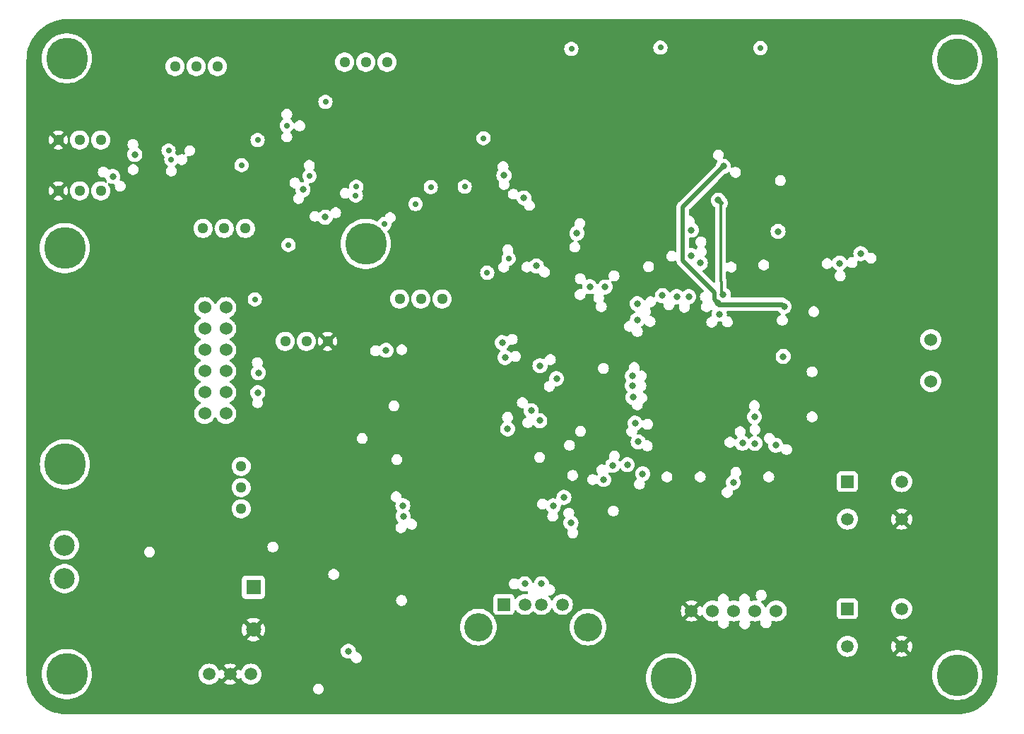
<source format=gbr>
%TF.GenerationSoftware,KiCad,Pcbnew,7.0.7*%
%TF.CreationDate,2024-06-01T18:58:37-04:00*%
%TF.ProjectId,Payload,5061796c-6f61-4642-9e6b-696361645f70,rev?*%
%TF.SameCoordinates,Original*%
%TF.FileFunction,Copper,L2,Inr*%
%TF.FilePolarity,Positive*%
%FSLAX46Y46*%
G04 Gerber Fmt 4.6, Leading zero omitted, Abs format (unit mm)*
G04 Created by KiCad (PCBNEW 7.0.7) date 2024-06-01 18:58:37*
%MOMM*%
%LPD*%
G01*
G04 APERTURE LIST*
%TA.AperFunction,ComponentPad*%
%ADD10C,5.000000*%
%TD*%
%TA.AperFunction,ComponentPad*%
%ADD11R,1.508000X1.508000*%
%TD*%
%TA.AperFunction,ComponentPad*%
%ADD12C,1.508000*%
%TD*%
%TA.AperFunction,ComponentPad*%
%ADD13C,1.295400*%
%TD*%
%TA.AperFunction,ComponentPad*%
%ADD14C,3.396000*%
%TD*%
%TA.AperFunction,ComponentPad*%
%ADD15C,1.524000*%
%TD*%
%TA.AperFunction,ComponentPad*%
%ADD16C,2.500000*%
%TD*%
%TA.AperFunction,ComponentPad*%
%ADD17R,1.800000X1.800000*%
%TD*%
%TA.AperFunction,ComponentPad*%
%ADD18C,1.800000*%
%TD*%
%TA.AperFunction,ViaPad*%
%ADD19C,0.700000*%
%TD*%
%TA.AperFunction,ViaPad*%
%ADD20C,0.800000*%
%TD*%
%TA.AperFunction,Conductor*%
%ADD21C,0.300000*%
%TD*%
%TA.AperFunction,Conductor*%
%ADD22C,0.600000*%
%TD*%
%TA.AperFunction,Conductor*%
%ADD23C,0.500000*%
%TD*%
G04 APERTURE END LIST*
D10*
%TO.N,GND*%
%TO.C,H6*%
X99314000Y-65278000D03*
%TD*%
D11*
%TO.N,Net-(U1A-PD2)*%
%TO.C,SW1*%
X157024000Y-109002000D03*
D12*
%TO.N,N/C*%
X163524000Y-109002000D03*
X157024000Y-113502000D03*
%TO.N,+3.3V*%
X163524000Y-113502000D03*
%TD*%
D13*
%TO.N,Net-(U2-RGA)*%
%TO.C,RV1*%
X76454000Y-44005500D03*
%TO.N,Net-(U2-VOUTA)*%
X78994000Y-44005500D03*
X81534000Y-44005500D03*
%TD*%
D10*
%TO.N,GND*%
%TO.C,H4*%
X170180000Y-116949000D03*
%TD*%
%TO.N,GND*%
%TO.C,H8*%
X63271400Y-91701400D03*
%TD*%
D11*
%TO.N,Vusb*%
%TO.C,J1*%
X115880000Y-108484000D03*
D12*
%TO.N,USB_D-*%
X118380000Y-108484000D03*
%TO.N,USB_D+*%
X120380000Y-108484000D03*
%TO.N,GND*%
X122880000Y-108484000D03*
D14*
X112810000Y-111194000D03*
X125950000Y-111194000D03*
%TD*%
D13*
%TO.N,Net-(U6-VOUTB)*%
%TO.C,RV7*%
X108458000Y-71882000D03*
X105918000Y-71882000D03*
%TO.N,Net-(U6-RGB)*%
X103378000Y-71882000D03*
%TD*%
D15*
%TO.N,SG1_2*%
%TO.C,U14*%
X82550000Y-72898000D03*
%TO.N,SG3_4*%
X82550000Y-75438000D03*
%TO.N,SG5_6*%
X82550000Y-77978000D03*
%TO.N,Therm1*%
X82550000Y-80518000D03*
%TO.N,Therm2*%
X82550000Y-83058000D03*
%TO.N,Vibro1*%
X82550000Y-85598000D03*
%TO.N,GND*%
X80010000Y-72898000D03*
X80010000Y-75438000D03*
X80010000Y-77978000D03*
X80010000Y-80518000D03*
X80010000Y-83058000D03*
X80010000Y-85598000D03*
%TD*%
D10*
%TO.N,GND*%
%TO.C,H3*%
X170180000Y-43180000D03*
%TD*%
D13*
%TO.N,Net-(U6-VOUTA)*%
%TO.C,RV5*%
X101854000Y-43497500D03*
X99314000Y-43497500D03*
%TO.N,Net-(U6-RGA)*%
X96774000Y-43497500D03*
%TD*%
D15*
%TO.N,GND*%
%TO.C,Buzzer1*%
X167019874Y-81748000D03*
%TO.N,Buzz_on*%
X167019874Y-76748000D03*
%TD*%
D13*
%TO.N,Net-(U2-RGB)*%
%TO.C,RV4*%
X79820000Y-63423500D03*
%TO.N,Net-(U2-VOUTB)*%
X82360000Y-63423500D03*
X84900000Y-63423500D03*
%TD*%
D10*
%TO.N,GND*%
%TO.C,H1*%
X63500000Y-43035000D03*
%TD*%
D13*
%TO.N,SG3_4*%
%TO.C,RV6*%
X67564000Y-52832000D03*
X65024000Y-52832000D03*
%TO.N,+3.3V*%
X62484000Y-52832000D03*
%TD*%
%TO.N,SG5_6*%
%TO.C,RV8*%
X89662000Y-76962000D03*
X92202000Y-76962000D03*
%TO.N,+3.3V*%
X94742000Y-76962000D03*
%TD*%
%TO.N,SG1_2*%
%TO.C,RV3*%
X67564000Y-58928000D03*
X65024000Y-58928000D03*
%TO.N,+3.3V*%
X62484000Y-58928000D03*
%TD*%
D16*
%TO.N,GND*%
%TO.C,bornier1*%
X63222000Y-101378000D03*
%TO.N,Net-(F1-Pad1)*%
X63222000Y-105378000D03*
%TD*%
D10*
%TO.N,GND*%
%TO.C,H2*%
X63500000Y-116840000D03*
%TD*%
D12*
%TO.N,Net-(VR1-OUTPUT)*%
%TO.C,S1*%
X80558000Y-116840000D03*
%TO.N,+3.3V*%
X83058000Y-116840000D03*
%TO.N,Net-(U9-VOUT)*%
X85558000Y-116840000D03*
%TD*%
D10*
%TO.N,GND*%
%TO.C,H5*%
X63246000Y-65786000D03*
%TD*%
D13*
%TO.N,ADC123_INP10-Vibro2*%
%TO.C,RV2*%
X84391500Y-97028000D03*
X84391500Y-94488000D03*
%TO.N,Net-(U3-NEGA)*%
X84391500Y-91948000D03*
%TD*%
D11*
%TO.N,Net-(U1A-PD6)*%
%TO.C,SW2*%
X157024000Y-93762000D03*
D12*
%TO.N,N/C*%
X163524000Y-93762000D03*
X157024000Y-98262000D03*
%TO.N,+3.3V*%
X163524000Y-98262000D03*
%TD*%
D15*
%TO.N,SWDIO*%
%TO.C,Programming_pins1*%
X148501100Y-109258100D03*
%TO.N,SWCLK*%
X145961100Y-109258100D03*
%TO.N,SWO*%
X143421100Y-109258100D03*
%TO.N,GND*%
X140881100Y-109258100D03*
%TO.N,+3.3V*%
X138341100Y-109258100D03*
%TD*%
D17*
%TO.N,Net-(D2--)*%
%TO.C,D2*%
X85852000Y-106426000D03*
D18*
%TO.N,+3.3V*%
X85852000Y-111506000D03*
%TD*%
D10*
%TO.N,GND*%
%TO.C,H7*%
X135890000Y-117348000D03*
%TD*%
D19*
%TO.N,+3.3V*%
X83032600Y-115163600D03*
%TO.N,GND*%
X111175800Y-58420000D03*
X86360000Y-52832000D03*
X123952000Y-41910000D03*
X94488000Y-48260000D03*
X86029800Y-71907400D03*
X113868200Y-68732400D03*
X75692000Y-54102000D03*
X98196400Y-58420000D03*
X146583400Y-41808400D03*
X105283000Y-60502800D03*
X84428500Y-55832500D03*
X134620000Y-41757600D03*
X90068400Y-65405000D03*
X107111800Y-58470800D03*
X113436400Y-52603400D03*
%TO.N,+3.3V*%
X72161400Y-47091600D03*
X145400000Y-67800000D03*
X152800000Y-79000000D03*
X153000000Y-71800000D03*
X127228600Y-89585800D03*
X84670900Y-112687100D03*
D20*
X101930200Y-58420000D03*
X104800400Y-91186000D03*
D19*
X127800000Y-81800000D03*
X152800000Y-84200000D03*
X76000000Y-98600000D03*
D20*
X91948000Y-87503000D03*
X118440200Y-54178200D03*
X91948000Y-79756000D03*
D19*
X141000000Y-93200000D03*
X150000000Y-93000000D03*
X127558800Y-74371200D03*
X143611600Y-71348600D03*
X133800000Y-93200000D03*
X140785500Y-68014500D03*
D20*
X99085400Y-79654400D03*
X118135400Y-63804800D03*
X116967000Y-68478400D03*
D19*
X156083000Y-55295800D03*
X131600000Y-68000000D03*
X125222000Y-99085400D03*
D20*
X81788000Y-54102000D03*
D19*
X116281200Y-83292950D03*
%TO.N,/circuits_capteurs/Suiveur*%
X89865200Y-51079400D03*
X116433600Y-67030600D03*
X98120200Y-59461400D03*
X101574600Y-62890400D03*
D20*
%TO.N,+1V8*%
X123063000Y-95656400D03*
X101752400Y-78028800D03*
%TO.N,/circuits_capteurs/Suiveur1*%
X118262400Y-59766200D03*
X91795600Y-58775600D03*
%TO.N,ADC1_INP16-Therm2*%
X116001800Y-78892400D03*
X126161800Y-70408800D03*
%TO.N,/circuit_alimentation/VLXSMPS*%
X141554200Y-60045600D03*
X142138400Y-71323200D03*
%TO.N,/circuit_alimentation/VFBSMPS*%
X141478000Y-72364600D03*
X149453600Y-72796400D03*
X142163800Y-55981600D03*
%TO.N,USB_D-*%
X144449800Y-89154000D03*
X118364000Y-106019600D03*
%TO.N,USB_D+*%
X145948400Y-89179400D03*
X120370600Y-105994200D03*
%TO.N,SWCLK*%
X148437600Y-89408000D03*
%TO.N,SWO*%
X149326600Y-78765400D03*
%TO.N,Net-(U1A-PC0)*%
X134848600Y-71475600D03*
X115671600Y-77114400D03*
%TO.N,Net-(U1A-PA2)*%
X131851400Y-72440800D03*
X127990600Y-70434200D03*
%TO.N,Net-(U1A-PA3)*%
X131876800Y-74371200D03*
X124612400Y-64008000D03*
%TO.N,ADC12_INP18-SG5.6*%
X119761000Y-67919600D03*
X115874800Y-57073800D03*
%TO.N,SCK*%
X128905000Y-91821000D03*
X130657600Y-91744800D03*
%TO.N,MOSI*%
X132486400Y-92837000D03*
X127812800Y-93522800D03*
D19*
%TO.N,/circuits_capteurs/IN-*%
X92583000Y-57150000D03*
X76022200Y-55143400D03*
D20*
%TO.N,Net-(U6-RGB)*%
X94462600Y-62077600D03*
%TO.N,USB_check*%
X97231200Y-114096800D03*
X143357600Y-93878400D03*
%TO.N,QUADSPI_BK1_IO3*%
X156083000Y-67589400D03*
X141681200Y-73685400D03*
%TO.N,QUADSPI_BK1_IO2*%
X138023600Y-71602600D03*
X158623000Y-66446400D03*
%TO.N,QUADSPI_BK1_IO0*%
X139395200Y-67564000D03*
X148717000Y-63779400D03*
%TO.N,QUADSPI_BK1_IO1*%
X138328400Y-66675000D03*
X138328400Y-63627000D03*
%TO.N,QUADSPI_CLK*%
X120192800Y-79883000D03*
X136575800Y-71602600D03*
%TO.N,QUADSPI_BK2_IO0*%
X131267200Y-81076800D03*
X122174000Y-81432400D03*
%TO.N,QUADSPI_BK2_IO1*%
X131267200Y-82270600D03*
X119151400Y-85267800D03*
%TO.N,QUADSPI_BK2_IO2*%
X120167400Y-86461600D03*
X131343400Y-83667600D03*
%TO.N,InteruptionMPU*%
X123901200Y-98704400D03*
X131597400Y-86766400D03*
%TO.N,MISO*%
X121793000Y-96672400D03*
X131953000Y-89001600D03*
%TO.N,QUADSPI_BK2_NCS*%
X145897600Y-86004400D03*
X116306600Y-87452200D03*
%TO.N,Therm1*%
X103759000Y-96647000D03*
X86461600Y-80721200D03*
%TO.N,Therm2*%
X86385400Y-83108800D03*
X103809800Y-97917000D03*
%TO.N,SG1_2*%
X69011800Y-57200800D03*
X71653400Y-54552500D03*
%TD*%
D21*
%TO.N,/circuit_alimentation/VLXSMPS*%
X141833600Y-69674801D02*
X141833600Y-60432400D01*
X141833600Y-60432400D02*
X141900000Y-60366000D01*
X141900000Y-69741201D02*
X141833600Y-69674801D01*
X141909800Y-71094600D02*
X141909800Y-69847399D01*
X142138400Y-71323200D02*
X141909800Y-71094600D01*
D22*
X141900000Y-60366000D02*
X141592300Y-60058300D01*
D21*
%TO.N,/circuit_alimentation/VFBSMPS*%
X149157200Y-72500000D02*
X149453600Y-72796400D01*
X141478000Y-72364600D02*
X141613400Y-72500000D01*
D23*
X137312400Y-67284600D02*
X141085200Y-71057400D01*
D22*
X141613400Y-72500000D02*
X149157200Y-72500000D01*
D23*
X141085200Y-71057400D02*
X141085200Y-71971800D01*
X142163800Y-55981600D02*
X137312400Y-60833000D01*
X141085200Y-71971800D02*
X141478000Y-72364600D01*
X137312400Y-60833000D02*
X137312400Y-67284600D01*
%TD*%
%TA.AperFunction,Conductor*%
%TO.N,+3.3V*%
G36*
X170598236Y-38368760D02*
G01*
X170603589Y-38369229D01*
X171015967Y-38423519D01*
X171021268Y-38424454D01*
X171427335Y-38514477D01*
X171432525Y-38515867D01*
X171829209Y-38640941D01*
X171834286Y-38642789D01*
X172218552Y-38801958D01*
X172223422Y-38804229D01*
X172592371Y-38996291D01*
X172597020Y-38998976D01*
X172947809Y-39222454D01*
X172952231Y-39225550D01*
X173282197Y-39478741D01*
X173286342Y-39482220D01*
X173558881Y-39731957D01*
X173592975Y-39763198D01*
X173596801Y-39767024D01*
X173877779Y-40073657D01*
X173881258Y-40077802D01*
X174134449Y-40407768D01*
X174137548Y-40412194D01*
X174361018Y-40762972D01*
X174363712Y-40767635D01*
X174555761Y-41136559D01*
X174558045Y-41141457D01*
X174602198Y-41248050D01*
X174717208Y-41525709D01*
X174719059Y-41530794D01*
X174782560Y-41732192D01*
X174838622Y-41909999D01*
X174844125Y-41927450D01*
X174845525Y-41932677D01*
X174935543Y-42338725D01*
X174936483Y-42344054D01*
X174990768Y-42756393D01*
X174991240Y-42761784D01*
X175009500Y-43179999D01*
X175009500Y-116840000D01*
X174991240Y-117258215D01*
X174990768Y-117263606D01*
X174936483Y-117675945D01*
X174935543Y-117681274D01*
X174845525Y-118087322D01*
X174844125Y-118092549D01*
X174719059Y-118489205D01*
X174717208Y-118494290D01*
X174558048Y-118878536D01*
X174555760Y-118883440D01*
X174413208Y-119157284D01*
X174363719Y-119252351D01*
X174361013Y-119257037D01*
X174137553Y-119607798D01*
X174134449Y-119612231D01*
X173881258Y-119942197D01*
X173877779Y-119946342D01*
X173596801Y-120252975D01*
X173592975Y-120256801D01*
X173286342Y-120537779D01*
X173282197Y-120541258D01*
X172952231Y-120794449D01*
X172947798Y-120797553D01*
X172597037Y-121021013D01*
X172592351Y-121023719D01*
X172223440Y-121215761D01*
X172218536Y-121218048D01*
X171834290Y-121377208D01*
X171829205Y-121379059D01*
X171432549Y-121504125D01*
X171427322Y-121505525D01*
X171021274Y-121595543D01*
X171015945Y-121596483D01*
X170603606Y-121650768D01*
X170598215Y-121651240D01*
X170180000Y-121669500D01*
X63500000Y-121669500D01*
X63081784Y-121651240D01*
X63076393Y-121650768D01*
X62870223Y-121623625D01*
X62664051Y-121596482D01*
X62658725Y-121595543D01*
X62252677Y-121505525D01*
X62247458Y-121504127D01*
X62061218Y-121445405D01*
X61850794Y-121379059D01*
X61845709Y-121377208D01*
X61625171Y-121285858D01*
X61461457Y-121218045D01*
X61456567Y-121215765D01*
X61087635Y-121023712D01*
X61082972Y-121021018D01*
X60732194Y-120797548D01*
X60727768Y-120794449D01*
X60397802Y-120541258D01*
X60393657Y-120537779D01*
X60087024Y-120256801D01*
X60083198Y-120252975D01*
X59802220Y-119946342D01*
X59798741Y-119942197D01*
X59773208Y-119908922D01*
X59545548Y-119612228D01*
X59542454Y-119607809D01*
X59318976Y-119257020D01*
X59316291Y-119252371D01*
X59124229Y-118883422D01*
X59121958Y-118878552D01*
X58962789Y-118494286D01*
X58960940Y-118489205D01*
X58835867Y-118092525D01*
X58834477Y-118087335D01*
X58744454Y-117681268D01*
X58743519Y-117675967D01*
X58689229Y-117263589D01*
X58688760Y-117258236D01*
X58670500Y-116840000D01*
X60494415Y-116840000D01*
X60514738Y-117188927D01*
X60514739Y-117188938D01*
X60575428Y-117533127D01*
X60575430Y-117533134D01*
X60675674Y-117867972D01*
X60814107Y-118188895D01*
X60814113Y-118188908D01*
X60988870Y-118491597D01*
X61197584Y-118771949D01*
X61197589Y-118771955D01*
X61300424Y-118880953D01*
X61437442Y-119026183D01*
X61613903Y-119174251D01*
X61705186Y-119250847D01*
X61705194Y-119250853D01*
X61997203Y-119442911D01*
X61997207Y-119442913D01*
X62309549Y-119599777D01*
X62637989Y-119719319D01*
X62978086Y-119799923D01*
X63325241Y-119840500D01*
X63325248Y-119840500D01*
X63674752Y-119840500D01*
X63674759Y-119840500D01*
X64021914Y-119799923D01*
X64362011Y-119719319D01*
X64690451Y-119599777D01*
X65002793Y-119442913D01*
X65294811Y-119250849D01*
X65562558Y-119026183D01*
X65802412Y-118771953D01*
X65917026Y-118618000D01*
X92994522Y-118618000D01*
X93013562Y-118774818D01*
X93054758Y-118883440D01*
X93069580Y-118922523D01*
X93159317Y-119052530D01*
X93277560Y-119157283D01*
X93277562Y-119157284D01*
X93417434Y-119230696D01*
X93570814Y-119268500D01*
X93570815Y-119268500D01*
X93728785Y-119268500D01*
X93882165Y-119230696D01*
X94022040Y-119157283D01*
X94140283Y-119052530D01*
X94230020Y-118922523D01*
X94286037Y-118774818D01*
X94305078Y-118618000D01*
X94286037Y-118461182D01*
X94230020Y-118313477D01*
X94140283Y-118183470D01*
X94022040Y-118078717D01*
X94022038Y-118078716D01*
X94022037Y-118078715D01*
X93882165Y-118005303D01*
X93728786Y-117967500D01*
X93728785Y-117967500D01*
X93570815Y-117967500D01*
X93570814Y-117967500D01*
X93417434Y-118005303D01*
X93277562Y-118078715D01*
X93159316Y-118183471D01*
X93069581Y-118313475D01*
X93069580Y-118313476D01*
X93013562Y-118461181D01*
X92994522Y-118617999D01*
X92994522Y-118618000D01*
X65917026Y-118618000D01*
X66011130Y-118491596D01*
X66185889Y-118188904D01*
X66324326Y-117867971D01*
X66424569Y-117533136D01*
X66424692Y-117532443D01*
X66485260Y-117188938D01*
X66485259Y-117188938D01*
X66485262Y-117188927D01*
X66505585Y-116840000D01*
X79298708Y-116840000D01*
X79317838Y-117058668D01*
X79317839Y-117058675D01*
X79331261Y-117108765D01*
X79374653Y-117270703D01*
X79374654Y-117270706D01*
X79374655Y-117270708D01*
X79467419Y-117469642D01*
X79467423Y-117469650D01*
X79593322Y-117649452D01*
X79593327Y-117649458D01*
X79748541Y-117804672D01*
X79748547Y-117804677D01*
X79928349Y-117930576D01*
X79928351Y-117930577D01*
X79928354Y-117930579D01*
X80127297Y-118023347D01*
X80339326Y-118080161D01*
X80495521Y-118093826D01*
X80557998Y-118099292D01*
X80558000Y-118099292D01*
X80558002Y-118099292D01*
X80612668Y-118094509D01*
X80776674Y-118080161D01*
X80988703Y-118023347D01*
X81187646Y-117930579D01*
X81367457Y-117804674D01*
X81522674Y-117649457D01*
X81648579Y-117469646D01*
X81695895Y-117368175D01*
X81742064Y-117315740D01*
X81809258Y-117296587D01*
X81876139Y-117316802D01*
X81920657Y-117368177D01*
X81967857Y-117469396D01*
X82012002Y-117532442D01*
X82012002Y-117532443D01*
X82449049Y-117095395D01*
X82510372Y-117061910D01*
X82580063Y-117066894D01*
X82635997Y-117108765D01*
X82641045Y-117116036D01*
X82676238Y-117170797D01*
X82791602Y-117270759D01*
X82789293Y-117273422D01*
X82824006Y-117313499D01*
X82833935Y-117382660D01*
X82804898Y-117446210D01*
X82798882Y-117452669D01*
X82365555Y-117885995D01*
X82365556Y-117885996D01*
X82428604Y-117930143D01*
X82428606Y-117930144D01*
X82627466Y-118022875D01*
X82627475Y-118022878D01*
X82839407Y-118079664D01*
X82839417Y-118079666D01*
X83057999Y-118098790D01*
X83058001Y-118098790D01*
X83276582Y-118079666D01*
X83276592Y-118079664D01*
X83488524Y-118022878D01*
X83488533Y-118022874D01*
X83687392Y-117930145D01*
X83750443Y-117885996D01*
X83317116Y-117452669D01*
X83283631Y-117391346D01*
X83288615Y-117321654D01*
X83325641Y-117272193D01*
X83324398Y-117270759D01*
X83338875Y-117258215D01*
X83439761Y-117170798D01*
X83474955Y-117116034D01*
X83527754Y-117070283D01*
X83596913Y-117060338D01*
X83660469Y-117089362D01*
X83666949Y-117095395D01*
X84103996Y-117532443D01*
X84148146Y-117469390D01*
X84195342Y-117368179D01*
X84241514Y-117315739D01*
X84308707Y-117296587D01*
X84375589Y-117316802D01*
X84420106Y-117368178D01*
X84467421Y-117469646D01*
X84467423Y-117469650D01*
X84593322Y-117649452D01*
X84593327Y-117649458D01*
X84748541Y-117804672D01*
X84748547Y-117804677D01*
X84928349Y-117930576D01*
X84928351Y-117930577D01*
X84928354Y-117930579D01*
X85127297Y-118023347D01*
X85339326Y-118080161D01*
X85495521Y-118093826D01*
X85557998Y-118099292D01*
X85558000Y-118099292D01*
X85558002Y-118099292D01*
X85612668Y-118094509D01*
X85776674Y-118080161D01*
X85988703Y-118023347D01*
X86187646Y-117930579D01*
X86367457Y-117804674D01*
X86522674Y-117649457D01*
X86648579Y-117469646D01*
X86705302Y-117348003D01*
X132884415Y-117348003D01*
X132904738Y-117696927D01*
X132904739Y-117696938D01*
X132965428Y-118041127D01*
X132965430Y-118041134D01*
X133065674Y-118375972D01*
X133204107Y-118696895D01*
X133204113Y-118696908D01*
X133378870Y-118999597D01*
X133587584Y-119279949D01*
X133587589Y-119279955D01*
X133662964Y-119359847D01*
X133827442Y-119534183D01*
X134003903Y-119682251D01*
X134095186Y-119758847D01*
X134095194Y-119758853D01*
X134387203Y-119950911D01*
X134387207Y-119950913D01*
X134699549Y-120107777D01*
X135027989Y-120227319D01*
X135368086Y-120307923D01*
X135715241Y-120348500D01*
X135715248Y-120348500D01*
X136064752Y-120348500D01*
X136064759Y-120348500D01*
X136411914Y-120307923D01*
X136752011Y-120227319D01*
X137080451Y-120107777D01*
X137392793Y-119950913D01*
X137684811Y-119758849D01*
X137952558Y-119534183D01*
X138192412Y-119279953D01*
X138401130Y-118999596D01*
X138575889Y-118696904D01*
X138714326Y-118375971D01*
X138814569Y-118041136D01*
X138817707Y-118023344D01*
X138875260Y-117696938D01*
X138875259Y-117696938D01*
X138875262Y-117696927D01*
X138895585Y-117348000D01*
X138894050Y-117321654D01*
X138890748Y-117264952D01*
X138875262Y-116999073D01*
X138875260Y-116999061D01*
X138866434Y-116949003D01*
X167174415Y-116949003D01*
X167194738Y-117297927D01*
X167194739Y-117297938D01*
X167255428Y-117642127D01*
X167255430Y-117642134D01*
X167355674Y-117976972D01*
X167494107Y-118297895D01*
X167494113Y-118297908D01*
X167668870Y-118600597D01*
X167877584Y-118880949D01*
X167877589Y-118880955D01*
X167916807Y-118922523D01*
X168117442Y-119135183D01*
X168289975Y-119279955D01*
X168385186Y-119359847D01*
X168385194Y-119359853D01*
X168677203Y-119551911D01*
X168677207Y-119551913D01*
X168989549Y-119708777D01*
X169317989Y-119828319D01*
X169658086Y-119908923D01*
X170005241Y-119949500D01*
X170005248Y-119949500D01*
X170354752Y-119949500D01*
X170354759Y-119949500D01*
X170701914Y-119908923D01*
X171042011Y-119828319D01*
X171370451Y-119708777D01*
X171682793Y-119551913D01*
X171974811Y-119359849D01*
X172242558Y-119135183D01*
X172482412Y-118880953D01*
X172691130Y-118600596D01*
X172865889Y-118297904D01*
X173004326Y-117976971D01*
X173104569Y-117642136D01*
X173134984Y-117469646D01*
X173165260Y-117297938D01*
X173165259Y-117297938D01*
X173165262Y-117297927D01*
X173185585Y-116949000D01*
X173183423Y-116911889D01*
X173179236Y-116839996D01*
X173165262Y-116600073D01*
X173163598Y-116590636D01*
X173104571Y-116255872D01*
X173104569Y-116255865D01*
X173096026Y-116227329D01*
X173004326Y-115921029D01*
X172865889Y-115600096D01*
X172703443Y-115318730D01*
X172691129Y-115297402D01*
X172482415Y-115017050D01*
X172482410Y-115017044D01*
X172249040Y-114769688D01*
X172242558Y-114762817D01*
X172039676Y-114592579D01*
X171974813Y-114538152D01*
X171974805Y-114538146D01*
X171682796Y-114346088D01*
X171370458Y-114189226D01*
X171370452Y-114189223D01*
X171042012Y-114069681D01*
X171042009Y-114069680D01*
X170701915Y-113989077D01*
X170655518Y-113983654D01*
X170354759Y-113948500D01*
X170005241Y-113948500D01*
X169704482Y-113983654D01*
X169658085Y-113989077D01*
X169658083Y-113989077D01*
X169317990Y-114069680D01*
X169317987Y-114069681D01*
X168989547Y-114189223D01*
X168989541Y-114189226D01*
X168677203Y-114346088D01*
X168385194Y-114538146D01*
X168385186Y-114538152D01*
X168117442Y-114762817D01*
X168117440Y-114762819D01*
X167877589Y-115017044D01*
X167877584Y-115017050D01*
X167668870Y-115297402D01*
X167494113Y-115600091D01*
X167494107Y-115600104D01*
X167355674Y-115921027D01*
X167255430Y-116255865D01*
X167255428Y-116255872D01*
X167194739Y-116600061D01*
X167194738Y-116600072D01*
X167174415Y-116948996D01*
X167174415Y-116949003D01*
X138866434Y-116949003D01*
X138814571Y-116654872D01*
X138814569Y-116654865D01*
X138804528Y-116621326D01*
X138714326Y-116320029D01*
X138575889Y-115999096D01*
X138431991Y-115749857D01*
X138401129Y-115696402D01*
X138192415Y-115416050D01*
X138192410Y-115416044D01*
X137977943Y-115188724D01*
X137952558Y-115161817D01*
X137756494Y-114997300D01*
X137684813Y-114937152D01*
X137684805Y-114937146D01*
X137392796Y-114745088D01*
X137080458Y-114588226D01*
X137080452Y-114588223D01*
X136752012Y-114468681D01*
X136752009Y-114468680D01*
X136411915Y-114388077D01*
X136368519Y-114383004D01*
X136064759Y-114347500D01*
X135715241Y-114347500D01*
X135411480Y-114383004D01*
X135368085Y-114388077D01*
X135368083Y-114388077D01*
X135027990Y-114468680D01*
X135027987Y-114468681D01*
X134699547Y-114588223D01*
X134699541Y-114588226D01*
X134387203Y-114745088D01*
X134095194Y-114937146D01*
X134095186Y-114937152D01*
X133827442Y-115161817D01*
X133827440Y-115161819D01*
X133587589Y-115416044D01*
X133587584Y-115416050D01*
X133378870Y-115696402D01*
X133204113Y-115999091D01*
X133204107Y-115999104D01*
X133065674Y-116320027D01*
X132965430Y-116654865D01*
X132965428Y-116654872D01*
X132904739Y-116999061D01*
X132904738Y-116999072D01*
X132884415Y-117347996D01*
X132884415Y-117348003D01*
X86705302Y-117348003D01*
X86741347Y-117270703D01*
X86798161Y-117058674D01*
X86817292Y-116840000D01*
X86798161Y-116621326D01*
X86741347Y-116409297D01*
X86648579Y-116210354D01*
X86648577Y-116210351D01*
X86648576Y-116210349D01*
X86522677Y-116030547D01*
X86522672Y-116030541D01*
X86367458Y-115875327D01*
X86367452Y-115875322D01*
X86187650Y-115749423D01*
X86187642Y-115749419D01*
X85988708Y-115656655D01*
X85988706Y-115656654D01*
X85988703Y-115656653D01*
X85837885Y-115616240D01*
X85776675Y-115599839D01*
X85776668Y-115599838D01*
X85558002Y-115580708D01*
X85557998Y-115580708D01*
X85339331Y-115599838D01*
X85339324Y-115599839D01*
X85216902Y-115632642D01*
X85127297Y-115656653D01*
X85127295Y-115656653D01*
X85127291Y-115656655D01*
X84928357Y-115749419D01*
X84928349Y-115749423D01*
X84748547Y-115875322D01*
X84748541Y-115875327D01*
X84593327Y-116030541D01*
X84593322Y-116030547D01*
X84467423Y-116210349D01*
X84467421Y-116210353D01*
X84420106Y-116311821D01*
X84373933Y-116364260D01*
X84306740Y-116383412D01*
X84239859Y-116363196D01*
X84195342Y-116311821D01*
X84148144Y-116210606D01*
X84148143Y-116210604D01*
X84103996Y-116147556D01*
X84103996Y-116147555D01*
X83666949Y-116584603D01*
X83605626Y-116618088D01*
X83535934Y-116613104D01*
X83480001Y-116571232D01*
X83474952Y-116563961D01*
X83439761Y-116509202D01*
X83331100Y-116415048D01*
X83331099Y-116415047D01*
X83324398Y-116409241D01*
X83326698Y-116406585D01*
X83291960Y-116366428D01*
X83282074Y-116297261D01*
X83311152Y-116233729D01*
X83317116Y-116227329D01*
X83750443Y-115794002D01*
X83687395Y-115749856D01*
X83687393Y-115749855D01*
X83488533Y-115657124D01*
X83488524Y-115657121D01*
X83276592Y-115600335D01*
X83276582Y-115600333D01*
X83058001Y-115581210D01*
X83057999Y-115581210D01*
X82839417Y-115600333D01*
X82839407Y-115600335D01*
X82627475Y-115657121D01*
X82627466Y-115657124D01*
X82428602Y-115749857D01*
X82365555Y-115794001D01*
X82365555Y-115794002D01*
X82798883Y-116227330D01*
X82832368Y-116288653D01*
X82827384Y-116358345D01*
X82790357Y-116407805D01*
X82791602Y-116409241D01*
X82676237Y-116509203D01*
X82641046Y-116563962D01*
X82588242Y-116609717D01*
X82519084Y-116619661D01*
X82455528Y-116590636D01*
X82449050Y-116584604D01*
X82012001Y-116147555D01*
X81967858Y-116210600D01*
X81920657Y-116311822D01*
X81874484Y-116364261D01*
X81807290Y-116383412D01*
X81740409Y-116363196D01*
X81695893Y-116311820D01*
X81669801Y-116255865D01*
X81648579Y-116210354D01*
X81648577Y-116210351D01*
X81648576Y-116210349D01*
X81522677Y-116030547D01*
X81522672Y-116030541D01*
X81367458Y-115875327D01*
X81367452Y-115875322D01*
X81187650Y-115749423D01*
X81187642Y-115749419D01*
X80988708Y-115656655D01*
X80988706Y-115656654D01*
X80988703Y-115656653D01*
X80837885Y-115616240D01*
X80776675Y-115599839D01*
X80776668Y-115599838D01*
X80558002Y-115580708D01*
X80557998Y-115580708D01*
X80339331Y-115599838D01*
X80339324Y-115599839D01*
X80216902Y-115632642D01*
X80127297Y-115656653D01*
X80127295Y-115656653D01*
X80127291Y-115656655D01*
X79928357Y-115749419D01*
X79928349Y-115749423D01*
X79748547Y-115875322D01*
X79748541Y-115875327D01*
X79593327Y-116030541D01*
X79593322Y-116030547D01*
X79467423Y-116210349D01*
X79467419Y-116210357D01*
X79374655Y-116409291D01*
X79317839Y-116621324D01*
X79317838Y-116621331D01*
X79298708Y-116839997D01*
X79298708Y-116840000D01*
X66505585Y-116840000D01*
X66485262Y-116491073D01*
X66461859Y-116358345D01*
X66424571Y-116146872D01*
X66424569Y-116146865D01*
X66389746Y-116030547D01*
X66324326Y-115812029D01*
X66185889Y-115491096D01*
X66086374Y-115318730D01*
X66011129Y-115188402D01*
X65802415Y-114908050D01*
X65802410Y-114908044D01*
X65665394Y-114762817D01*
X65562558Y-114653817D01*
X65414488Y-114529572D01*
X65294813Y-114429152D01*
X65294805Y-114429146D01*
X65002796Y-114237088D01*
X64723460Y-114096800D01*
X96325740Y-114096800D01*
X96345526Y-114285056D01*
X96345527Y-114285059D01*
X96404018Y-114465077D01*
X96404021Y-114465084D01*
X96498667Y-114629016D01*
X96600096Y-114741664D01*
X96625329Y-114769688D01*
X96778465Y-114880948D01*
X96778470Y-114880951D01*
X96951392Y-114957942D01*
X96951397Y-114957944D01*
X97136554Y-114997300D01*
X97136555Y-114997300D01*
X97325844Y-114997300D01*
X97325846Y-114997300D01*
X97423326Y-114976580D01*
X97492992Y-114981896D01*
X97548726Y-115024033D01*
X97565048Y-115053899D01*
X97616180Y-115188723D01*
X97705917Y-115318730D01*
X97824160Y-115423483D01*
X97824162Y-115423484D01*
X97964034Y-115496896D01*
X98117414Y-115534700D01*
X98117415Y-115534700D01*
X98275385Y-115534700D01*
X98428765Y-115496896D01*
X98439825Y-115491091D01*
X98568640Y-115423483D01*
X98686883Y-115318730D01*
X98776620Y-115188723D01*
X98832637Y-115041018D01*
X98851678Y-114884200D01*
X98836754Y-114761292D01*
X98832637Y-114727381D01*
X98804738Y-114653819D01*
X98776620Y-114579677D01*
X98686883Y-114449670D01*
X98568640Y-114344917D01*
X98568638Y-114344916D01*
X98568637Y-114344915D01*
X98428765Y-114271503D01*
X98275386Y-114233700D01*
X98275385Y-114233700D01*
X98259987Y-114233700D01*
X98192948Y-114214015D01*
X98147193Y-114161211D01*
X98137738Y-114103298D01*
X98136660Y-114103298D01*
X98136660Y-114096802D01*
X98134918Y-114080226D01*
X98116874Y-113908544D01*
X98058379Y-113728516D01*
X97963733Y-113564584D01*
X97907384Y-113502002D01*
X155764708Y-113502002D01*
X155783838Y-113720668D01*
X155783839Y-113720675D01*
X155797261Y-113770765D01*
X155840653Y-113932703D01*
X155840654Y-113932706D01*
X155840655Y-113932708D01*
X155933419Y-114131642D01*
X155933423Y-114131650D01*
X156059322Y-114311452D01*
X156059327Y-114311458D01*
X156214541Y-114466672D01*
X156214547Y-114466677D01*
X156394349Y-114592576D01*
X156394351Y-114592577D01*
X156394354Y-114592579D01*
X156593297Y-114685347D01*
X156805326Y-114742161D01*
X156961521Y-114755826D01*
X157023998Y-114761292D01*
X157024000Y-114761292D01*
X157024002Y-114761292D01*
X157078668Y-114756509D01*
X157242674Y-114742161D01*
X157454703Y-114685347D01*
X157653646Y-114592579D01*
X157833457Y-114466674D01*
X157988674Y-114311457D01*
X158114579Y-114131646D01*
X158207347Y-113932703D01*
X158264161Y-113720674D01*
X158283292Y-113502000D01*
X162265210Y-113502000D01*
X162284333Y-113720582D01*
X162284335Y-113720592D01*
X162341121Y-113932524D01*
X162341124Y-113932533D01*
X162433855Y-114131393D01*
X162433856Y-114131395D01*
X162478002Y-114194442D01*
X162478002Y-114194443D01*
X162915049Y-113757395D01*
X162976372Y-113723910D01*
X163046063Y-113728894D01*
X163101997Y-113770765D01*
X163107045Y-113778036D01*
X163142238Y-113832797D01*
X163257602Y-113932759D01*
X163255293Y-113935422D01*
X163290006Y-113975499D01*
X163299935Y-114044660D01*
X163270898Y-114108210D01*
X163264882Y-114114669D01*
X162831555Y-114547995D01*
X162831556Y-114547996D01*
X162894604Y-114592143D01*
X162894606Y-114592144D01*
X163093466Y-114684875D01*
X163093475Y-114684878D01*
X163305407Y-114741664D01*
X163305417Y-114741666D01*
X163523999Y-114760790D01*
X163524001Y-114760790D01*
X163742582Y-114741666D01*
X163742592Y-114741664D01*
X163954524Y-114684878D01*
X163954533Y-114684874D01*
X164153392Y-114592145D01*
X164216443Y-114547996D01*
X163783116Y-114114669D01*
X163749631Y-114053346D01*
X163754615Y-113983654D01*
X163791641Y-113934193D01*
X163790398Y-113932759D01*
X163818344Y-113908544D01*
X163905761Y-113832798D01*
X163940955Y-113778034D01*
X163993754Y-113732283D01*
X164062913Y-113722338D01*
X164126469Y-113751362D01*
X164132949Y-113757395D01*
X164569996Y-114194443D01*
X164614145Y-114131392D01*
X164706874Y-113932533D01*
X164706878Y-113932524D01*
X164763664Y-113720592D01*
X164763666Y-113720582D01*
X164782790Y-113502000D01*
X164782790Y-113501999D01*
X164763666Y-113283417D01*
X164763664Y-113283407D01*
X164706878Y-113071475D01*
X164706875Y-113071466D01*
X164614144Y-112872606D01*
X164614143Y-112872604D01*
X164569996Y-112809556D01*
X164569996Y-112809555D01*
X164132949Y-113246603D01*
X164071626Y-113280088D01*
X164001934Y-113275104D01*
X163946001Y-113233232D01*
X163940952Y-113225961D01*
X163921890Y-113196300D01*
X163905761Y-113171202D01*
X163797100Y-113077048D01*
X163797099Y-113077047D01*
X163790398Y-113071241D01*
X163792698Y-113068585D01*
X163757960Y-113028428D01*
X163748074Y-112959261D01*
X163777152Y-112895729D01*
X163783116Y-112889329D01*
X164216443Y-112456002D01*
X164153395Y-112411856D01*
X164153393Y-112411855D01*
X163954533Y-112319124D01*
X163954524Y-112319121D01*
X163742592Y-112262335D01*
X163742582Y-112262333D01*
X163524001Y-112243210D01*
X163523999Y-112243210D01*
X163305417Y-112262333D01*
X163305407Y-112262335D01*
X163093475Y-112319121D01*
X163093466Y-112319124D01*
X162894602Y-112411857D01*
X162831555Y-112456001D01*
X162831555Y-112456002D01*
X163264883Y-112889330D01*
X163298368Y-112950653D01*
X163293384Y-113020345D01*
X163256357Y-113069805D01*
X163257602Y-113071241D01*
X163142237Y-113171203D01*
X163107046Y-113225962D01*
X163054242Y-113271717D01*
X162985084Y-113281661D01*
X162921528Y-113252636D01*
X162915050Y-113246604D01*
X162478001Y-112809555D01*
X162433857Y-112872602D01*
X162341124Y-113071466D01*
X162341121Y-113071475D01*
X162284335Y-113283407D01*
X162284333Y-113283417D01*
X162265210Y-113501999D01*
X162265210Y-113502000D01*
X158283292Y-113502000D01*
X158264161Y-113283326D01*
X158207347Y-113071297D01*
X158114579Y-112872354D01*
X158114577Y-112872351D01*
X158114576Y-112872349D01*
X157988677Y-112692547D01*
X157988672Y-112692541D01*
X157833458Y-112537327D01*
X157833452Y-112537322D01*
X157653650Y-112411423D01*
X157653642Y-112411419D01*
X157454708Y-112318655D01*
X157454706Y-112318654D01*
X157454703Y-112318653D01*
X157303885Y-112278240D01*
X157242675Y-112261839D01*
X157242668Y-112261838D01*
X157024002Y-112242708D01*
X157023998Y-112242708D01*
X156805331Y-112261838D01*
X156805324Y-112261839D01*
X156682902Y-112294642D01*
X156593297Y-112318653D01*
X156593295Y-112318653D01*
X156593291Y-112318655D01*
X156394357Y-112411419D01*
X156394349Y-112411423D01*
X156214547Y-112537322D01*
X156214541Y-112537327D01*
X156059327Y-112692541D01*
X156059322Y-112692547D01*
X155933423Y-112872349D01*
X155933419Y-112872357D01*
X155840655Y-113071291D01*
X155840653Y-113071295D01*
X155840653Y-113071297D01*
X155839112Y-113077048D01*
X155783839Y-113283324D01*
X155783838Y-113283331D01*
X155764708Y-113501997D01*
X155764708Y-113502002D01*
X97907384Y-113502002D01*
X97837071Y-113423912D01*
X97837070Y-113423911D01*
X97683934Y-113312651D01*
X97683929Y-113312648D01*
X97511007Y-113235657D01*
X97511002Y-113235655D01*
X97365200Y-113204665D01*
X97325846Y-113196300D01*
X97136554Y-113196300D01*
X97104097Y-113203198D01*
X96951397Y-113235655D01*
X96951392Y-113235657D01*
X96778470Y-113312648D01*
X96778465Y-113312651D01*
X96625329Y-113423911D01*
X96498666Y-113564585D01*
X96404021Y-113728515D01*
X96404018Y-113728522D01*
X96345527Y-113908540D01*
X96345526Y-113908544D01*
X96325740Y-114096800D01*
X64723460Y-114096800D01*
X64690458Y-114080226D01*
X64690452Y-114080223D01*
X64362012Y-113960681D01*
X64362009Y-113960680D01*
X64021915Y-113880077D01*
X63978519Y-113875004D01*
X63674759Y-113839500D01*
X63325241Y-113839500D01*
X63021480Y-113875004D01*
X62978085Y-113880077D01*
X62978083Y-113880077D01*
X62637990Y-113960680D01*
X62637987Y-113960681D01*
X62309547Y-114080223D01*
X62309541Y-114080226D01*
X61997203Y-114237088D01*
X61705194Y-114429146D01*
X61705186Y-114429152D01*
X61437442Y-114653817D01*
X61437440Y-114653819D01*
X61197589Y-114908044D01*
X61197584Y-114908050D01*
X60988870Y-115188402D01*
X60814113Y-115491091D01*
X60814107Y-115491104D01*
X60675674Y-115812027D01*
X60575430Y-116146865D01*
X60575428Y-116146872D01*
X60514739Y-116491061D01*
X60514738Y-116491072D01*
X60494415Y-116839996D01*
X60494415Y-116840000D01*
X58670500Y-116840000D01*
X58670500Y-116795830D01*
X58670500Y-111506005D01*
X84447202Y-111506005D01*
X84466361Y-111737218D01*
X84523317Y-111962135D01*
X84616516Y-112174609D01*
X84700811Y-112303633D01*
X85276814Y-111727631D01*
X85338137Y-111694146D01*
X85407828Y-111699130D01*
X85461443Y-111738000D01*
X85542464Y-111839599D01*
X85542466Y-111839600D01*
X85614723Y-111888865D01*
X85659025Y-111942894D01*
X85667083Y-112012297D01*
X85636340Y-112075040D01*
X85632552Y-112078999D01*
X85053199Y-112658351D01*
X85083650Y-112682050D01*
X85287697Y-112792476D01*
X85287706Y-112792479D01*
X85507139Y-112867811D01*
X85735993Y-112906000D01*
X85968007Y-112906000D01*
X86196860Y-112867811D01*
X86416293Y-112792479D01*
X86416302Y-112792476D01*
X86620350Y-112682050D01*
X86650798Y-112658351D01*
X86074057Y-112081610D01*
X86040572Y-112020287D01*
X86045556Y-111950595D01*
X86087428Y-111894662D01*
X86107930Y-111882212D01*
X86108357Y-111882007D01*
X86207798Y-111789740D01*
X86230033Y-111751226D01*
X86280596Y-111703014D01*
X86349203Y-111689789D01*
X86414068Y-111715756D01*
X86425100Y-111725547D01*
X87003186Y-112303634D01*
X87087484Y-112174606D01*
X87180682Y-111962135D01*
X87237638Y-111737218D01*
X87256798Y-111506005D01*
X87256798Y-111505994D01*
X87237638Y-111274781D01*
X87217182Y-111194000D01*
X110606783Y-111194000D01*
X110620595Y-111404735D01*
X110625632Y-111481576D01*
X110625634Y-111481588D01*
X110681854Y-111764227D01*
X110681859Y-111764247D01*
X110774489Y-112037127D01*
X110774493Y-112037137D01*
X110901958Y-112295610D01*
X111062071Y-112535235D01*
X111252089Y-112751910D01*
X111389715Y-112872604D01*
X111468766Y-112941930D01*
X111586123Y-113020345D01*
X111708389Y-113102041D01*
X111966862Y-113229506D01*
X111966872Y-113229510D01*
X112239752Y-113322140D01*
X112239756Y-113322141D01*
X112239765Y-113322144D01*
X112522422Y-113378368D01*
X112810000Y-113397217D01*
X113097578Y-113378368D01*
X113380235Y-113322144D01*
X113380247Y-113322140D01*
X113653127Y-113229510D01*
X113653137Y-113229506D01*
X113771368Y-113171201D01*
X113911609Y-113102042D01*
X114151234Y-112941930D01*
X114367910Y-112751910D01*
X114557930Y-112535234D01*
X114718042Y-112295609D01*
X114845507Y-112037135D01*
X114853939Y-112012297D01*
X114938140Y-111764247D01*
X114938140Y-111764246D01*
X114938144Y-111764235D01*
X114994368Y-111481578D01*
X115013217Y-111194000D01*
X123746783Y-111194000D01*
X123760595Y-111404735D01*
X123765632Y-111481576D01*
X123765634Y-111481588D01*
X123821854Y-111764227D01*
X123821859Y-111764247D01*
X123914489Y-112037127D01*
X123914493Y-112037137D01*
X124041958Y-112295610D01*
X124202071Y-112535235D01*
X124392089Y-112751910D01*
X124529715Y-112872604D01*
X124608766Y-112941930D01*
X124726123Y-113020345D01*
X124848389Y-113102041D01*
X125106862Y-113229506D01*
X125106872Y-113229510D01*
X125379752Y-113322140D01*
X125379756Y-113322141D01*
X125379765Y-113322144D01*
X125662422Y-113378368D01*
X125950000Y-113397217D01*
X126237578Y-113378368D01*
X126520235Y-113322144D01*
X126520247Y-113322140D01*
X126793127Y-113229510D01*
X126793137Y-113229506D01*
X126911368Y-113171201D01*
X127051609Y-113102042D01*
X127291234Y-112941930D01*
X127507910Y-112751910D01*
X127697930Y-112535234D01*
X127858042Y-112295609D01*
X127985507Y-112037135D01*
X127993939Y-112012297D01*
X128078140Y-111764247D01*
X128078140Y-111764246D01*
X128078144Y-111764235D01*
X128134368Y-111481578D01*
X128153217Y-111194000D01*
X128134368Y-110906422D01*
X128078144Y-110623765D01*
X128078140Y-110623752D01*
X127985510Y-110350872D01*
X127985506Y-110350863D01*
X127965276Y-110309840D01*
X127858042Y-110092392D01*
X127844898Y-110072721D01*
X127697931Y-109852767D01*
X127507910Y-109636089D01*
X127291235Y-109446071D01*
X127271228Y-109432703D01*
X127141187Y-109345812D01*
X127051610Y-109285958D01*
X126995120Y-109258100D01*
X137074279Y-109258100D01*
X137093524Y-109478076D01*
X137093526Y-109478086D01*
X137150675Y-109691370D01*
X137150680Y-109691384D01*
X137243999Y-109891507D01*
X137244000Y-109891509D01*
X137289358Y-109956287D01*
X137726360Y-109519284D01*
X137787683Y-109485799D01*
X137857374Y-109490783D01*
X137913308Y-109532654D01*
X137918356Y-109539925D01*
X137953229Y-109594187D01*
X137953233Y-109594192D01*
X138069736Y-109695144D01*
X138107510Y-109753922D01*
X138107510Y-109823792D01*
X138076214Y-109876537D01*
X137642911Y-110309840D01*
X137642911Y-110309841D01*
X137707682Y-110355194D01*
X137707692Y-110355200D01*
X137907815Y-110448519D01*
X137907829Y-110448524D01*
X138121113Y-110505673D01*
X138121123Y-110505675D01*
X138341099Y-110524921D01*
X138341101Y-110524921D01*
X138561076Y-110505675D01*
X138561086Y-110505673D01*
X138774370Y-110448524D01*
X138774384Y-110448519D01*
X138974508Y-110355200D01*
X138974520Y-110355193D01*
X139039286Y-110309842D01*
X139039287Y-110309840D01*
X138605984Y-109876537D01*
X138572499Y-109815214D01*
X138577483Y-109745522D01*
X138612462Y-109695143D01*
X138618565Y-109689853D01*
X138618570Y-109689852D01*
X138728969Y-109594190D01*
X138763842Y-109539925D01*
X138816644Y-109494171D01*
X138885802Y-109484227D01*
X138949358Y-109513251D01*
X138955838Y-109519284D01*
X139392841Y-109956287D01*
X139392842Y-109956286D01*
X139438193Y-109891520D01*
X139438200Y-109891508D01*
X139498442Y-109762319D01*
X139544614Y-109709879D01*
X139611807Y-109690727D01*
X139678688Y-109710942D01*
X139723206Y-109762319D01*
X139783564Y-109891758D01*
X139783568Y-109891766D01*
X139910270Y-110072715D01*
X139910275Y-110072721D01*
X140066478Y-110228924D01*
X140066484Y-110228929D01*
X140247433Y-110355631D01*
X140247435Y-110355632D01*
X140247438Y-110355634D01*
X140447650Y-110448994D01*
X140661032Y-110506170D01*
X140818223Y-110519922D01*
X140881098Y-110525423D01*
X140881100Y-110525423D01*
X140881102Y-110525423D01*
X140936117Y-110520609D01*
X141101168Y-110506170D01*
X141314550Y-110448994D01*
X141380534Y-110418225D01*
X141449607Y-110407734D01*
X141513391Y-110436253D01*
X141551631Y-110494729D01*
X141553177Y-110554252D01*
X141553867Y-110554336D01*
X141553300Y-110558998D01*
X141553334Y-110560276D01*
X141552962Y-110561781D01*
X141533922Y-110718599D01*
X141533922Y-110718600D01*
X141552962Y-110875418D01*
X141608980Y-111023122D01*
X141608980Y-111023123D01*
X141698717Y-111153130D01*
X141816960Y-111257883D01*
X141816962Y-111257884D01*
X141956834Y-111331296D01*
X142110214Y-111369100D01*
X142110215Y-111369100D01*
X142268185Y-111369100D01*
X142421565Y-111331296D01*
X142421565Y-111331295D01*
X142561440Y-111257883D01*
X142679683Y-111153130D01*
X142769420Y-111023123D01*
X142825437Y-110875418D01*
X142844478Y-110718600D01*
X142827953Y-110582506D01*
X142839413Y-110513584D01*
X142886317Y-110461798D01*
X142953773Y-110443591D01*
X142983143Y-110447786D01*
X142987648Y-110448993D01*
X142987650Y-110448994D01*
X143201032Y-110506170D01*
X143358223Y-110519922D01*
X143421098Y-110525423D01*
X143421100Y-110525423D01*
X143421102Y-110525423D01*
X143476117Y-110520609D01*
X143641168Y-110506170D01*
X143854550Y-110448994D01*
X143954709Y-110402288D01*
X144023781Y-110391798D01*
X144087565Y-110420317D01*
X144125805Y-110478793D01*
X144126360Y-110548661D01*
X144123051Y-110558642D01*
X144092963Y-110637977D01*
X144092963Y-110637980D01*
X144073922Y-110794799D01*
X144073922Y-110794800D01*
X144092962Y-110951618D01*
X144134599Y-111061404D01*
X144148980Y-111099323D01*
X144238717Y-111229330D01*
X144356960Y-111334083D01*
X144356962Y-111334084D01*
X144496834Y-111407496D01*
X144650214Y-111445300D01*
X144650215Y-111445300D01*
X144808185Y-111445300D01*
X144961565Y-111407496D01*
X144966826Y-111404735D01*
X145101440Y-111334083D01*
X145219683Y-111229330D01*
X145309420Y-111099323D01*
X145365437Y-110951618D01*
X145384478Y-110794800D01*
X145365437Y-110637982D01*
X145351719Y-110601810D01*
X145346352Y-110532147D01*
X145379499Y-110470641D01*
X145440638Y-110436819D01*
X145510356Y-110441421D01*
X145520058Y-110445454D01*
X145527650Y-110448994D01*
X145741032Y-110506170D01*
X145898223Y-110519922D01*
X145961098Y-110525423D01*
X145961100Y-110525423D01*
X145961102Y-110525423D01*
X146016116Y-110520609D01*
X146181168Y-110506170D01*
X146394550Y-110448994D01*
X146456097Y-110420293D01*
X146525175Y-110409802D01*
X146588959Y-110438322D01*
X146627198Y-110496798D01*
X146631598Y-110547622D01*
X146613922Y-110693199D01*
X146613922Y-110693200D01*
X146632962Y-110850018D01*
X146686700Y-110991712D01*
X146688980Y-110997723D01*
X146778717Y-111127730D01*
X146896960Y-111232483D01*
X146896962Y-111232484D01*
X147036834Y-111305896D01*
X147190214Y-111343700D01*
X147190215Y-111343700D01*
X147348185Y-111343700D01*
X147501565Y-111305896D01*
X147538612Y-111286452D01*
X147641440Y-111232483D01*
X147759683Y-111127730D01*
X147849420Y-110997723D01*
X147905437Y-110850018D01*
X147924478Y-110693200D01*
X147911141Y-110583360D01*
X147922601Y-110514438D01*
X147969505Y-110462652D01*
X148036961Y-110444445D01*
X148066331Y-110448640D01*
X148067647Y-110448992D01*
X148067650Y-110448994D01*
X148281032Y-110506170D01*
X148438223Y-110519922D01*
X148501098Y-110525423D01*
X148501100Y-110525423D01*
X148501102Y-110525423D01*
X148556116Y-110520609D01*
X148721168Y-110506170D01*
X148934550Y-110448994D01*
X149134762Y-110355634D01*
X149315720Y-110228926D01*
X149471926Y-110072720D01*
X149598634Y-109891762D01*
X149639619Y-109803870D01*
X155769500Y-109803870D01*
X155769501Y-109803876D01*
X155775908Y-109863483D01*
X155826202Y-109998328D01*
X155826206Y-109998335D01*
X155912452Y-110113544D01*
X155912455Y-110113547D01*
X156027664Y-110199793D01*
X156027671Y-110199797D01*
X156162517Y-110250091D01*
X156162516Y-110250091D01*
X156169444Y-110250835D01*
X156222127Y-110256500D01*
X157825872Y-110256499D01*
X157885483Y-110250091D01*
X158020331Y-110199796D01*
X158135546Y-110113546D01*
X158221796Y-109998331D01*
X158272091Y-109863483D01*
X158278500Y-109803873D01*
X158278500Y-109002002D01*
X162264708Y-109002002D01*
X162281324Y-109191937D01*
X162283839Y-109220674D01*
X162340653Y-109432703D01*
X162340654Y-109432706D01*
X162340655Y-109432708D01*
X162433419Y-109631642D01*
X162433423Y-109631650D01*
X162559322Y-109811452D01*
X162559327Y-109811458D01*
X162714541Y-109966672D01*
X162714547Y-109966677D01*
X162894349Y-110092576D01*
X162894351Y-110092577D01*
X162894354Y-110092579D01*
X163093297Y-110185347D01*
X163305326Y-110242161D01*
X163457990Y-110255517D01*
X163523998Y-110261292D01*
X163524000Y-110261292D01*
X163524002Y-110261292D01*
X163590010Y-110255517D01*
X163742674Y-110242161D01*
X163954703Y-110185347D01*
X164153646Y-110092579D01*
X164333457Y-109966674D01*
X164488674Y-109811457D01*
X164614579Y-109631646D01*
X164707347Y-109432703D01*
X164764161Y-109220674D01*
X164780670Y-109031972D01*
X164783292Y-109002002D01*
X164783292Y-109001997D01*
X164767791Y-108824820D01*
X164764161Y-108783326D01*
X164707347Y-108571297D01*
X164614579Y-108372354D01*
X164614577Y-108372351D01*
X164614576Y-108372349D01*
X164488677Y-108192547D01*
X164488672Y-108192541D01*
X164333458Y-108037327D01*
X164333452Y-108037322D01*
X164153650Y-107911423D01*
X164153642Y-107911419D01*
X163954708Y-107818655D01*
X163954706Y-107818654D01*
X163954703Y-107818653D01*
X163783375Y-107772745D01*
X163742675Y-107761839D01*
X163742668Y-107761838D01*
X163524002Y-107742708D01*
X163523998Y-107742708D01*
X163305331Y-107761838D01*
X163305324Y-107761839D01*
X163182902Y-107794642D01*
X163093297Y-107818653D01*
X163093295Y-107818653D01*
X163093291Y-107818655D01*
X162894357Y-107911419D01*
X162894349Y-107911423D01*
X162714547Y-108037322D01*
X162714541Y-108037327D01*
X162559327Y-108192541D01*
X162559322Y-108192547D01*
X162433423Y-108372349D01*
X162433419Y-108372357D01*
X162340655Y-108571291D01*
X162340653Y-108571295D01*
X162340653Y-108571297D01*
X162326413Y-108624440D01*
X162283839Y-108783324D01*
X162283838Y-108783331D01*
X162264708Y-109001997D01*
X162264708Y-109002002D01*
X158278500Y-109002002D01*
X158278499Y-108200128D01*
X158272091Y-108140517D01*
X158269904Y-108134654D01*
X158221797Y-108005671D01*
X158221793Y-108005664D01*
X158135547Y-107890455D01*
X158135544Y-107890452D01*
X158020335Y-107804206D01*
X158020328Y-107804202D01*
X157885482Y-107753908D01*
X157885483Y-107753908D01*
X157825883Y-107747501D01*
X157825881Y-107747500D01*
X157825873Y-107747500D01*
X157825864Y-107747500D01*
X156222129Y-107747500D01*
X156222123Y-107747501D01*
X156162516Y-107753908D01*
X156027671Y-107804202D01*
X156027664Y-107804206D01*
X155912455Y-107890452D01*
X155912452Y-107890455D01*
X155826206Y-108005664D01*
X155826202Y-108005671D01*
X155775908Y-108140517D01*
X155770315Y-108192543D01*
X155769501Y-108200123D01*
X155769500Y-108200135D01*
X155769500Y-109803870D01*
X149639619Y-109803870D01*
X149691994Y-109691550D01*
X149749170Y-109478168D01*
X149765993Y-109285872D01*
X149768423Y-109258102D01*
X149768423Y-109258097D01*
X149759708Y-109158489D01*
X149749170Y-109038032D01*
X149691994Y-108824650D01*
X149598634Y-108624439D01*
X149471926Y-108443480D01*
X149315720Y-108287274D01*
X149315716Y-108287271D01*
X149315715Y-108287270D01*
X149134766Y-108160568D01*
X149134762Y-108160566D01*
X149118371Y-108152923D01*
X148934550Y-108067206D01*
X148934547Y-108067205D01*
X148934545Y-108067204D01*
X148721170Y-108010030D01*
X148721162Y-108010029D01*
X148501102Y-107990777D01*
X148501098Y-107990777D01*
X148281037Y-108010029D01*
X148281029Y-108010030D01*
X148067654Y-108067204D01*
X148067648Y-108067207D01*
X147867440Y-108160565D01*
X147867438Y-108160566D01*
X147686477Y-108287275D01*
X147530275Y-108443477D01*
X147403566Y-108624438D01*
X147403565Y-108624440D01*
X147343482Y-108753289D01*
X147297309Y-108805728D01*
X147230116Y-108824880D01*
X147163235Y-108804664D01*
X147118718Y-108753289D01*
X147094328Y-108700985D01*
X147058634Y-108624439D01*
X146931926Y-108443480D01*
X146775720Y-108287274D01*
X146775716Y-108287271D01*
X146775715Y-108287270D01*
X146734954Y-108258729D01*
X146691329Y-108204152D01*
X146684135Y-108134654D01*
X146715658Y-108072299D01*
X146775888Y-108036885D01*
X146776403Y-108036757D01*
X146782850Y-108035168D01*
X146782853Y-108035168D01*
X146936233Y-107997364D01*
X147076108Y-107923951D01*
X147194351Y-107819198D01*
X147284088Y-107689191D01*
X147340105Y-107541486D01*
X147359146Y-107384668D01*
X147358776Y-107381616D01*
X147340105Y-107227849D01*
X147306775Y-107139966D01*
X147284088Y-107080145D01*
X147194351Y-106950138D01*
X147076108Y-106845385D01*
X147076106Y-106845384D01*
X147076105Y-106845383D01*
X146936233Y-106771971D01*
X146782854Y-106734168D01*
X146782853Y-106734168D01*
X146624883Y-106734168D01*
X146624882Y-106734168D01*
X146471502Y-106771971D01*
X146331630Y-106845383D01*
X146213384Y-106950139D01*
X146123649Y-107080143D01*
X146123648Y-107080144D01*
X146067630Y-107227849D01*
X146048590Y-107384667D01*
X146048590Y-107384668D01*
X146067630Y-107541486D01*
X146122220Y-107685425D01*
X146123648Y-107689191D01*
X146127986Y-107695475D01*
X146205898Y-107808352D01*
X146227781Y-107874707D01*
X146210315Y-107942359D01*
X146159047Y-107989828D01*
X146093041Y-108002320D01*
X145961102Y-107990777D01*
X145961098Y-107990777D01*
X145741037Y-108010029D01*
X145741029Y-108010030D01*
X145527654Y-108067204D01*
X145527641Y-108067209D01*
X145523211Y-108069275D01*
X145454132Y-108079762D01*
X145390351Y-108051237D01*
X145352116Y-107992757D01*
X145347719Y-107941946D01*
X145359078Y-107848400D01*
X145340037Y-107691582D01*
X145339130Y-107689191D01*
X145313844Y-107622516D01*
X145284020Y-107543877D01*
X145194283Y-107413870D01*
X145076040Y-107309117D01*
X145076038Y-107309116D01*
X145076037Y-107309115D01*
X144936165Y-107235703D01*
X144782786Y-107197900D01*
X144782785Y-107197900D01*
X144624815Y-107197900D01*
X144624814Y-107197900D01*
X144471434Y-107235703D01*
X144331562Y-107309115D01*
X144213316Y-107413871D01*
X144123581Y-107543875D01*
X144123580Y-107543876D01*
X144067562Y-107691581D01*
X144048522Y-107848399D01*
X144048522Y-107848400D01*
X144061404Y-107954498D01*
X144049943Y-108023421D01*
X144003039Y-108075207D01*
X143935583Y-108093414D01*
X143885905Y-108081827D01*
X143854550Y-108067206D01*
X143854547Y-108067205D01*
X143854545Y-108067204D01*
X143641170Y-108010030D01*
X143641162Y-108010029D01*
X143421102Y-107990777D01*
X143421098Y-107990777D01*
X143201037Y-108010029D01*
X143201029Y-108010030D01*
X142987654Y-108067204D01*
X142987641Y-108067209D01*
X142983211Y-108069275D01*
X142914132Y-108079762D01*
X142850351Y-108051237D01*
X142812116Y-107992757D01*
X142807719Y-107941946D01*
X142819078Y-107848400D01*
X142800037Y-107691582D01*
X142799130Y-107689191D01*
X142773844Y-107622516D01*
X142744020Y-107543877D01*
X142654283Y-107413870D01*
X142536040Y-107309117D01*
X142536038Y-107309116D01*
X142536037Y-107309115D01*
X142396165Y-107235703D01*
X142242786Y-107197900D01*
X142242785Y-107197900D01*
X142084815Y-107197900D01*
X142084814Y-107197900D01*
X141931434Y-107235703D01*
X141791562Y-107309115D01*
X141673316Y-107413871D01*
X141583581Y-107543875D01*
X141583580Y-107543876D01*
X141527562Y-107691581D01*
X141508522Y-107848399D01*
X141508522Y-107848400D01*
X141521404Y-107954498D01*
X141509943Y-108023421D01*
X141463039Y-108075207D01*
X141395583Y-108093414D01*
X141345905Y-108081827D01*
X141314550Y-108067206D01*
X141314547Y-108067205D01*
X141314545Y-108067204D01*
X141101170Y-108010030D01*
X141101162Y-108010029D01*
X140881102Y-107990777D01*
X140881098Y-107990777D01*
X140661037Y-108010029D01*
X140661029Y-108010030D01*
X140447654Y-108067204D01*
X140447648Y-108067207D01*
X140247440Y-108160565D01*
X140247438Y-108160566D01*
X140066477Y-108287275D01*
X139910275Y-108443477D01*
X139820780Y-108571291D01*
X139783566Y-108624439D01*
X139783448Y-108624693D01*
X139723205Y-108753882D01*
X139677032Y-108806321D01*
X139609838Y-108825472D01*
X139542957Y-108805256D01*
X139498441Y-108753880D01*
X139438200Y-108624693D01*
X139438199Y-108624691D01*
X139392840Y-108559911D01*
X138955838Y-108996914D01*
X138894515Y-109030399D01*
X138824823Y-109025415D01*
X138768890Y-108983543D01*
X138763842Y-108976273D01*
X138728970Y-108922011D01*
X138728965Y-108922007D01*
X138703677Y-108900094D01*
X138612461Y-108821054D01*
X138574688Y-108762276D01*
X138574688Y-108692406D01*
X138605984Y-108639661D01*
X139039287Y-108206358D01*
X138974509Y-108161000D01*
X138974507Y-108160999D01*
X138774384Y-108067680D01*
X138774370Y-108067675D01*
X138561086Y-108010526D01*
X138561076Y-108010524D01*
X138341101Y-107991279D01*
X138341099Y-107991279D01*
X138121123Y-108010524D01*
X138121113Y-108010526D01*
X137907829Y-108067675D01*
X137907820Y-108067679D01*
X137707686Y-108161003D01*
X137642912Y-108206357D01*
X137642911Y-108206358D01*
X138076215Y-108639662D01*
X138109700Y-108700985D01*
X138104716Y-108770677D01*
X138069737Y-108821055D01*
X137953233Y-108922007D01*
X137953229Y-108922012D01*
X137918357Y-108976274D01*
X137865553Y-109022029D01*
X137796394Y-109031972D01*
X137732839Y-109002947D01*
X137726361Y-108996915D01*
X137289358Y-108559911D01*
X137289357Y-108559912D01*
X137244003Y-108624686D01*
X137150679Y-108824820D01*
X137150675Y-108824829D01*
X137093526Y-109038113D01*
X137093524Y-109038123D01*
X137074279Y-109258099D01*
X137074279Y-109258100D01*
X126995120Y-109258100D01*
X126793137Y-109158493D01*
X126793127Y-109158489D01*
X126520247Y-109065859D01*
X126520227Y-109065854D01*
X126237588Y-109009634D01*
X126237578Y-109009632D01*
X125950000Y-108990783D01*
X125949999Y-108990783D01*
X125856444Y-108996915D01*
X125662422Y-109009632D01*
X125662416Y-109009633D01*
X125662411Y-109009634D01*
X125379772Y-109065854D01*
X125379752Y-109065859D01*
X125106872Y-109158489D01*
X125106863Y-109158493D01*
X124848387Y-109285960D01*
X124608767Y-109446068D01*
X124392089Y-109636089D01*
X124202068Y-109852767D01*
X124041960Y-110092387D01*
X123914493Y-110350863D01*
X123914489Y-110350872D01*
X123821859Y-110623752D01*
X123821854Y-110623772D01*
X123805028Y-110708364D01*
X123765632Y-110906422D01*
X123746783Y-111194000D01*
X115013217Y-111194000D01*
X114994368Y-110906422D01*
X114938144Y-110623765D01*
X114938140Y-110623752D01*
X114845510Y-110350872D01*
X114845506Y-110350863D01*
X114825276Y-110309840D01*
X114718042Y-110092392D01*
X114704898Y-110072721D01*
X114557931Y-109852767D01*
X114367910Y-109636089D01*
X114151235Y-109446071D01*
X114131228Y-109432703D01*
X114001187Y-109345812D01*
X113911610Y-109285958D01*
X113911432Y-109285870D01*
X114625500Y-109285870D01*
X114625501Y-109285876D01*
X114631908Y-109345483D01*
X114682202Y-109480328D01*
X114682206Y-109480335D01*
X114768452Y-109595544D01*
X114768455Y-109595547D01*
X114883664Y-109681793D01*
X114883671Y-109681797D01*
X115018517Y-109732091D01*
X115018516Y-109732091D01*
X115025444Y-109732835D01*
X115078127Y-109738500D01*
X116681872Y-109738499D01*
X116741483Y-109732091D01*
X116876331Y-109681796D01*
X116991546Y-109595546D01*
X117077796Y-109480331D01*
X117128091Y-109345483D01*
X117134500Y-109285873D01*
X117134499Y-109285704D01*
X117134510Y-109285669D01*
X117134678Y-109282547D01*
X117135414Y-109282586D01*
X117154165Y-109218663D01*
X117206956Y-109172893D01*
X117276111Y-109162930D01*
X117339675Y-109191937D01*
X117360074Y-109214549D01*
X117415326Y-109293457D01*
X117415327Y-109293458D01*
X117570541Y-109448672D01*
X117570547Y-109448677D01*
X117750349Y-109574576D01*
X117750351Y-109574577D01*
X117750354Y-109574579D01*
X117949297Y-109667347D01*
X118161326Y-109724161D01*
X118317521Y-109737825D01*
X118379998Y-109743292D01*
X118380000Y-109743292D01*
X118380002Y-109743292D01*
X118434797Y-109738498D01*
X118598674Y-109724161D01*
X118810703Y-109667347D01*
X119009646Y-109574579D01*
X119189457Y-109448674D01*
X119292319Y-109345811D01*
X119353642Y-109312327D01*
X119423334Y-109317311D01*
X119467681Y-109345812D01*
X119570541Y-109448672D01*
X119570547Y-109448677D01*
X119750349Y-109574576D01*
X119750351Y-109574577D01*
X119750354Y-109574579D01*
X119949297Y-109667347D01*
X120161326Y-109724161D01*
X120317521Y-109737825D01*
X120379998Y-109743292D01*
X120380000Y-109743292D01*
X120380002Y-109743292D01*
X120434797Y-109738498D01*
X120598674Y-109724161D01*
X120810703Y-109667347D01*
X121009646Y-109574579D01*
X121189457Y-109448674D01*
X121344674Y-109293457D01*
X121470579Y-109113646D01*
X121517617Y-109012770D01*
X121563790Y-108960330D01*
X121630983Y-108941178D01*
X121697865Y-108961393D01*
X121742382Y-109012770D01*
X121789419Y-109113642D01*
X121789423Y-109113650D01*
X121915322Y-109293452D01*
X121915327Y-109293458D01*
X122070541Y-109448672D01*
X122070547Y-109448677D01*
X122250349Y-109574576D01*
X122250351Y-109574577D01*
X122250354Y-109574579D01*
X122449297Y-109667347D01*
X122661326Y-109724161D01*
X122817521Y-109737826D01*
X122879998Y-109743292D01*
X122880000Y-109743292D01*
X122880002Y-109743292D01*
X122934797Y-109738498D01*
X123098674Y-109724161D01*
X123310703Y-109667347D01*
X123509646Y-109574579D01*
X123689457Y-109448674D01*
X123844674Y-109293457D01*
X123970579Y-109113646D01*
X124063347Y-108914703D01*
X124120161Y-108702674D01*
X124134509Y-108538668D01*
X124139292Y-108484002D01*
X124139292Y-108483997D01*
X124129524Y-108372349D01*
X124120161Y-108265326D01*
X124063347Y-108053297D01*
X123970579Y-107854354D01*
X123970577Y-107854351D01*
X123970576Y-107854349D01*
X123844677Y-107674547D01*
X123844672Y-107674541D01*
X123689458Y-107519327D01*
X123689452Y-107519322D01*
X123509650Y-107393423D01*
X123509642Y-107393419D01*
X123310708Y-107300655D01*
X123310706Y-107300654D01*
X123310703Y-107300653D01*
X123159885Y-107260240D01*
X123098675Y-107243839D01*
X123098668Y-107243838D01*
X122880002Y-107224708D01*
X122879998Y-107224708D01*
X122661331Y-107243838D01*
X122661324Y-107243839D01*
X122563380Y-107270084D01*
X122449297Y-107300653D01*
X122449295Y-107300653D01*
X122449291Y-107300655D01*
X122250357Y-107393419D01*
X122250349Y-107393423D01*
X122070547Y-107519322D01*
X122070541Y-107519327D01*
X121915327Y-107674541D01*
X121915322Y-107674547D01*
X121789423Y-107854349D01*
X121789421Y-107854353D01*
X121742382Y-107955230D01*
X121696210Y-108007669D01*
X121629016Y-108026821D01*
X121562135Y-108006605D01*
X121517618Y-107955230D01*
X121503032Y-107923951D01*
X121470579Y-107854354D01*
X121470577Y-107854351D01*
X121470576Y-107854349D01*
X121344677Y-107674547D01*
X121344672Y-107674541D01*
X121263112Y-107592981D01*
X121229627Y-107531658D01*
X121234611Y-107461966D01*
X121276483Y-107406033D01*
X121341947Y-107381616D01*
X121350793Y-107381300D01*
X121440185Y-107381300D01*
X121593565Y-107343496D01*
X121593564Y-107343495D01*
X121733440Y-107270083D01*
X121851683Y-107165330D01*
X121941420Y-107035323D01*
X121997437Y-106887618D01*
X122016478Y-106730800D01*
X121997437Y-106573982D01*
X121991713Y-106558890D01*
X121951982Y-106454128D01*
X121941420Y-106426277D01*
X121851683Y-106296270D01*
X121733440Y-106191517D01*
X121733438Y-106191516D01*
X121733437Y-106191515D01*
X121593565Y-106118103D01*
X121440186Y-106080300D01*
X121440185Y-106080300D01*
X121396760Y-106080300D01*
X121329721Y-106060615D01*
X121283966Y-106007811D01*
X121273439Y-105969262D01*
X121266327Y-105901596D01*
X121256274Y-105805944D01*
X121197779Y-105625916D01*
X121103133Y-105461984D01*
X120976471Y-105321312D01*
X120962454Y-105311128D01*
X120823334Y-105210051D01*
X120823329Y-105210048D01*
X120650407Y-105133057D01*
X120650402Y-105133055D01*
X120504600Y-105102065D01*
X120465246Y-105093700D01*
X120275954Y-105093700D01*
X120243497Y-105100598D01*
X120090797Y-105133055D01*
X120090792Y-105133057D01*
X119917870Y-105210048D01*
X119917865Y-105210051D01*
X119764729Y-105321311D01*
X119638066Y-105461985D01*
X119543421Y-105625915D01*
X119543418Y-105625922D01*
X119484925Y-105805946D01*
X119484840Y-105806347D01*
X119484727Y-105806555D01*
X119482918Y-105812124D01*
X119481899Y-105811792D01*
X119451641Y-105867825D01*
X119390475Y-105901596D01*
X119320761Y-105896937D01*
X119264633Y-105855327D01*
X119245622Y-105818874D01*
X119191179Y-105651316D01*
X119096533Y-105487384D01*
X118969871Y-105346712D01*
X118934911Y-105321312D01*
X118816734Y-105235451D01*
X118816729Y-105235448D01*
X118643807Y-105158457D01*
X118643802Y-105158455D01*
X118498001Y-105127465D01*
X118458646Y-105119100D01*
X118269354Y-105119100D01*
X118236897Y-105125998D01*
X118084197Y-105158455D01*
X118084192Y-105158457D01*
X117911270Y-105235448D01*
X117911265Y-105235451D01*
X117758129Y-105346711D01*
X117758128Y-105346712D01*
X117654708Y-105461571D01*
X117595222Y-105498219D01*
X117525365Y-105496888D01*
X117498341Y-105483687D01*
X117498281Y-105483802D01*
X117494307Y-105481716D01*
X117492114Y-105480645D01*
X117491642Y-105480319D01*
X117491640Y-105480317D01*
X117491636Y-105480315D01*
X117491632Y-105480312D01*
X117351765Y-105406903D01*
X117198386Y-105369100D01*
X117198385Y-105369100D01*
X117040415Y-105369100D01*
X117040414Y-105369100D01*
X116887034Y-105406903D01*
X116747162Y-105480315D01*
X116628916Y-105585071D01*
X116539181Y-105715075D01*
X116539180Y-105715076D01*
X116483162Y-105862781D01*
X116464121Y-106019599D01*
X116464121Y-106019600D01*
X116483162Y-106176418D01*
X116528617Y-106296270D01*
X116539180Y-106324123D01*
X116628917Y-106454130D01*
X116747160Y-106558883D01*
X116747162Y-106558884D01*
X116887034Y-106632296D01*
X117040414Y-106670100D01*
X117040415Y-106670100D01*
X117198385Y-106670100D01*
X117351765Y-106632296D01*
X117491628Y-106558890D01*
X117491632Y-106558887D01*
X117491640Y-106558883D01*
X117491646Y-106558877D01*
X117492105Y-106558561D01*
X117492510Y-106558427D01*
X117498282Y-106555398D01*
X117498785Y-106556356D01*
X117558456Y-106536669D01*
X117626110Y-106554124D01*
X117654706Y-106577626D01*
X117703932Y-106632296D01*
X117758129Y-106692488D01*
X117911265Y-106803748D01*
X117911270Y-106803751D01*
X118084192Y-106880742D01*
X118084197Y-106880744D01*
X118269354Y-106920100D01*
X118269355Y-106920100D01*
X118458644Y-106920100D01*
X118458646Y-106920100D01*
X118579630Y-106894384D01*
X118649297Y-106899700D01*
X118705031Y-106941837D01*
X118721353Y-106971703D01*
X118764242Y-107084791D01*
X118769609Y-107154454D01*
X118736462Y-107215960D01*
X118675324Y-107249782D01*
X118616207Y-107248537D01*
X118598679Y-107243840D01*
X118598675Y-107243839D01*
X118598674Y-107243839D01*
X118598673Y-107243838D01*
X118598668Y-107243838D01*
X118380002Y-107224708D01*
X118379998Y-107224708D01*
X118161331Y-107243838D01*
X118161324Y-107243839D01*
X118063380Y-107270084D01*
X117949297Y-107300653D01*
X117949295Y-107300653D01*
X117949291Y-107300655D01*
X117750357Y-107393419D01*
X117750349Y-107393423D01*
X117570547Y-107519322D01*
X117570541Y-107519327D01*
X117415327Y-107674541D01*
X117415324Y-107674545D01*
X117360072Y-107753452D01*
X117305495Y-107797076D01*
X117235996Y-107804268D01*
X117173642Y-107772745D01*
X117138229Y-107712515D01*
X117134884Y-107685425D01*
X117134854Y-107685429D01*
X117134853Y-107685426D01*
X117134676Y-107685436D01*
X117134515Y-107682430D01*
X117134499Y-107682300D01*
X117134499Y-107682128D01*
X117133683Y-107674541D01*
X117128091Y-107622516D01*
X117077797Y-107487671D01*
X117077793Y-107487664D01*
X116991547Y-107372455D01*
X116991544Y-107372452D01*
X116876335Y-107286206D01*
X116876328Y-107286202D01*
X116741482Y-107235908D01*
X116741483Y-107235908D01*
X116681883Y-107229501D01*
X116681881Y-107229500D01*
X116681873Y-107229500D01*
X116681864Y-107229500D01*
X115078129Y-107229500D01*
X115078123Y-107229501D01*
X115018516Y-107235908D01*
X114883671Y-107286202D01*
X114883664Y-107286206D01*
X114768455Y-107372452D01*
X114768452Y-107372455D01*
X114682206Y-107487664D01*
X114682202Y-107487671D01*
X114631908Y-107622517D01*
X114625501Y-107682116D01*
X114625500Y-107682135D01*
X114625500Y-109285870D01*
X113911432Y-109285870D01*
X113653137Y-109158493D01*
X113653127Y-109158489D01*
X113380247Y-109065859D01*
X113380227Y-109065854D01*
X113097588Y-109009634D01*
X113097578Y-109009632D01*
X112810000Y-108990783D01*
X112809999Y-108990783D01*
X112716444Y-108996915D01*
X112522422Y-109009632D01*
X112522416Y-109009633D01*
X112522411Y-109009634D01*
X112239772Y-109065854D01*
X112239752Y-109065859D01*
X111966872Y-109158489D01*
X111966863Y-109158493D01*
X111708387Y-109285960D01*
X111468767Y-109446068D01*
X111252089Y-109636089D01*
X111062068Y-109852767D01*
X110901960Y-110092387D01*
X110774493Y-110350863D01*
X110774489Y-110350872D01*
X110681859Y-110623752D01*
X110681854Y-110623772D01*
X110665028Y-110708364D01*
X110625632Y-110906422D01*
X110622670Y-110951618D01*
X110612989Y-111099323D01*
X110606783Y-111194000D01*
X87217182Y-111194000D01*
X87180682Y-111049864D01*
X87087483Y-110837390D01*
X87003186Y-110708364D01*
X86427184Y-111284367D01*
X86365861Y-111317852D01*
X86296169Y-111312868D01*
X86242555Y-111273998D01*
X86161535Y-111172400D01*
X86161533Y-111172399D01*
X86089275Y-111123134D01*
X86044973Y-111069106D01*
X86036915Y-110999702D01*
X86067657Y-110936959D01*
X86071446Y-110933000D01*
X86650799Y-110353647D01*
X86620349Y-110329949D01*
X86416302Y-110219523D01*
X86416293Y-110219520D01*
X86196860Y-110144188D01*
X85968007Y-110106000D01*
X85735993Y-110106000D01*
X85507139Y-110144188D01*
X85287706Y-110219520D01*
X85287698Y-110219523D01*
X85083644Y-110329952D01*
X85053200Y-110353646D01*
X85053200Y-110353647D01*
X85629942Y-110930389D01*
X85663427Y-110991712D01*
X85658443Y-111061404D01*
X85616571Y-111117337D01*
X85596073Y-111129785D01*
X85595646Y-111129990D01*
X85595645Y-111129990D01*
X85496202Y-111222260D01*
X85496199Y-111222264D01*
X85473967Y-111260771D01*
X85423400Y-111308987D01*
X85354793Y-111322209D01*
X85289928Y-111296241D01*
X85278899Y-111286452D01*
X84700812Y-110708365D01*
X84616516Y-110837391D01*
X84616514Y-110837395D01*
X84523317Y-111049864D01*
X84466361Y-111274781D01*
X84447202Y-111505994D01*
X84447202Y-111506005D01*
X58670500Y-111506005D01*
X58670500Y-108000000D01*
X102944722Y-108000000D01*
X102963762Y-108156818D01*
X103004916Y-108265331D01*
X103019780Y-108304523D01*
X103109517Y-108434530D01*
X103227760Y-108539283D01*
X103227762Y-108539284D01*
X103367634Y-108612696D01*
X103521014Y-108650500D01*
X103521015Y-108650500D01*
X103678985Y-108650500D01*
X103832365Y-108612696D01*
X103911243Y-108571297D01*
X103972240Y-108539283D01*
X104090483Y-108434530D01*
X104180220Y-108304523D01*
X104236237Y-108156818D01*
X104255278Y-108000000D01*
X104248229Y-107941941D01*
X104236237Y-107843181D01*
X104199950Y-107747501D01*
X104180220Y-107695477D01*
X104090483Y-107565470D01*
X103972240Y-107460717D01*
X103972238Y-107460716D01*
X103972237Y-107460715D01*
X103832365Y-107387303D01*
X103678986Y-107349500D01*
X103678985Y-107349500D01*
X103521015Y-107349500D01*
X103521014Y-107349500D01*
X103367634Y-107387303D01*
X103227762Y-107460715D01*
X103109516Y-107565471D01*
X103019781Y-107695475D01*
X103019780Y-107695476D01*
X102963762Y-107843181D01*
X102944722Y-107999999D01*
X102944722Y-108000000D01*
X58670500Y-108000000D01*
X58670500Y-107373870D01*
X84451500Y-107373870D01*
X84451501Y-107373876D01*
X84457908Y-107433483D01*
X84508202Y-107568328D01*
X84508206Y-107568335D01*
X84594452Y-107683544D01*
X84594455Y-107683547D01*
X84709664Y-107769793D01*
X84709671Y-107769797D01*
X84844517Y-107820091D01*
X84844516Y-107820091D01*
X84851444Y-107820835D01*
X84904127Y-107826500D01*
X86799872Y-107826499D01*
X86859483Y-107820091D01*
X86994331Y-107769796D01*
X87109546Y-107683546D01*
X87195796Y-107568331D01*
X87246091Y-107433483D01*
X87252500Y-107373873D01*
X87252499Y-105478128D01*
X87246091Y-105418517D01*
X87241759Y-105406903D01*
X87195797Y-105283671D01*
X87195793Y-105283664D01*
X87109547Y-105168455D01*
X87109544Y-105168452D01*
X86994335Y-105082206D01*
X86994328Y-105082202D01*
X86859482Y-105031908D01*
X86859483Y-105031908D01*
X86799883Y-105025501D01*
X86799881Y-105025500D01*
X86799873Y-105025500D01*
X86799864Y-105025500D01*
X84904129Y-105025500D01*
X84904123Y-105025501D01*
X84844516Y-105031908D01*
X84709671Y-105082202D01*
X84709664Y-105082206D01*
X84594455Y-105168452D01*
X84594452Y-105168455D01*
X84508206Y-105283664D01*
X84508202Y-105283671D01*
X84457908Y-105418517D01*
X84451501Y-105478116D01*
X84451501Y-105478123D01*
X84451500Y-105478135D01*
X84451500Y-107373870D01*
X58670500Y-107373870D01*
X58670500Y-105378004D01*
X61466592Y-105378004D01*
X61486196Y-105639620D01*
X61486197Y-105639625D01*
X61486197Y-105639629D01*
X61486198Y-105639630D01*
X61494914Y-105677818D01*
X61544576Y-105895402D01*
X61544578Y-105895411D01*
X61544580Y-105895416D01*
X61640432Y-106139643D01*
X61771614Y-106366857D01*
X61903736Y-106532533D01*
X61935198Y-106571985D01*
X62106362Y-106730800D01*
X62127521Y-106750433D01*
X62344296Y-106898228D01*
X62344301Y-106898230D01*
X62344302Y-106898231D01*
X62344303Y-106898232D01*
X62452088Y-106950138D01*
X62580673Y-107012061D01*
X62580674Y-107012061D01*
X62580677Y-107012063D01*
X62831385Y-107089396D01*
X63090818Y-107128500D01*
X63353182Y-107128500D01*
X63612615Y-107089396D01*
X63863323Y-107012063D01*
X64069763Y-106912647D01*
X64099696Y-106898232D01*
X64099696Y-106898231D01*
X64099704Y-106898228D01*
X64316479Y-106750433D01*
X64502718Y-106577629D01*
X64508801Y-106571985D01*
X64508801Y-106571983D01*
X64508805Y-106571981D01*
X64672386Y-106366857D01*
X64803568Y-106139643D01*
X64899420Y-105895416D01*
X64957802Y-105639630D01*
X64957803Y-105639620D01*
X64977408Y-105378004D01*
X64977408Y-105377995D01*
X64957803Y-105116379D01*
X64957802Y-105116374D01*
X64957802Y-105116370D01*
X64903076Y-104876600D01*
X94823322Y-104876600D01*
X94842362Y-105033418D01*
X94893575Y-105168454D01*
X94898380Y-105181123D01*
X94988117Y-105311130D01*
X95106360Y-105415883D01*
X95106362Y-105415884D01*
X95246234Y-105489296D01*
X95399614Y-105527100D01*
X95399615Y-105527100D01*
X95557585Y-105527100D01*
X95710965Y-105489296D01*
X95732242Y-105478129D01*
X95850840Y-105415883D01*
X95969083Y-105311130D01*
X96058820Y-105181123D01*
X96114837Y-105033418D01*
X96133878Y-104876600D01*
X96114837Y-104719782D01*
X96058820Y-104572077D01*
X95969083Y-104442070D01*
X95850840Y-104337317D01*
X95850838Y-104337316D01*
X95850837Y-104337315D01*
X95710965Y-104263903D01*
X95557586Y-104226100D01*
X95557585Y-104226100D01*
X95399615Y-104226100D01*
X95399614Y-104226100D01*
X95246234Y-104263903D01*
X95106362Y-104337315D01*
X94988116Y-104442071D01*
X94898381Y-104572075D01*
X94898380Y-104572076D01*
X94842362Y-104719781D01*
X94823322Y-104876599D01*
X94823322Y-104876600D01*
X64903076Y-104876600D01*
X64899420Y-104860584D01*
X64803568Y-104616357D01*
X64672386Y-104389143D01*
X64508805Y-104184019D01*
X64508804Y-104184018D01*
X64508801Y-104184014D01*
X64316479Y-104005567D01*
X64316478Y-104005567D01*
X64099704Y-103857772D01*
X64099700Y-103857770D01*
X64099697Y-103857768D01*
X64099696Y-103857767D01*
X63863325Y-103743938D01*
X63863327Y-103743938D01*
X63612623Y-103666606D01*
X63612619Y-103666605D01*
X63612615Y-103666604D01*
X63487823Y-103647794D01*
X63353187Y-103627500D01*
X63353182Y-103627500D01*
X63090818Y-103627500D01*
X63090812Y-103627500D01*
X62929247Y-103651853D01*
X62831385Y-103666604D01*
X62831381Y-103666605D01*
X62831382Y-103666605D01*
X62831376Y-103666606D01*
X62580673Y-103743938D01*
X62344303Y-103857767D01*
X62344302Y-103857768D01*
X62127520Y-104005567D01*
X61935198Y-104184014D01*
X61771614Y-104389143D01*
X61640432Y-104616356D01*
X61544582Y-104860578D01*
X61544576Y-104860597D01*
X61486197Y-105116374D01*
X61486196Y-105116379D01*
X61466592Y-105377995D01*
X61466592Y-105378004D01*
X58670500Y-105378004D01*
X58670500Y-101378004D01*
X61466592Y-101378004D01*
X61486196Y-101639620D01*
X61486197Y-101639625D01*
X61544576Y-101895402D01*
X61544578Y-101895411D01*
X61544580Y-101895416D01*
X61640432Y-102139643D01*
X61771614Y-102366857D01*
X61881399Y-102504523D01*
X61935198Y-102571985D01*
X62115504Y-102739283D01*
X62127521Y-102750433D01*
X62344296Y-102898228D01*
X62344301Y-102898230D01*
X62344302Y-102898231D01*
X62344303Y-102898232D01*
X62469843Y-102958688D01*
X62580673Y-103012061D01*
X62580674Y-103012061D01*
X62580677Y-103012063D01*
X62831385Y-103089396D01*
X63090818Y-103128500D01*
X63353182Y-103128500D01*
X63612615Y-103089396D01*
X63863323Y-103012063D01*
X64099704Y-102898228D01*
X64316479Y-102750433D01*
X64508805Y-102571981D01*
X64672386Y-102366857D01*
X64768721Y-102200000D01*
X72744722Y-102200000D01*
X72763762Y-102356818D01*
X72819779Y-102504523D01*
X72819780Y-102504523D01*
X72909517Y-102634530D01*
X73027760Y-102739283D01*
X73027762Y-102739284D01*
X73167634Y-102812696D01*
X73321014Y-102850500D01*
X73321015Y-102850500D01*
X73478985Y-102850500D01*
X73632365Y-102812696D01*
X73632364Y-102812695D01*
X73772240Y-102739283D01*
X73890483Y-102634530D01*
X73980220Y-102504523D01*
X74036237Y-102356818D01*
X74055278Y-102200000D01*
X74047950Y-102139643D01*
X74036237Y-102043181D01*
X73983651Y-101904524D01*
X73980220Y-101895477D01*
X73890483Y-101765470D01*
X73772240Y-101660717D01*
X73772238Y-101660716D01*
X73772237Y-101660715D01*
X73656557Y-101600000D01*
X87544722Y-101600000D01*
X87563762Y-101756818D01*
X87616349Y-101895476D01*
X87619780Y-101904523D01*
X87709517Y-102034530D01*
X87827760Y-102139283D01*
X87827762Y-102139284D01*
X87967634Y-102212696D01*
X88121014Y-102250500D01*
X88121015Y-102250500D01*
X88278985Y-102250500D01*
X88432365Y-102212696D01*
X88456557Y-102199999D01*
X88572240Y-102139283D01*
X88690483Y-102034530D01*
X88780220Y-101904523D01*
X88836237Y-101756818D01*
X88855278Y-101600000D01*
X88853737Y-101587304D01*
X88836237Y-101443181D01*
X88811515Y-101377995D01*
X88780220Y-101295477D01*
X88690483Y-101165470D01*
X88572240Y-101060717D01*
X88572238Y-101060716D01*
X88572237Y-101060715D01*
X88432365Y-100987303D01*
X88278986Y-100949500D01*
X88278985Y-100949500D01*
X88121015Y-100949500D01*
X88121014Y-100949500D01*
X87967634Y-100987303D01*
X87827762Y-101060715D01*
X87709516Y-101165471D01*
X87619781Y-101295475D01*
X87619780Y-101295476D01*
X87563762Y-101443181D01*
X87544722Y-101599999D01*
X87544722Y-101600000D01*
X73656557Y-101600000D01*
X73632365Y-101587303D01*
X73478986Y-101549500D01*
X73478985Y-101549500D01*
X73321015Y-101549500D01*
X73321014Y-101549500D01*
X73167634Y-101587303D01*
X73027762Y-101660715D01*
X72909516Y-101765471D01*
X72819781Y-101895475D01*
X72819780Y-101895476D01*
X72763762Y-102043181D01*
X72744722Y-102199999D01*
X72744722Y-102200000D01*
X64768721Y-102200000D01*
X64803568Y-102139643D01*
X64899420Y-101895416D01*
X64957802Y-101639630D01*
X64961723Y-101587304D01*
X64977408Y-101378004D01*
X64977408Y-101377995D01*
X64957803Y-101116379D01*
X64957802Y-101116374D01*
X64957802Y-101116370D01*
X64899420Y-100860584D01*
X64803568Y-100616357D01*
X64672386Y-100389143D01*
X64508805Y-100184019D01*
X64508804Y-100184018D01*
X64508801Y-100184014D01*
X64316479Y-100005567D01*
X64218990Y-99939100D01*
X64099704Y-99857772D01*
X64099700Y-99857770D01*
X64099697Y-99857768D01*
X64099696Y-99857767D01*
X63863325Y-99743938D01*
X63863327Y-99743938D01*
X63612623Y-99666606D01*
X63612619Y-99666605D01*
X63612615Y-99666604D01*
X63487823Y-99647794D01*
X63353187Y-99627500D01*
X63353182Y-99627500D01*
X63090818Y-99627500D01*
X63090812Y-99627500D01*
X62929247Y-99651853D01*
X62831385Y-99666604D01*
X62831381Y-99666605D01*
X62831382Y-99666605D01*
X62831376Y-99666606D01*
X62580673Y-99743938D01*
X62344303Y-99857767D01*
X62344302Y-99857768D01*
X62127520Y-100005567D01*
X61935198Y-100184014D01*
X61771614Y-100389143D01*
X61640432Y-100616356D01*
X61544582Y-100860578D01*
X61544576Y-100860597D01*
X61486197Y-101116374D01*
X61486196Y-101116379D01*
X61466592Y-101377995D01*
X61466592Y-101378004D01*
X58670500Y-101378004D01*
X58670500Y-97028000D01*
X83238381Y-97028000D01*
X83258014Y-97239884D01*
X83316250Y-97444559D01*
X83316250Y-97444560D01*
X83411096Y-97635037D01*
X83474700Y-97719261D01*
X83518544Y-97777320D01*
X83539336Y-97804852D01*
X83696590Y-97948208D01*
X83696592Y-97948210D01*
X83877507Y-98060228D01*
X83877513Y-98060231D01*
X83892142Y-98065898D01*
X84075934Y-98137099D01*
X84285104Y-98176200D01*
X84285106Y-98176200D01*
X84497894Y-98176200D01*
X84497896Y-98176200D01*
X84707066Y-98137099D01*
X84905489Y-98060230D01*
X85086409Y-97948209D01*
X85243665Y-97804851D01*
X85371902Y-97635039D01*
X85373241Y-97632349D01*
X85466749Y-97444560D01*
X85466749Y-97444559D01*
X85466748Y-97444559D01*
X85466751Y-97444555D01*
X85524985Y-97239885D01*
X85544619Y-97028000D01*
X85524985Y-96816115D01*
X85466751Y-96611445D01*
X85466749Y-96611440D01*
X85466749Y-96611439D01*
X85371903Y-96420962D01*
X85264487Y-96278722D01*
X85243665Y-96251149D01*
X85175067Y-96188614D01*
X85086409Y-96107791D01*
X85086407Y-96107789D01*
X84905492Y-95995771D01*
X84905486Y-95995768D01*
X84749103Y-95935186D01*
X84707066Y-95918901D01*
X84498368Y-95879888D01*
X84436089Y-95848221D01*
X84400816Y-95787908D01*
X84403750Y-95718100D01*
X84443959Y-95660960D01*
X84498368Y-95636111D01*
X84707066Y-95597099D01*
X84750688Y-95580200D01*
X102290922Y-95580200D01*
X102309962Y-95737018D01*
X102357684Y-95862848D01*
X102365980Y-95884723D01*
X102455717Y-96014730D01*
X102573960Y-96119483D01*
X102713835Y-96192896D01*
X102802758Y-96214813D01*
X102812016Y-96217095D01*
X102872396Y-96252251D01*
X102904185Y-96314470D01*
X102900272Y-96375809D01*
X102873327Y-96458739D01*
X102873327Y-96458740D01*
X102873326Y-96458744D01*
X102853540Y-96647000D01*
X102873326Y-96835256D01*
X102873327Y-96835259D01*
X102931818Y-97015277D01*
X102931821Y-97015284D01*
X103022217Y-97171856D01*
X103026467Y-97179216D01*
X103059589Y-97216002D01*
X103070048Y-97227617D01*
X103100279Y-97290609D01*
X103091654Y-97359944D01*
X103078221Y-97383471D01*
X103077264Y-97384786D01*
X102982621Y-97548715D01*
X102982618Y-97548722D01*
X102927207Y-97719261D01*
X102924126Y-97728744D01*
X102904340Y-97917000D01*
X102924126Y-98105256D01*
X102924127Y-98105259D01*
X102982618Y-98285277D01*
X102982621Y-98285284D01*
X103077267Y-98449216D01*
X103138656Y-98517395D01*
X103180495Y-98563862D01*
X103210725Y-98626853D01*
X103202100Y-98696189D01*
X103163125Y-98743611D01*
X103163774Y-98744344D01*
X103159174Y-98748418D01*
X103158802Y-98748872D01*
X103158171Y-98749307D01*
X103039916Y-98854071D01*
X102950181Y-98984075D01*
X102950180Y-98984076D01*
X102894162Y-99131781D01*
X102875122Y-99288599D01*
X102875122Y-99288600D01*
X102894162Y-99445418D01*
X102931361Y-99543502D01*
X102950180Y-99593123D01*
X103039917Y-99723130D01*
X103158160Y-99827883D01*
X103158162Y-99827884D01*
X103298034Y-99901296D01*
X103451414Y-99939100D01*
X103451415Y-99939100D01*
X103609385Y-99939100D01*
X103762765Y-99901296D01*
X103762765Y-99901295D01*
X103902640Y-99827883D01*
X104020883Y-99723130D01*
X104110620Y-99593123D01*
X104166637Y-99445418D01*
X104168649Y-99428845D01*
X104196269Y-99364668D01*
X104254202Y-99325610D01*
X104324055Y-99324073D01*
X104373969Y-99350972D01*
X104411608Y-99384317D01*
X104453562Y-99421485D01*
X104593434Y-99494896D01*
X104746814Y-99532700D01*
X104746815Y-99532700D01*
X104904785Y-99532700D01*
X105058165Y-99494896D01*
X105070260Y-99488548D01*
X105198040Y-99421483D01*
X105316283Y-99316730D01*
X105406020Y-99186723D01*
X105462037Y-99039018D01*
X105481078Y-98882200D01*
X105477663Y-98854070D01*
X105462037Y-98725381D01*
X105424670Y-98626853D01*
X105406020Y-98577677D01*
X105316283Y-98447670D01*
X105198040Y-98342917D01*
X105198038Y-98342916D01*
X105198037Y-98342915D01*
X105058165Y-98269503D01*
X104904786Y-98231700D01*
X104904785Y-98231700D01*
X104819900Y-98231700D01*
X104752861Y-98212015D01*
X104707106Y-98159211D01*
X104696579Y-98094739D01*
X104698778Y-98073818D01*
X104715260Y-97917000D01*
X104695474Y-97728744D01*
X104636979Y-97548716D01*
X104542333Y-97384784D01*
X104498750Y-97336380D01*
X104468521Y-97273391D01*
X104477145Y-97204055D01*
X104490591Y-97180511D01*
X104491523Y-97179226D01*
X104491533Y-97179216D01*
X104586179Y-97015284D01*
X104644674Y-96835256D01*
X104664460Y-96647000D01*
X104644674Y-96458744D01*
X104639817Y-96443797D01*
X119842322Y-96443797D01*
X119861362Y-96600618D01*
X119887412Y-96669304D01*
X119917380Y-96748323D01*
X120007117Y-96878330D01*
X120125360Y-96983083D01*
X120125362Y-96983084D01*
X120265234Y-97056496D01*
X120418614Y-97094300D01*
X120418615Y-97094300D01*
X120576585Y-97094300D01*
X120729965Y-97056496D01*
X120812517Y-97013168D01*
X120881025Y-96999443D01*
X120946078Y-97024935D01*
X120977530Y-97060965D01*
X120988014Y-97079124D01*
X121060467Y-97204616D01*
X121130143Y-97281999D01*
X121187128Y-97345287D01*
X121188714Y-97346715D01*
X121189364Y-97347770D01*
X121191478Y-97350118D01*
X121191048Y-97350504D01*
X121225363Y-97406202D01*
X121224034Y-97476059D01*
X121207793Y-97509306D01*
X121136581Y-97612475D01*
X121136580Y-97612476D01*
X121080562Y-97760181D01*
X121061521Y-97916999D01*
X121061521Y-97917000D01*
X121080562Y-98073818D01*
X121119391Y-98176200D01*
X121136580Y-98221523D01*
X121226317Y-98351530D01*
X121344560Y-98456283D01*
X121344562Y-98456284D01*
X121484434Y-98529696D01*
X121637814Y-98567500D01*
X121637815Y-98567500D01*
X121795785Y-98567500D01*
X121949165Y-98529696D01*
X121984097Y-98511362D01*
X122089040Y-98456283D01*
X122207283Y-98351530D01*
X122297020Y-98221523D01*
X122353037Y-98073818D01*
X122372078Y-97917000D01*
X122361694Y-97831475D01*
X122353037Y-97760181D01*
X122310996Y-97649329D01*
X122297020Y-97612477D01*
X122279106Y-97586524D01*
X122276966Y-97583423D01*
X122261327Y-97536000D01*
X122991921Y-97536000D01*
X123010962Y-97692818D01*
X123065662Y-97837048D01*
X123066980Y-97840523D01*
X123141310Y-97948208D01*
X123156718Y-97970531D01*
X123170800Y-97983007D01*
X123207927Y-98042196D01*
X123207159Y-98112062D01*
X123180724Y-98158793D01*
X123168666Y-98172185D01*
X123074021Y-98336115D01*
X123074018Y-98336122D01*
X123015527Y-98516140D01*
X123015526Y-98516144D01*
X122995740Y-98704400D01*
X123015526Y-98892656D01*
X123015527Y-98892659D01*
X123074018Y-99072677D01*
X123074021Y-99072684D01*
X123168667Y-99236616D01*
X123247414Y-99324073D01*
X123295329Y-99377288D01*
X123448465Y-99488548D01*
X123448467Y-99488549D01*
X123448470Y-99488551D01*
X123470259Y-99498252D01*
X123523496Y-99543502D01*
X123543817Y-99610351D01*
X123535765Y-99655501D01*
X123493563Y-99766778D01*
X123493563Y-99766780D01*
X123474521Y-99923599D01*
X123474521Y-99923600D01*
X123493562Y-100080418D01*
X123549579Y-100228122D01*
X123549580Y-100228123D01*
X123639317Y-100358130D01*
X123757560Y-100462883D01*
X123757562Y-100462884D01*
X123897434Y-100536296D01*
X124050814Y-100574100D01*
X124050815Y-100574100D01*
X124208785Y-100574100D01*
X124362165Y-100536296D01*
X124502040Y-100462883D01*
X124620283Y-100358130D01*
X124710020Y-100228123D01*
X124766037Y-100080418D01*
X124785078Y-99923600D01*
X124777085Y-99857767D01*
X124766037Y-99766781D01*
X124728045Y-99666605D01*
X124710020Y-99619077D01*
X124620283Y-99489070D01*
X124594883Y-99466568D01*
X124557757Y-99407379D01*
X124558525Y-99337514D01*
X124584958Y-99290785D01*
X124633733Y-99236616D01*
X124728379Y-99072684D01*
X124786874Y-98892656D01*
X124806660Y-98704400D01*
X124786874Y-98516144D01*
X124728379Y-98336116D01*
X124685589Y-98262002D01*
X155764708Y-98262002D01*
X155783838Y-98480668D01*
X155783839Y-98480675D01*
X155796975Y-98529696D01*
X155840653Y-98692703D01*
X155840654Y-98692706D01*
X155840655Y-98692708D01*
X155933419Y-98891642D01*
X155933423Y-98891650D01*
X156059322Y-99071452D01*
X156059327Y-99071458D01*
X156214541Y-99226672D01*
X156214547Y-99226677D01*
X156394349Y-99352576D01*
X156394351Y-99352577D01*
X156394354Y-99352579D01*
X156593297Y-99445347D01*
X156805326Y-99502161D01*
X156961521Y-99515826D01*
X157023998Y-99521292D01*
X157024000Y-99521292D01*
X157024002Y-99521292D01*
X157078668Y-99516509D01*
X157242674Y-99502161D01*
X157454703Y-99445347D01*
X157653646Y-99352579D01*
X157833457Y-99226674D01*
X157988674Y-99071457D01*
X158114579Y-98891646D01*
X158207347Y-98692703D01*
X158264161Y-98480674D01*
X158283292Y-98262000D01*
X162265210Y-98262000D01*
X162284333Y-98480582D01*
X162284335Y-98480592D01*
X162341121Y-98692524D01*
X162341124Y-98692533D01*
X162433855Y-98891393D01*
X162433856Y-98891395D01*
X162478002Y-98954442D01*
X162478002Y-98954443D01*
X162915049Y-98517395D01*
X162976372Y-98483910D01*
X163046063Y-98488894D01*
X163101997Y-98530765D01*
X163107045Y-98538036D01*
X163142238Y-98592797D01*
X163257602Y-98692759D01*
X163255293Y-98695422D01*
X163290006Y-98735499D01*
X163299935Y-98804660D01*
X163270898Y-98868210D01*
X163264882Y-98874669D01*
X162831555Y-99307995D01*
X162831556Y-99307996D01*
X162894604Y-99352143D01*
X162894606Y-99352144D01*
X163093466Y-99444875D01*
X163093475Y-99444878D01*
X163305407Y-99501664D01*
X163305417Y-99501666D01*
X163523999Y-99520790D01*
X163524001Y-99520790D01*
X163742582Y-99501666D01*
X163742592Y-99501664D01*
X163954524Y-99444878D01*
X163954533Y-99444874D01*
X164153392Y-99352145D01*
X164216443Y-99307996D01*
X163783116Y-98874669D01*
X163749631Y-98813346D01*
X163754615Y-98743654D01*
X163791641Y-98694193D01*
X163790398Y-98692759D01*
X163815009Y-98671434D01*
X163905761Y-98592798D01*
X163940955Y-98538034D01*
X163993754Y-98492283D01*
X164062913Y-98482338D01*
X164126469Y-98511362D01*
X164132949Y-98517395D01*
X164569996Y-98954443D01*
X164614145Y-98891392D01*
X164706874Y-98692533D01*
X164706878Y-98692524D01*
X164763664Y-98480592D01*
X164763666Y-98480582D01*
X164782790Y-98262000D01*
X164782790Y-98261999D01*
X164763666Y-98043417D01*
X164763664Y-98043407D01*
X164706878Y-97831475D01*
X164706875Y-97831466D01*
X164614144Y-97632606D01*
X164614143Y-97632604D01*
X164569996Y-97569556D01*
X164569996Y-97569555D01*
X164132949Y-98006603D01*
X164071626Y-98040088D01*
X164001934Y-98035104D01*
X163946001Y-97993232D01*
X163940952Y-97985961D01*
X163916691Y-97948210D01*
X163905761Y-97931202D01*
X163879226Y-97908210D01*
X163821766Y-97858421D01*
X163797100Y-97837048D01*
X163797099Y-97837047D01*
X163790398Y-97831241D01*
X163792698Y-97828585D01*
X163757960Y-97788428D01*
X163748074Y-97719261D01*
X163777152Y-97655729D01*
X163783116Y-97649329D01*
X164216443Y-97216002D01*
X164153395Y-97171856D01*
X164153393Y-97171855D01*
X163954533Y-97079124D01*
X163954524Y-97079121D01*
X163742592Y-97022335D01*
X163742582Y-97022333D01*
X163524001Y-97003210D01*
X163523999Y-97003210D01*
X163305417Y-97022333D01*
X163305407Y-97022335D01*
X163093475Y-97079121D01*
X163093466Y-97079124D01*
X162894602Y-97171857D01*
X162831555Y-97216001D01*
X162831555Y-97216002D01*
X163264883Y-97649330D01*
X163298368Y-97710653D01*
X163293384Y-97780345D01*
X163256357Y-97829805D01*
X163257602Y-97831241D01*
X163250900Y-97837047D01*
X163250900Y-97837048D01*
X163229473Y-97855613D01*
X163142237Y-97931203D01*
X163107046Y-97985962D01*
X163054242Y-98031717D01*
X162985084Y-98041661D01*
X162921528Y-98012636D01*
X162915050Y-98006604D01*
X162478001Y-97569555D01*
X162433857Y-97632602D01*
X162341124Y-97831466D01*
X162341121Y-97831475D01*
X162284335Y-98043407D01*
X162284333Y-98043417D01*
X162265210Y-98261999D01*
X162265210Y-98262000D01*
X158283292Y-98262000D01*
X158264161Y-98043326D01*
X158207347Y-97831297D01*
X158114579Y-97632354D01*
X158114577Y-97632351D01*
X158114576Y-97632349D01*
X157988677Y-97452547D01*
X157988672Y-97452541D01*
X157833458Y-97297327D01*
X157833452Y-97297322D01*
X157653650Y-97171423D01*
X157653642Y-97171419D01*
X157454708Y-97078655D01*
X157454706Y-97078654D01*
X157454703Y-97078653D01*
X157265667Y-97028000D01*
X157242675Y-97021839D01*
X157242668Y-97021838D01*
X157024002Y-97002708D01*
X157023998Y-97002708D01*
X156805331Y-97021838D01*
X156805324Y-97021839D01*
X156682902Y-97054642D01*
X156593297Y-97078653D01*
X156593295Y-97078653D01*
X156593291Y-97078655D01*
X156394357Y-97171419D01*
X156394349Y-97171423D01*
X156214547Y-97297322D01*
X156214541Y-97297327D01*
X156059327Y-97452541D01*
X156059322Y-97452547D01*
X155933423Y-97632349D01*
X155933419Y-97632357D01*
X155840655Y-97831291D01*
X155840653Y-97831295D01*
X155840653Y-97831297D01*
X155839112Y-97837048D01*
X155783839Y-98043324D01*
X155783838Y-98043331D01*
X155764708Y-98261997D01*
X155764708Y-98262002D01*
X124685589Y-98262002D01*
X124633733Y-98172184D01*
X124507071Y-98031512D01*
X124507070Y-98031511D01*
X124353932Y-97920249D01*
X124326891Y-97908210D01*
X124273654Y-97862959D01*
X124253334Y-97796110D01*
X124261387Y-97750958D01*
X124269812Y-97728744D01*
X124283437Y-97692818D01*
X124302478Y-97536000D01*
X124284118Y-97384786D01*
X124283437Y-97379181D01*
X124257279Y-97310209D01*
X124246581Y-97282000D01*
X128325921Y-97282000D01*
X128344962Y-97438818D01*
X128386644Y-97548722D01*
X128400980Y-97586523D01*
X128490717Y-97716530D01*
X128608960Y-97821283D01*
X128608962Y-97821284D01*
X128748834Y-97894696D01*
X128902214Y-97932500D01*
X128902215Y-97932500D01*
X129060185Y-97932500D01*
X129213565Y-97894696D01*
X129282680Y-97858421D01*
X129353440Y-97821283D01*
X129471683Y-97716530D01*
X129561420Y-97586523D01*
X129617437Y-97438818D01*
X129636478Y-97282000D01*
X129630344Y-97231477D01*
X129617437Y-97125181D01*
X129585391Y-97040684D01*
X129561420Y-96977477D01*
X129471683Y-96847470D01*
X129353440Y-96742717D01*
X129353438Y-96742716D01*
X129353437Y-96742715D01*
X129213565Y-96669303D01*
X129060186Y-96631500D01*
X129060185Y-96631500D01*
X128902215Y-96631500D01*
X128902214Y-96631500D01*
X128748834Y-96669303D01*
X128608962Y-96742715D01*
X128490716Y-96847471D01*
X128400981Y-96977475D01*
X128400980Y-96977476D01*
X128344962Y-97125181D01*
X128325921Y-97281999D01*
X128325921Y-97282000D01*
X124246581Y-97282000D01*
X124227420Y-97231477D01*
X124137683Y-97101470D01*
X124019440Y-96996717D01*
X124019438Y-96996716D01*
X124019437Y-96996715D01*
X123879565Y-96923303D01*
X123726186Y-96885500D01*
X123726185Y-96885500D01*
X123568215Y-96885500D01*
X123568214Y-96885500D01*
X123414834Y-96923303D01*
X123274962Y-96996715D01*
X123156716Y-97101471D01*
X123066981Y-97231475D01*
X123066980Y-97231476D01*
X123010962Y-97379181D01*
X122991921Y-97535999D01*
X122991921Y-97536000D01*
X122261327Y-97536000D01*
X122255084Y-97517068D01*
X122272550Y-97449416D01*
X122306127Y-97412669D01*
X122398871Y-97345288D01*
X122525533Y-97204616D01*
X122620179Y-97040684D01*
X122678674Y-96860656D01*
X122698460Y-96672400D01*
X122697715Y-96665320D01*
X122710283Y-96596590D01*
X122758014Y-96545565D01*
X122825754Y-96528446D01*
X122846808Y-96531064D01*
X122968354Y-96556900D01*
X122968355Y-96556900D01*
X123157644Y-96556900D01*
X123157646Y-96556900D01*
X123342803Y-96517544D01*
X123515730Y-96440551D01*
X123668871Y-96329288D01*
X123795533Y-96188616D01*
X123890179Y-96024684D01*
X123948674Y-95844656D01*
X123968460Y-95656400D01*
X123948674Y-95468144D01*
X123890179Y-95288116D01*
X123795533Y-95124184D01*
X123725856Y-95046800D01*
X141965722Y-95046800D01*
X141984762Y-95203618D01*
X142016811Y-95288122D01*
X142040780Y-95351323D01*
X142130517Y-95481330D01*
X142248760Y-95586083D01*
X142248762Y-95586084D01*
X142388634Y-95659496D01*
X142542014Y-95697300D01*
X142542015Y-95697300D01*
X142699985Y-95697300D01*
X142853365Y-95659496D01*
X142897751Y-95636200D01*
X142993240Y-95586083D01*
X143111483Y-95481330D01*
X143201220Y-95351323D01*
X143257237Y-95203618D01*
X143276278Y-95046800D01*
X143260620Y-94917845D01*
X143272080Y-94848923D01*
X143318984Y-94797137D01*
X143383716Y-94778900D01*
X143452244Y-94778900D01*
X143452246Y-94778900D01*
X143637403Y-94739544D01*
X143810330Y-94662551D01*
X143946153Y-94563870D01*
X155769500Y-94563870D01*
X155769501Y-94563876D01*
X155775908Y-94623483D01*
X155826202Y-94758328D01*
X155826206Y-94758335D01*
X155912452Y-94873544D01*
X155912455Y-94873547D01*
X156027664Y-94959793D01*
X156027671Y-94959797D01*
X156162517Y-95010091D01*
X156162516Y-95010091D01*
X156169444Y-95010835D01*
X156222127Y-95016500D01*
X157825872Y-95016499D01*
X157885483Y-95010091D01*
X158020331Y-94959796D01*
X158135546Y-94873546D01*
X158221796Y-94758331D01*
X158272091Y-94623483D01*
X158278500Y-94563873D01*
X158278500Y-93762002D01*
X162264708Y-93762002D01*
X162281796Y-93957330D01*
X162283839Y-93980674D01*
X162340653Y-94192703D01*
X162340654Y-94192706D01*
X162340655Y-94192708D01*
X162433419Y-94391642D01*
X162433423Y-94391650D01*
X162559322Y-94571452D01*
X162559327Y-94571458D01*
X162714541Y-94726672D01*
X162714547Y-94726677D01*
X162894349Y-94852576D01*
X162894351Y-94852577D01*
X162894354Y-94852579D01*
X163093297Y-94945347D01*
X163305326Y-95002161D01*
X163461521Y-95015826D01*
X163523998Y-95021292D01*
X163524000Y-95021292D01*
X163524002Y-95021292D01*
X163578797Y-95016498D01*
X163742674Y-95002161D01*
X163954703Y-94945347D01*
X164153646Y-94852579D01*
X164333457Y-94726674D01*
X164488674Y-94571457D01*
X164614579Y-94391646D01*
X164707347Y-94192703D01*
X164764161Y-93980674D01*
X164783292Y-93762000D01*
X164779611Y-93719930D01*
X164771015Y-93621670D01*
X164764161Y-93543326D01*
X164707347Y-93331297D01*
X164614579Y-93132354D01*
X164614577Y-93132351D01*
X164614576Y-93132349D01*
X164488677Y-92952547D01*
X164488672Y-92952541D01*
X164333458Y-92797327D01*
X164333452Y-92797322D01*
X164153650Y-92671423D01*
X164153642Y-92671419D01*
X163954708Y-92578655D01*
X163954706Y-92578654D01*
X163954703Y-92578653D01*
X163769205Y-92528948D01*
X163742675Y-92521839D01*
X163742668Y-92521838D01*
X163524002Y-92502708D01*
X163523998Y-92502708D01*
X163305331Y-92521838D01*
X163305324Y-92521839D01*
X163182902Y-92554642D01*
X163093297Y-92578653D01*
X163093295Y-92578653D01*
X163093291Y-92578655D01*
X162894357Y-92671419D01*
X162894349Y-92671423D01*
X162714547Y-92797322D01*
X162714541Y-92797327D01*
X162559327Y-92952541D01*
X162559322Y-92952547D01*
X162433423Y-93132349D01*
X162433419Y-93132357D01*
X162340655Y-93331291D01*
X162340653Y-93331295D01*
X162340653Y-93331297D01*
X162327897Y-93378902D01*
X162283839Y-93543324D01*
X162283838Y-93543331D01*
X162264708Y-93761997D01*
X162264708Y-93762002D01*
X158278500Y-93762002D01*
X158278499Y-92960128D01*
X158272091Y-92900517D01*
X158271253Y-92898271D01*
X158221797Y-92765671D01*
X158221793Y-92765664D01*
X158135547Y-92650455D01*
X158135544Y-92650452D01*
X158020335Y-92564206D01*
X158020328Y-92564202D01*
X157885482Y-92513908D01*
X157885483Y-92513908D01*
X157825883Y-92507501D01*
X157825881Y-92507500D01*
X157825873Y-92507500D01*
X157825864Y-92507500D01*
X156222129Y-92507500D01*
X156222123Y-92507501D01*
X156162516Y-92513908D01*
X156027671Y-92564202D01*
X156027664Y-92564206D01*
X155912455Y-92650452D01*
X155912452Y-92650455D01*
X155826206Y-92765664D01*
X155826202Y-92765671D01*
X155775908Y-92900517D01*
X155770315Y-92952543D01*
X155769501Y-92960123D01*
X155769500Y-92960135D01*
X155769500Y-94563870D01*
X143946153Y-94563870D01*
X143963471Y-94551288D01*
X144090133Y-94410616D01*
X144184779Y-94246684D01*
X144243274Y-94066656D01*
X144263060Y-93878400D01*
X144243274Y-93690144D01*
X144184779Y-93510116D01*
X144090133Y-93346184D01*
X144075172Y-93329568D01*
X144044944Y-93266581D01*
X144053225Y-93200000D01*
X146944722Y-93200000D01*
X146963762Y-93356818D01*
X147018461Y-93501046D01*
X147019780Y-93504523D01*
X147109517Y-93634530D01*
X147227760Y-93739283D01*
X147227762Y-93739284D01*
X147367634Y-93812696D01*
X147521014Y-93850500D01*
X147521015Y-93850500D01*
X147678985Y-93850500D01*
X147832365Y-93812696D01*
X147901345Y-93776492D01*
X147972240Y-93739283D01*
X148090483Y-93634530D01*
X148180220Y-93504523D01*
X148236237Y-93356818D01*
X148255278Y-93200000D01*
X148254944Y-93197245D01*
X148236237Y-93043181D01*
X148212363Y-92980231D01*
X148180220Y-92895477D01*
X148090483Y-92765470D01*
X147972240Y-92660717D01*
X147972238Y-92660716D01*
X147972237Y-92660715D01*
X147832365Y-92587303D01*
X147678986Y-92549500D01*
X147678985Y-92549500D01*
X147521015Y-92549500D01*
X147521014Y-92549500D01*
X147367634Y-92587303D01*
X147227762Y-92660715D01*
X147109516Y-92765471D01*
X147019781Y-92895475D01*
X147019780Y-92895476D01*
X146963762Y-93043181D01*
X146944722Y-93199999D01*
X146944722Y-93200000D01*
X144053225Y-93200000D01*
X144053568Y-93197245D01*
X144085096Y-93153783D01*
X144152883Y-93093730D01*
X144242620Y-92963723D01*
X144298637Y-92816018D01*
X144317678Y-92659200D01*
X144317645Y-92658924D01*
X144298637Y-92502381D01*
X144266517Y-92417688D01*
X144242620Y-92354677D01*
X144152883Y-92224670D01*
X144034640Y-92119917D01*
X144034638Y-92119916D01*
X144034637Y-92119915D01*
X143894765Y-92046503D01*
X143741386Y-92008700D01*
X143741385Y-92008700D01*
X143583415Y-92008700D01*
X143583414Y-92008700D01*
X143430034Y-92046503D01*
X143290162Y-92119915D01*
X143290159Y-92119917D01*
X143290160Y-92119917D01*
X143202495Y-92197581D01*
X143171916Y-92224671D01*
X143082181Y-92354675D01*
X143082180Y-92354676D01*
X143026162Y-92502381D01*
X143007122Y-92659199D01*
X143007122Y-92659200D01*
X143026163Y-92816018D01*
X143057357Y-92898271D01*
X143062724Y-92967934D01*
X143029576Y-93029440D01*
X142991852Y-93055521D01*
X142904867Y-93094250D01*
X142904865Y-93094251D01*
X142751729Y-93205511D01*
X142625066Y-93346185D01*
X142530421Y-93510115D01*
X142530418Y-93510122D01*
X142489996Y-93634530D01*
X142471926Y-93690144D01*
X142452140Y-93878400D01*
X142471926Y-94066656D01*
X142471927Y-94066659D01*
X142530418Y-94246677D01*
X142531320Y-94248702D01*
X142531491Y-94249978D01*
X142532429Y-94252865D01*
X142531901Y-94253036D01*
X142540608Y-94317952D01*
X142510983Y-94381230D01*
X142451850Y-94418446D01*
X142447719Y-94419541D01*
X142388632Y-94434104D01*
X142248762Y-94507515D01*
X142130516Y-94612271D01*
X142040781Y-94742275D01*
X142040780Y-94742276D01*
X141984762Y-94889981D01*
X141965722Y-95046799D01*
X141965722Y-95046800D01*
X123725856Y-95046800D01*
X123668871Y-94983512D01*
X123646838Y-94967504D01*
X123515734Y-94872251D01*
X123515729Y-94872248D01*
X123342807Y-94795257D01*
X123342802Y-94795255D01*
X123197001Y-94764265D01*
X123157646Y-94755900D01*
X122968354Y-94755900D01*
X122935897Y-94762798D01*
X122783197Y-94795255D01*
X122783192Y-94795257D01*
X122610270Y-94872248D01*
X122610265Y-94872251D01*
X122457129Y-94983511D01*
X122330466Y-95124185D01*
X122235821Y-95288115D01*
X122235818Y-95288122D01*
X122191870Y-95423381D01*
X122177326Y-95468144D01*
X122159663Y-95636200D01*
X122157540Y-95656402D01*
X122157540Y-95656405D01*
X122158284Y-95663487D01*
X122145712Y-95732216D01*
X122097978Y-95783238D01*
X122030236Y-95800353D01*
X122009182Y-95797733D01*
X121953304Y-95785856D01*
X121887646Y-95771900D01*
X121698354Y-95771900D01*
X121665897Y-95778798D01*
X121513197Y-95811255D01*
X121513192Y-95811257D01*
X121340270Y-95888248D01*
X121340265Y-95888251D01*
X121187135Y-95999506D01*
X121187131Y-95999509D01*
X121175339Y-96012606D01*
X121115851Y-96049253D01*
X121045994Y-96047920D01*
X120993827Y-96014096D01*
X120993697Y-96014244D01*
X120992718Y-96013377D01*
X120990374Y-96011857D01*
X120988081Y-96009268D01*
X120886076Y-95918901D01*
X120869840Y-95904517D01*
X120869838Y-95904516D01*
X120869837Y-95904515D01*
X120729965Y-95831103D01*
X120576586Y-95793300D01*
X120576585Y-95793300D01*
X120418615Y-95793300D01*
X120418614Y-95793300D01*
X120265234Y-95831103D01*
X120125362Y-95904515D01*
X120007116Y-96009271D01*
X119917381Y-96139275D01*
X119917380Y-96139276D01*
X119861362Y-96286981D01*
X119842322Y-96443797D01*
X104639817Y-96443797D01*
X104586179Y-96278716D01*
X104491533Y-96114784D01*
X104364871Y-95974112D01*
X104288881Y-95918902D01*
X104211734Y-95862851D01*
X104211729Y-95862848D01*
X104038807Y-95785857D01*
X104038802Y-95785855D01*
X103893001Y-95754865D01*
X103853646Y-95746500D01*
X103721253Y-95746500D01*
X103654214Y-95726815D01*
X103608459Y-95674011D01*
X103598157Y-95607555D01*
X103601478Y-95580201D01*
X103601478Y-95580199D01*
X103582437Y-95423381D01*
X103555109Y-95351323D01*
X103526420Y-95275677D01*
X103436683Y-95145670D01*
X103318440Y-95040917D01*
X103318438Y-95040916D01*
X103318437Y-95040915D01*
X103178565Y-94967503D01*
X103025186Y-94929700D01*
X103025185Y-94929700D01*
X102867215Y-94929700D01*
X102867214Y-94929700D01*
X102713834Y-94967503D01*
X102573962Y-95040915D01*
X102455716Y-95145671D01*
X102365981Y-95275675D01*
X102365980Y-95275676D01*
X102309962Y-95423381D01*
X102290922Y-95580199D01*
X102290922Y-95580200D01*
X84750688Y-95580200D01*
X84905489Y-95520230D01*
X85086409Y-95408209D01*
X85243665Y-95264851D01*
X85371902Y-95095039D01*
X85395922Y-95046800D01*
X85466749Y-94904560D01*
X85466749Y-94904559D01*
X85466748Y-94904559D01*
X85466751Y-94904555D01*
X85524985Y-94699885D01*
X85544619Y-94488000D01*
X85542133Y-94461177D01*
X85524985Y-94276115D01*
X85502101Y-94195688D01*
X85466751Y-94071445D01*
X85466749Y-94071440D01*
X85466749Y-94071439D01*
X85371903Y-93880962D01*
X85293010Y-93776492D01*
X85243665Y-93711149D01*
X85219263Y-93688904D01*
X85086409Y-93567791D01*
X85086407Y-93567789D01*
X84905492Y-93455771D01*
X84905486Y-93455768D01*
X84749103Y-93395186D01*
X84707066Y-93378901D01*
X84498368Y-93339888D01*
X84436089Y-93308221D01*
X84400816Y-93247908D01*
X84403750Y-93178100D01*
X84443959Y-93120960D01*
X84498368Y-93096111D01*
X84707066Y-93057099D01*
X84816253Y-93014800D01*
X123449121Y-93014800D01*
X123468162Y-93171618D01*
X123519970Y-93308221D01*
X123524180Y-93319323D01*
X123613917Y-93449330D01*
X123732160Y-93554083D01*
X123732162Y-93554084D01*
X123872034Y-93627496D01*
X124025414Y-93665300D01*
X124025415Y-93665300D01*
X124183385Y-93665300D01*
X124336765Y-93627496D01*
X124348860Y-93621148D01*
X124476640Y-93554083D01*
X124511952Y-93522800D01*
X125836721Y-93522800D01*
X125855762Y-93679618D01*
X125883091Y-93751677D01*
X125911780Y-93827323D01*
X126001517Y-93957330D01*
X126119760Y-94062083D01*
X126119762Y-94062084D01*
X126259634Y-94135496D01*
X126413014Y-94173300D01*
X126413015Y-94173300D01*
X126570985Y-94173300D01*
X126724365Y-94135496D01*
X126864237Y-94062085D01*
X126864238Y-94062083D01*
X126864240Y-94062083D01*
X126896544Y-94033463D01*
X126959775Y-94003744D01*
X127029039Y-94012926D01*
X127075543Y-94050524D01*
X127075919Y-94050187D01*
X127078041Y-94052544D01*
X127079080Y-94053384D01*
X127080261Y-94055009D01*
X127080266Y-94055014D01*
X127080267Y-94055016D01*
X127095060Y-94071445D01*
X127206929Y-94195688D01*
X127360065Y-94306948D01*
X127360070Y-94306951D01*
X127532992Y-94383942D01*
X127532997Y-94383944D01*
X127718154Y-94423300D01*
X127718155Y-94423300D01*
X127907444Y-94423300D01*
X127907446Y-94423300D01*
X128092603Y-94383944D01*
X128265530Y-94306951D01*
X128418671Y-94195688D01*
X128544267Y-94056200D01*
X131450121Y-94056200D01*
X131469162Y-94213018D01*
X131504786Y-94306948D01*
X131525180Y-94360723D01*
X131614917Y-94490730D01*
X131733160Y-94595483D01*
X131733162Y-94595484D01*
X131873034Y-94668896D01*
X132026414Y-94706700D01*
X132026415Y-94706700D01*
X132184385Y-94706700D01*
X132337765Y-94668896D01*
X132352196Y-94661322D01*
X132477640Y-94595483D01*
X132595883Y-94490730D01*
X132685620Y-94360723D01*
X132741637Y-94213018D01*
X132760678Y-94056200D01*
X132760533Y-94055009D01*
X132741637Y-93899382D01*
X132734651Y-93880961D01*
X132721449Y-93846152D01*
X132716083Y-93776492D01*
X132749230Y-93714985D01*
X132786956Y-93688904D01*
X132939130Y-93621151D01*
X133092271Y-93509888D01*
X133218933Y-93369216D01*
X133313579Y-93205284D01*
X133315296Y-93200000D01*
X134744722Y-93200000D01*
X134763762Y-93356818D01*
X134818461Y-93501046D01*
X134819780Y-93504523D01*
X134909517Y-93634530D01*
X135027760Y-93739283D01*
X135027762Y-93739284D01*
X135167634Y-93812696D01*
X135321014Y-93850500D01*
X135321015Y-93850500D01*
X135478985Y-93850500D01*
X135632365Y-93812696D01*
X135701345Y-93776492D01*
X135772240Y-93739283D01*
X135890483Y-93634530D01*
X135980220Y-93504523D01*
X136036237Y-93356818D01*
X136055278Y-93200000D01*
X138744722Y-93200000D01*
X138763762Y-93356818D01*
X138818461Y-93501046D01*
X138819780Y-93504523D01*
X138909517Y-93634530D01*
X139027760Y-93739283D01*
X139027762Y-93739284D01*
X139167634Y-93812696D01*
X139321014Y-93850500D01*
X139321015Y-93850500D01*
X139478985Y-93850500D01*
X139632365Y-93812696D01*
X139701345Y-93776492D01*
X139772240Y-93739283D01*
X139890483Y-93634530D01*
X139980220Y-93504523D01*
X140036237Y-93356818D01*
X140055278Y-93200000D01*
X140054944Y-93197245D01*
X140036237Y-93043181D01*
X140012363Y-92980231D01*
X139980220Y-92895477D01*
X139890483Y-92765470D01*
X139772240Y-92660717D01*
X139772238Y-92660716D01*
X139772237Y-92660715D01*
X139632365Y-92587303D01*
X139478986Y-92549500D01*
X139478985Y-92549500D01*
X139321015Y-92549500D01*
X139321014Y-92549500D01*
X139167634Y-92587303D01*
X139027762Y-92660715D01*
X138909516Y-92765471D01*
X138819781Y-92895475D01*
X138819780Y-92895476D01*
X138763762Y-93043181D01*
X138744722Y-93199999D01*
X138744722Y-93200000D01*
X136055278Y-93200000D01*
X136054944Y-93197245D01*
X136036237Y-93043181D01*
X136012363Y-92980231D01*
X135980220Y-92895477D01*
X135890483Y-92765470D01*
X135772240Y-92660717D01*
X135772238Y-92660716D01*
X135772237Y-92660715D01*
X135632365Y-92587303D01*
X135478986Y-92549500D01*
X135478985Y-92549500D01*
X135321015Y-92549500D01*
X135321014Y-92549500D01*
X135167634Y-92587303D01*
X135027762Y-92660715D01*
X134909516Y-92765471D01*
X134819781Y-92895475D01*
X134819780Y-92895476D01*
X134763762Y-93043181D01*
X134744722Y-93199999D01*
X134744722Y-93200000D01*
X133315296Y-93200000D01*
X133372074Y-93025256D01*
X133391860Y-92837000D01*
X133372074Y-92648744D01*
X133313579Y-92468716D01*
X133218933Y-92304784D01*
X133092271Y-92164112D01*
X133031442Y-92119917D01*
X132939134Y-92052851D01*
X132939129Y-92052848D01*
X132766207Y-91975857D01*
X132766202Y-91975855D01*
X132620400Y-91944865D01*
X132581046Y-91936500D01*
X132391754Y-91936500D01*
X132359297Y-91943398D01*
X132206597Y-91975855D01*
X132206592Y-91975857D01*
X132033670Y-92052848D01*
X132033665Y-92052851D01*
X131880529Y-92164111D01*
X131753866Y-92304785D01*
X131659221Y-92468715D01*
X131659218Y-92468722D01*
X131601845Y-92645300D01*
X131600726Y-92648744D01*
X131580940Y-92837000D01*
X131600726Y-93025256D01*
X131600727Y-93025259D01*
X131659218Y-93205277D01*
X131659221Y-93205284D01*
X131752656Y-93367119D01*
X131769129Y-93435020D01*
X131746276Y-93501046D01*
X131727496Y-93521934D01*
X131707676Y-93539493D01*
X131614916Y-93621670D01*
X131525181Y-93751675D01*
X131525180Y-93751676D01*
X131469162Y-93899381D01*
X131450121Y-94056199D01*
X131450121Y-94056200D01*
X128544267Y-94056200D01*
X128545333Y-94055016D01*
X128639979Y-93891084D01*
X128698474Y-93711056D01*
X128718260Y-93522800D01*
X128698474Y-93334544D01*
X128639979Y-93154516D01*
X128545333Y-92990584D01*
X128418692Y-92849935D01*
X128388463Y-92786946D01*
X128397088Y-92717611D01*
X128441829Y-92663945D01*
X128508482Y-92642987D01*
X128561279Y-92653686D01*
X128625192Y-92682142D01*
X128625197Y-92682144D01*
X128810354Y-92721500D01*
X128810355Y-92721500D01*
X128999644Y-92721500D01*
X128999646Y-92721500D01*
X129184803Y-92682144D01*
X129357730Y-92605151D01*
X129510871Y-92493888D01*
X129637533Y-92353216D01*
X129695912Y-92252099D01*
X129746474Y-92203888D01*
X129815081Y-92190664D01*
X129879946Y-92216631D01*
X129910683Y-92252103D01*
X129925065Y-92277014D01*
X130051729Y-92417688D01*
X130204865Y-92528948D01*
X130204870Y-92528951D01*
X130377792Y-92605942D01*
X130377797Y-92605944D01*
X130562954Y-92645300D01*
X130562955Y-92645300D01*
X130752244Y-92645300D01*
X130752246Y-92645300D01*
X130937403Y-92605944D01*
X131110330Y-92528951D01*
X131263471Y-92417688D01*
X131390133Y-92277016D01*
X131484779Y-92113084D01*
X131543274Y-91933056D01*
X131563060Y-91744800D01*
X131543274Y-91556544D01*
X131484779Y-91376516D01*
X131390133Y-91212584D01*
X131263471Y-91071912D01*
X131215211Y-91036849D01*
X131110334Y-90960651D01*
X131110329Y-90960648D01*
X130937407Y-90883657D01*
X130937402Y-90883655D01*
X130791601Y-90852665D01*
X130752246Y-90844300D01*
X130562954Y-90844300D01*
X130530497Y-90851198D01*
X130377797Y-90883655D01*
X130377792Y-90883657D01*
X130204870Y-90960648D01*
X130204865Y-90960651D01*
X130051729Y-91071911D01*
X129925065Y-91212585D01*
X129866690Y-91313695D01*
X129816123Y-91361911D01*
X129747516Y-91375134D01*
X129682651Y-91349165D01*
X129651916Y-91313696D01*
X129649672Y-91309810D01*
X129637533Y-91288784D01*
X129612220Y-91260671D01*
X129581990Y-91197679D01*
X129590615Y-91128344D01*
X129602311Y-91107272D01*
X129688420Y-90982523D01*
X129744437Y-90834818D01*
X129763478Y-90678000D01*
X129753512Y-90595917D01*
X129744437Y-90521181D01*
X129708954Y-90427621D01*
X129688420Y-90373477D01*
X129598683Y-90243470D01*
X129480440Y-90138717D01*
X129480438Y-90138716D01*
X129480437Y-90138715D01*
X129340565Y-90065303D01*
X129187186Y-90027500D01*
X129187185Y-90027500D01*
X129029215Y-90027500D01*
X129029214Y-90027500D01*
X128875834Y-90065303D01*
X128735962Y-90138715D01*
X128617716Y-90243471D01*
X128527981Y-90373475D01*
X128527980Y-90373476D01*
X128471962Y-90521181D01*
X128452921Y-90677999D01*
X128452921Y-90678000D01*
X128471963Y-90834819D01*
X128471963Y-90834821D01*
X128494177Y-90893395D01*
X128499544Y-90963058D01*
X128466396Y-91024564D01*
X128451121Y-91037683D01*
X128299127Y-91148113D01*
X128172466Y-91288785D01*
X128077821Y-91452715D01*
X128077818Y-91452722D01*
X128019326Y-91632742D01*
X128019325Y-91632746D01*
X128016977Y-91655088D01*
X127990392Y-91719702D01*
X127933094Y-91759686D01*
X127863275Y-91762344D01*
X127836033Y-91751921D01*
X127816565Y-91741704D01*
X127816562Y-91741703D01*
X127663186Y-91703900D01*
X127663185Y-91703900D01*
X127505215Y-91703900D01*
X127505214Y-91703900D01*
X127351834Y-91741703D01*
X127211962Y-91815115D01*
X127093716Y-91919871D01*
X127003981Y-92049875D01*
X127003980Y-92049876D01*
X126947962Y-92197581D01*
X126928921Y-92354399D01*
X126928921Y-92354400D01*
X126947962Y-92511218D01*
X127001994Y-92653686D01*
X127003980Y-92658923D01*
X127039426Y-92710275D01*
X127093718Y-92788932D01*
X127098691Y-92794545D01*
X127097744Y-92795383D01*
X127130797Y-92848079D01*
X127130029Y-92917944D01*
X127103596Y-92964673D01*
X127080258Y-92990593D01*
X127079075Y-92992222D01*
X127078151Y-92992934D01*
X127075922Y-92995410D01*
X127075468Y-92995001D01*
X127023738Y-93034878D01*
X126954124Y-93040845D01*
X126896544Y-93012135D01*
X126864240Y-92983516D01*
X126864238Y-92983515D01*
X126724365Y-92910103D01*
X126570986Y-92872300D01*
X126570985Y-92872300D01*
X126413015Y-92872300D01*
X126413014Y-92872300D01*
X126259634Y-92910103D01*
X126119762Y-92983515D01*
X126001516Y-93088271D01*
X125911781Y-93218275D01*
X125911780Y-93218276D01*
X125855762Y-93365981D01*
X125836721Y-93522799D01*
X125836721Y-93522800D01*
X124511952Y-93522800D01*
X124594883Y-93449330D01*
X124684620Y-93319323D01*
X124740637Y-93171618D01*
X124759678Y-93014800D01*
X124759355Y-93012135D01*
X124740637Y-92857981D01*
X124695380Y-92738649D01*
X124684620Y-92710277D01*
X124594883Y-92580270D01*
X124476640Y-92475517D01*
X124476638Y-92475516D01*
X124476637Y-92475515D01*
X124336765Y-92402103D01*
X124183386Y-92364300D01*
X124183385Y-92364300D01*
X124025415Y-92364300D01*
X124025414Y-92364300D01*
X123872034Y-92402103D01*
X123732162Y-92475515D01*
X123732159Y-92475517D01*
X123732160Y-92475517D01*
X123642400Y-92555037D01*
X123613916Y-92580271D01*
X123524181Y-92710275D01*
X123524180Y-92710276D01*
X123468162Y-92857981D01*
X123449121Y-93014799D01*
X123449121Y-93014800D01*
X84816253Y-93014800D01*
X84905489Y-92980230D01*
X85086409Y-92868209D01*
X85243665Y-92724851D01*
X85371902Y-92555039D01*
X85395573Y-92507501D01*
X85466749Y-92364560D01*
X85466749Y-92364559D01*
X85466748Y-92364559D01*
X85466751Y-92364555D01*
X85524985Y-92159885D01*
X85544619Y-91948000D01*
X85542012Y-91919871D01*
X85524985Y-91736115D01*
X85515819Y-91703900D01*
X85466751Y-91531445D01*
X85466749Y-91531440D01*
X85466749Y-91531439D01*
X85371903Y-91340962D01*
X85274955Y-91212584D01*
X85243665Y-91171149D01*
X85204231Y-91135200D01*
X102392522Y-91135200D01*
X102411562Y-91292018D01*
X102453059Y-91401434D01*
X102467580Y-91439723D01*
X102557317Y-91569730D01*
X102675560Y-91674483D01*
X102675562Y-91674484D01*
X102815434Y-91747896D01*
X102968814Y-91785700D01*
X102968815Y-91785700D01*
X103126785Y-91785700D01*
X103280165Y-91747896D01*
X103291965Y-91741703D01*
X103420040Y-91674483D01*
X103538283Y-91569730D01*
X103628020Y-91439723D01*
X103684037Y-91292018D01*
X103703078Y-91135200D01*
X103700326Y-91112530D01*
X103684037Y-90978381D01*
X103651806Y-90893395D01*
X103639956Y-90862150D01*
X119486721Y-90862150D01*
X119505762Y-91018968D01*
X119549844Y-91135200D01*
X119561780Y-91166673D01*
X119651517Y-91296680D01*
X119769760Y-91401433D01*
X119769762Y-91401434D01*
X119909634Y-91474846D01*
X120063014Y-91512650D01*
X120063015Y-91512650D01*
X120220985Y-91512650D01*
X120374365Y-91474846D01*
X120416518Y-91452722D01*
X120514240Y-91401433D01*
X120632483Y-91296680D01*
X120722220Y-91166673D01*
X120778237Y-91018968D01*
X120797278Y-90862150D01*
X120793960Y-90834819D01*
X120778237Y-90705331D01*
X120736741Y-90595917D01*
X120722220Y-90557627D01*
X120632483Y-90427620D01*
X120514240Y-90322867D01*
X120514238Y-90322866D01*
X120514237Y-90322865D01*
X120374365Y-90249453D01*
X120220986Y-90211650D01*
X120220985Y-90211650D01*
X120063015Y-90211650D01*
X120063014Y-90211650D01*
X119909634Y-90249453D01*
X119769762Y-90322865D01*
X119651516Y-90427621D01*
X119561781Y-90557625D01*
X119561780Y-90557626D01*
X119505762Y-90705331D01*
X119486721Y-90862149D01*
X119486721Y-90862150D01*
X103639956Y-90862150D01*
X103628020Y-90830677D01*
X103538283Y-90700670D01*
X103420040Y-90595917D01*
X103420038Y-90595916D01*
X103420037Y-90595915D01*
X103280165Y-90522503D01*
X103126786Y-90484700D01*
X103126785Y-90484700D01*
X102968815Y-90484700D01*
X102968814Y-90484700D01*
X102815434Y-90522503D01*
X102675562Y-90595915D01*
X102557316Y-90700671D01*
X102467581Y-90830675D01*
X102467580Y-90830676D01*
X102411562Y-90978381D01*
X102392522Y-91135199D01*
X102392522Y-91135200D01*
X85204231Y-91135200D01*
X85086409Y-91027791D01*
X85086407Y-91027789D01*
X84905492Y-90915771D01*
X84905486Y-90915768D01*
X84749103Y-90855186D01*
X84707066Y-90838901D01*
X84497896Y-90799800D01*
X84285104Y-90799800D01*
X84075934Y-90838901D01*
X84075931Y-90838901D01*
X84075931Y-90838902D01*
X83877513Y-90915768D01*
X83877507Y-90915771D01*
X83696592Y-91027789D01*
X83696590Y-91027791D01*
X83539336Y-91171147D01*
X83411096Y-91340962D01*
X83316250Y-91531439D01*
X83316250Y-91531440D01*
X83258014Y-91736115D01*
X83238381Y-91947999D01*
X83238381Y-91948000D01*
X83258014Y-92159884D01*
X83316250Y-92364559D01*
X83316250Y-92364560D01*
X83411096Y-92555037D01*
X83448939Y-92605148D01*
X83539335Y-92724851D01*
X83685371Y-92857981D01*
X83696590Y-92868208D01*
X83696592Y-92868210D01*
X83877507Y-92980228D01*
X83877513Y-92980231D01*
X83904261Y-92990593D01*
X84075934Y-93057099D01*
X84284629Y-93096111D01*
X84346910Y-93127779D01*
X84382183Y-93188092D01*
X84379249Y-93257900D01*
X84339040Y-93315040D01*
X84284629Y-93339888D01*
X84075934Y-93378901D01*
X84075931Y-93378901D01*
X84075931Y-93378902D01*
X83877513Y-93455768D01*
X83877507Y-93455771D01*
X83696592Y-93567789D01*
X83696590Y-93567791D01*
X83539336Y-93711147D01*
X83411096Y-93880962D01*
X83316250Y-94071439D01*
X83316250Y-94071440D01*
X83258014Y-94276115D01*
X83238381Y-94487999D01*
X83238381Y-94488000D01*
X83258014Y-94699884D01*
X83316250Y-94904559D01*
X83316250Y-94904560D01*
X83411096Y-95095037D01*
X83539336Y-95264852D01*
X83696590Y-95408208D01*
X83696592Y-95408210D01*
X83877507Y-95520228D01*
X83877513Y-95520231D01*
X83919548Y-95536515D01*
X84075934Y-95597099D01*
X84284629Y-95636111D01*
X84346910Y-95667779D01*
X84382183Y-95728092D01*
X84379249Y-95797900D01*
X84339040Y-95855040D01*
X84284629Y-95879888D01*
X84075934Y-95918901D01*
X84075931Y-95918901D01*
X84075931Y-95918902D01*
X83877513Y-95995768D01*
X83877507Y-95995771D01*
X83696592Y-96107789D01*
X83696590Y-96107791D01*
X83539336Y-96251147D01*
X83411096Y-96420962D01*
X83316250Y-96611439D01*
X83316250Y-96611440D01*
X83258014Y-96816115D01*
X83238381Y-97027999D01*
X83238381Y-97028000D01*
X58670500Y-97028000D01*
X58670500Y-91701403D01*
X60265815Y-91701403D01*
X60286138Y-92050327D01*
X60286139Y-92050338D01*
X60346828Y-92394527D01*
X60346830Y-92394534D01*
X60447074Y-92729372D01*
X60585507Y-93050295D01*
X60585513Y-93050308D01*
X60760270Y-93352997D01*
X60968984Y-93633349D01*
X60968989Y-93633355D01*
X61046004Y-93714985D01*
X61208842Y-93887583D01*
X61319777Y-93980668D01*
X61476586Y-94112247D01*
X61476594Y-94112253D01*
X61768598Y-94304308D01*
X61768602Y-94304311D01*
X62027042Y-94434104D01*
X62080949Y-94461177D01*
X62409389Y-94580719D01*
X62749486Y-94661323D01*
X63096641Y-94701900D01*
X63096648Y-94701900D01*
X63446152Y-94701900D01*
X63446159Y-94701900D01*
X63793314Y-94661323D01*
X64133411Y-94580719D01*
X64461851Y-94461177D01*
X64774193Y-94304313D01*
X64774192Y-94304313D01*
X64774197Y-94304311D01*
X64774202Y-94304308D01*
X65066205Y-94112253D01*
X65066205Y-94112252D01*
X65066211Y-94112249D01*
X65333958Y-93887583D01*
X65573812Y-93633353D01*
X65782530Y-93352996D01*
X65957289Y-93050304D01*
X66095726Y-92729371D01*
X66195969Y-92394536D01*
X66201256Y-92364555D01*
X66256660Y-92050338D01*
X66256659Y-92050338D01*
X66256662Y-92050327D01*
X66275919Y-91719702D01*
X66276985Y-91701403D01*
X66276985Y-91701396D01*
X66268548Y-91556544D01*
X66256662Y-91352473D01*
X66249825Y-91313696D01*
X66195971Y-91008272D01*
X66195969Y-91008265D01*
X66192984Y-90998293D01*
X66095726Y-90673429D01*
X65957289Y-90352496D01*
X65782530Y-90049804D01*
X65782529Y-90049802D01*
X65573815Y-89769450D01*
X65573810Y-89769444D01*
X65380754Y-89564818D01*
X65333958Y-89515217D01*
X65206182Y-89408000D01*
X123068121Y-89408000D01*
X123087162Y-89564818D01*
X123125193Y-89665096D01*
X123143180Y-89712523D01*
X123232917Y-89842530D01*
X123351160Y-89947283D01*
X123351162Y-89947284D01*
X123491034Y-90020696D01*
X123644414Y-90058500D01*
X123644415Y-90058500D01*
X123802385Y-90058500D01*
X123955765Y-90020696D01*
X123966347Y-90015142D01*
X124095640Y-89947283D01*
X124213883Y-89842530D01*
X124303620Y-89712523D01*
X124359637Y-89564818D01*
X124378678Y-89408000D01*
X124373780Y-89367656D01*
X124359637Y-89251181D01*
X124305746Y-89109084D01*
X124303620Y-89103477D01*
X124213883Y-88973470D01*
X124095640Y-88868717D01*
X124095638Y-88868716D01*
X124095637Y-88868715D01*
X123955765Y-88795303D01*
X123802386Y-88757500D01*
X123802385Y-88757500D01*
X123644415Y-88757500D01*
X123644414Y-88757500D01*
X123491034Y-88795303D01*
X123351162Y-88868715D01*
X123232916Y-88973471D01*
X123143181Y-89103475D01*
X123143180Y-89103476D01*
X123087162Y-89251181D01*
X123068121Y-89407999D01*
X123068121Y-89408000D01*
X65206182Y-89408000D01*
X65168900Y-89376717D01*
X65066213Y-89290552D01*
X65066205Y-89290546D01*
X64774196Y-89098488D01*
X64461858Y-88941626D01*
X64461852Y-88941623D01*
X64133412Y-88822081D01*
X64133409Y-88822080D01*
X63793315Y-88741477D01*
X63738850Y-88735111D01*
X63446159Y-88700900D01*
X63096641Y-88700900D01*
X62803950Y-88735111D01*
X62749485Y-88741477D01*
X62749483Y-88741477D01*
X62409390Y-88822080D01*
X62409387Y-88822081D01*
X62080947Y-88941623D01*
X62080941Y-88941626D01*
X61768603Y-89098488D01*
X61476594Y-89290546D01*
X61476586Y-89290552D01*
X61208842Y-89515217D01*
X61208840Y-89515219D01*
X60968989Y-89769444D01*
X60968984Y-89769450D01*
X60760270Y-90049802D01*
X60585513Y-90352491D01*
X60585507Y-90352504D01*
X60447074Y-90673427D01*
X60346830Y-91008265D01*
X60346828Y-91008272D01*
X60286139Y-91352461D01*
X60286138Y-91352472D01*
X60265815Y-91701396D01*
X60265815Y-91701403D01*
X58670500Y-91701403D01*
X58670500Y-88595200D01*
X98226922Y-88595200D01*
X98245962Y-88752018D01*
X98300133Y-88894852D01*
X98301980Y-88899723D01*
X98391717Y-89029730D01*
X98509960Y-89134483D01*
X98509962Y-89134484D01*
X98649834Y-89207896D01*
X98803214Y-89245700D01*
X98803215Y-89245700D01*
X98961185Y-89245700D01*
X99114565Y-89207896D01*
X99162960Y-89182496D01*
X99254440Y-89134483D01*
X99372683Y-89029730D01*
X99462420Y-88899723D01*
X99518437Y-88752018D01*
X99537478Y-88595200D01*
X99532083Y-88550763D01*
X99518437Y-88438381D01*
X99492446Y-88369849D01*
X99462420Y-88290677D01*
X99372683Y-88160670D01*
X99254440Y-88055917D01*
X99254438Y-88055916D01*
X99254437Y-88055915D01*
X99114565Y-87982503D01*
X98961186Y-87944700D01*
X98961185Y-87944700D01*
X98803215Y-87944700D01*
X98803214Y-87944700D01*
X98649834Y-87982503D01*
X98509962Y-88055915D01*
X98391716Y-88160671D01*
X98301981Y-88290675D01*
X98301980Y-88290676D01*
X98245962Y-88438381D01*
X98226922Y-88595199D01*
X98226922Y-88595200D01*
X58670500Y-88595200D01*
X58670500Y-87452200D01*
X115401140Y-87452200D01*
X115420926Y-87640456D01*
X115420927Y-87640459D01*
X115479418Y-87820477D01*
X115479421Y-87820484D01*
X115574067Y-87984416D01*
X115684045Y-88106559D01*
X115700729Y-88125088D01*
X115853865Y-88236348D01*
X115853870Y-88236351D01*
X116026792Y-88313342D01*
X116026797Y-88313344D01*
X116211954Y-88352700D01*
X116211955Y-88352700D01*
X116401244Y-88352700D01*
X116401246Y-88352700D01*
X116586403Y-88313344D01*
X116759330Y-88236351D01*
X116912471Y-88125088D01*
X117039133Y-87984416D01*
X117133779Y-87820484D01*
X117162659Y-87731600D01*
X124388921Y-87731600D01*
X124407962Y-87888418D01*
X124443645Y-87982504D01*
X124463980Y-88036123D01*
X124553717Y-88166130D01*
X124671960Y-88270883D01*
X124671962Y-88270884D01*
X124811834Y-88344296D01*
X124965214Y-88382100D01*
X124965215Y-88382100D01*
X125123185Y-88382100D01*
X125276565Y-88344296D01*
X125318013Y-88322542D01*
X125416440Y-88270883D01*
X125534683Y-88166130D01*
X125624420Y-88036123D01*
X125680437Y-87888418D01*
X125696394Y-87757000D01*
X130535721Y-87757000D01*
X130554762Y-87913818D01*
X130580812Y-87982504D01*
X130610780Y-88061523D01*
X130700517Y-88191530D01*
X130818760Y-88296283D01*
X130818762Y-88296284D01*
X130958634Y-88369696D01*
X130985806Y-88376393D01*
X131078016Y-88399120D01*
X131138395Y-88434274D01*
X131170184Y-88496493D01*
X131163289Y-88566022D01*
X131155728Y-88581514D01*
X131125822Y-88633313D01*
X131125818Y-88633322D01*
X131068050Y-88811115D01*
X131067326Y-88813344D01*
X131047540Y-89001600D01*
X131067326Y-89189856D01*
X131067327Y-89189859D01*
X131125818Y-89369877D01*
X131125821Y-89369884D01*
X131220467Y-89533816D01*
X131338672Y-89665096D01*
X131347129Y-89674488D01*
X131500265Y-89785748D01*
X131500270Y-89785751D01*
X131673192Y-89862742D01*
X131673197Y-89862744D01*
X131858354Y-89902100D01*
X131858355Y-89902100D01*
X132047644Y-89902100D01*
X132047646Y-89902100D01*
X132232803Y-89862744D01*
X132355462Y-89808131D01*
X132424710Y-89798846D01*
X132487987Y-89828474D01*
X132507947Y-89850972D01*
X132554714Y-89918727D01*
X132554716Y-89918729D01*
X132554717Y-89918730D01*
X132672960Y-90023483D01*
X132672962Y-90023484D01*
X132812834Y-90096896D01*
X132966214Y-90134700D01*
X132966215Y-90134700D01*
X133124185Y-90134700D01*
X133277565Y-90096896D01*
X133323441Y-90072818D01*
X133417440Y-90023483D01*
X133535683Y-89918730D01*
X133625420Y-89788723D01*
X133681437Y-89641018D01*
X133700478Y-89484200D01*
X133686328Y-89367659D01*
X133681437Y-89327381D01*
X133646104Y-89234216D01*
X133625420Y-89179677D01*
X133537567Y-89052400D01*
X142295922Y-89052400D01*
X142314962Y-89209218D01*
X142370979Y-89356923D01*
X142370980Y-89356923D01*
X142460717Y-89486930D01*
X142578960Y-89591683D01*
X142578962Y-89591684D01*
X142718834Y-89665096D01*
X142872214Y-89702900D01*
X142872215Y-89702900D01*
X143030185Y-89702900D01*
X143183565Y-89665096D01*
X143323438Y-89591684D01*
X143323437Y-89591684D01*
X143323440Y-89591683D01*
X143434209Y-89493550D01*
X143497442Y-89463829D01*
X143566706Y-89473013D01*
X143620009Y-89518185D01*
X143623823Y-89524366D01*
X143717267Y-89686216D01*
X143806889Y-89785751D01*
X143843929Y-89826888D01*
X143997065Y-89938148D01*
X143997070Y-89938151D01*
X144169992Y-90015142D01*
X144169997Y-90015144D01*
X144355154Y-90054500D01*
X144355155Y-90054500D01*
X144544444Y-90054500D01*
X144544446Y-90054500D01*
X144729603Y-90015144D01*
X144902530Y-89938151D01*
X145055671Y-89826888D01*
X145095515Y-89782636D01*
X145155000Y-89745989D01*
X145224857Y-89747318D01*
X145279813Y-89782636D01*
X145342528Y-89852287D01*
X145342529Y-89852288D01*
X145495665Y-89963548D01*
X145495670Y-89963551D01*
X145668592Y-90040542D01*
X145668597Y-90040544D01*
X145853754Y-90079900D01*
X145853755Y-90079900D01*
X146043044Y-90079900D01*
X146043046Y-90079900D01*
X146228203Y-90040544D01*
X146401130Y-89963551D01*
X146554271Y-89852288D01*
X146680933Y-89711616D01*
X146775579Y-89547684D01*
X146834074Y-89367656D01*
X146853860Y-89179400D01*
X146834074Y-88991144D01*
X146775579Y-88811116D01*
X146680933Y-88647184D01*
X146611256Y-88569800D01*
X147020322Y-88569800D01*
X147039362Y-88726618D01*
X147094311Y-88871504D01*
X147095380Y-88874323D01*
X147185117Y-89004330D01*
X147303360Y-89109083D01*
X147443235Y-89182496D01*
X147448052Y-89183683D01*
X147508431Y-89218837D01*
X147540222Y-89281055D01*
X147541699Y-89317040D01*
X147533640Y-89393726D01*
X147532140Y-89408000D01*
X147551926Y-89596256D01*
X147551927Y-89596259D01*
X147610418Y-89776277D01*
X147610421Y-89776284D01*
X147705067Y-89940216D01*
X147772531Y-90015142D01*
X147831729Y-90080888D01*
X147984865Y-90192148D01*
X147984870Y-90192151D01*
X148157792Y-90269142D01*
X148157797Y-90269144D01*
X148342954Y-90308500D01*
X148342955Y-90308500D01*
X148532244Y-90308500D01*
X148532246Y-90308500D01*
X148717403Y-90269144D01*
X148890330Y-90192151D01*
X148956369Y-90144170D01*
X149022172Y-90120692D01*
X149090226Y-90136517D01*
X149138921Y-90186622D01*
X149145193Y-90200518D01*
X149152780Y-90220523D01*
X149242517Y-90350530D01*
X149360760Y-90455283D01*
X149360762Y-90455284D01*
X149500634Y-90528696D01*
X149654014Y-90566500D01*
X149654015Y-90566500D01*
X149811985Y-90566500D01*
X149965365Y-90528696D01*
X149977165Y-90522503D01*
X150105240Y-90455283D01*
X150223483Y-90350530D01*
X150313220Y-90220523D01*
X150369237Y-90072818D01*
X150388278Y-89916000D01*
X150370484Y-89769447D01*
X150369237Y-89759181D01*
X150324423Y-89641018D01*
X150313220Y-89611477D01*
X150223483Y-89481470D01*
X150105240Y-89376717D01*
X150105238Y-89376716D01*
X150105237Y-89376715D01*
X149965365Y-89303303D01*
X149811986Y-89265500D01*
X149811985Y-89265500D01*
X149654015Y-89265500D01*
X149654014Y-89265500D01*
X149500634Y-89303303D01*
X149493623Y-89305963D01*
X149493031Y-89304404D01*
X149433422Y-89316338D01*
X149368372Y-89290838D01*
X149327436Y-89234216D01*
X149323873Y-89221588D01*
X149264781Y-89039722D01*
X149264780Y-89039721D01*
X149264779Y-89039716D01*
X149170133Y-88875784D01*
X149043471Y-88735112D01*
X149031780Y-88726618D01*
X148890334Y-88623851D01*
X148890329Y-88623848D01*
X148717407Y-88546857D01*
X148717402Y-88546855D01*
X148558672Y-88513117D01*
X148532246Y-88507500D01*
X148432282Y-88507500D01*
X148365243Y-88487815D01*
X148319488Y-88435011D01*
X148311886Y-88413180D01*
X148311837Y-88412987D01*
X148311837Y-88412982D01*
X148255820Y-88265277D01*
X148166083Y-88135270D01*
X148047840Y-88030517D01*
X148047838Y-88030516D01*
X148047837Y-88030515D01*
X147907965Y-87957103D01*
X147754586Y-87919300D01*
X147754585Y-87919300D01*
X147596615Y-87919300D01*
X147596614Y-87919300D01*
X147443234Y-87957103D01*
X147303362Y-88030515D01*
X147245907Y-88081415D01*
X147187628Y-88133046D01*
X147185116Y-88135271D01*
X147095381Y-88265275D01*
X147095380Y-88265276D01*
X147039362Y-88412981D01*
X147020322Y-88569799D01*
X147020322Y-88569800D01*
X146611256Y-88569800D01*
X146554271Y-88506512D01*
X146519311Y-88481112D01*
X146401134Y-88395251D01*
X146401129Y-88395248D01*
X146253759Y-88329634D01*
X146200522Y-88284384D01*
X146180201Y-88217535D01*
X146199247Y-88150311D01*
X146246566Y-88106560D01*
X146320640Y-88067683D01*
X146438883Y-87962930D01*
X146528620Y-87832923D01*
X146584637Y-87685218D01*
X146603678Y-87528400D01*
X146597544Y-87477877D01*
X146584637Y-87371581D01*
X146549369Y-87278588D01*
X146528620Y-87223877D01*
X146438883Y-87093870D01*
X146324089Y-86992172D01*
X146286964Y-86932985D01*
X146287731Y-86863119D01*
X146326148Y-86804759D01*
X146345263Y-86792761D01*
X146344707Y-86791797D01*
X146350324Y-86788553D01*
X146350330Y-86788551D01*
X146503471Y-86677288D01*
X146630133Y-86536616D01*
X146724779Y-86372684D01*
X146783274Y-86192656D01*
X146803060Y-86004400D01*
X146802598Y-86000000D01*
X152144722Y-86000000D01*
X152163762Y-86156818D01*
X152201253Y-86255671D01*
X152219780Y-86304523D01*
X152309517Y-86434530D01*
X152427760Y-86539283D01*
X152427762Y-86539284D01*
X152567634Y-86612696D01*
X152721014Y-86650500D01*
X152721015Y-86650500D01*
X152878985Y-86650500D01*
X153032365Y-86612696D01*
X153053445Y-86601632D01*
X153172240Y-86539283D01*
X153290483Y-86434530D01*
X153380220Y-86304523D01*
X153436237Y-86156818D01*
X153455278Y-86000000D01*
X153442940Y-85898382D01*
X153436237Y-85843181D01*
X153414992Y-85787163D01*
X153380220Y-85695477D01*
X153290483Y-85565470D01*
X153172240Y-85460717D01*
X153172238Y-85460716D01*
X153172237Y-85460715D01*
X153032365Y-85387303D01*
X152878986Y-85349500D01*
X152878985Y-85349500D01*
X152721015Y-85349500D01*
X152721014Y-85349500D01*
X152567634Y-85387303D01*
X152427762Y-85460715D01*
X152309516Y-85565471D01*
X152219781Y-85695475D01*
X152219780Y-85695476D01*
X152163762Y-85843181D01*
X152144722Y-85999999D01*
X152144722Y-86000000D01*
X146802598Y-86000000D01*
X146783274Y-85816144D01*
X146724779Y-85636116D01*
X146630133Y-85472184D01*
X146503471Y-85331512D01*
X146397857Y-85254779D01*
X146355192Y-85199449D01*
X146349213Y-85129835D01*
X146368689Y-85084027D01*
X146452420Y-84962723D01*
X146508437Y-84815018D01*
X146527478Y-84658200D01*
X146524361Y-84632524D01*
X146508437Y-84501381D01*
X146472683Y-84407106D01*
X146452420Y-84353677D01*
X146362683Y-84223670D01*
X146244440Y-84118917D01*
X146244438Y-84118916D01*
X146244437Y-84118915D01*
X146104565Y-84045503D01*
X145951186Y-84007700D01*
X145951185Y-84007700D01*
X145793215Y-84007700D01*
X145793214Y-84007700D01*
X145639834Y-84045503D01*
X145499962Y-84118915D01*
X145381716Y-84223671D01*
X145291981Y-84353675D01*
X145291980Y-84353676D01*
X145235962Y-84501381D01*
X145216922Y-84658199D01*
X145216922Y-84658200D01*
X145235962Y-84815018D01*
X145273993Y-84915296D01*
X145291980Y-84962723D01*
X145311588Y-84991130D01*
X145381718Y-85092732D01*
X145384594Y-85095978D01*
X145385949Y-85098861D01*
X145385978Y-85098903D01*
X145385971Y-85098907D01*
X145414315Y-85159211D01*
X145405131Y-85228475D01*
X145364664Y-85278522D01*
X145291727Y-85331513D01*
X145165066Y-85472185D01*
X145070421Y-85636115D01*
X145070418Y-85636122D01*
X145020839Y-85788712D01*
X145011926Y-85816144D01*
X145002560Y-85905256D01*
X144992603Y-85999999D01*
X144992140Y-86004400D01*
X145011926Y-86192656D01*
X145011927Y-86192659D01*
X145070418Y-86372677D01*
X145070421Y-86372684D01*
X145165067Y-86536616D01*
X145217171Y-86594483D01*
X145291729Y-86677288D01*
X145444865Y-86788548D01*
X145444867Y-86788549D01*
X145444870Y-86788551D01*
X145498860Y-86812589D01*
X145506936Y-86816185D01*
X145560172Y-86861436D01*
X145580493Y-86928285D01*
X145561447Y-86995509D01*
X145538726Y-87022279D01*
X145457918Y-87093868D01*
X145368181Y-87223875D01*
X145368180Y-87223876D01*
X145312162Y-87371581D01*
X145293122Y-87528399D01*
X145293122Y-87528400D01*
X145312162Y-87685218D01*
X145368180Y-87832923D01*
X145457917Y-87962930D01*
X145534206Y-88030515D01*
X145576162Y-88067685D01*
X145650230Y-88106559D01*
X145700443Y-88155144D01*
X145716417Y-88223163D01*
X145693082Y-88289020D01*
X145643040Y-88329634D01*
X145495670Y-88395248D01*
X145495665Y-88395251D01*
X145342529Y-88506511D01*
X145342528Y-88506512D01*
X145302684Y-88550763D01*
X145243197Y-88587411D01*
X145173340Y-88586080D01*
X145118386Y-88550763D01*
X145055671Y-88481112D01*
X145055670Y-88481111D01*
X144902534Y-88369851D01*
X144902529Y-88369848D01*
X144773431Y-88312369D01*
X144720194Y-88267118D01*
X144699873Y-88200269D01*
X144718919Y-88133046D01*
X144721802Y-88128672D01*
X144750620Y-88086923D01*
X144806637Y-87939218D01*
X144825678Y-87782400D01*
X144808444Y-87640459D01*
X144806637Y-87625581D01*
X144785392Y-87569563D01*
X144750620Y-87477877D01*
X144660883Y-87347870D01*
X144542640Y-87243117D01*
X144542638Y-87243116D01*
X144542637Y-87243115D01*
X144402765Y-87169703D01*
X144249386Y-87131900D01*
X144249385Y-87131900D01*
X144091415Y-87131900D01*
X144091414Y-87131900D01*
X143938034Y-87169703D01*
X143798162Y-87243115D01*
X143679916Y-87347871D01*
X143590181Y-87477875D01*
X143590180Y-87477876D01*
X143534162Y-87625581D01*
X143515122Y-87782399D01*
X143515122Y-87782400D01*
X143534162Y-87939218D01*
X143578420Y-88055915D01*
X143590180Y-88086923D01*
X143679917Y-88216930D01*
X143798160Y-88321683D01*
X143798164Y-88321685D01*
X143798782Y-88322112D01*
X143799131Y-88322542D01*
X143803774Y-88326656D01*
X143803090Y-88327427D01*
X143842774Y-88376393D01*
X143850435Y-88445842D01*
X143820496Y-88507136D01*
X143781215Y-88550763D01*
X143717267Y-88621784D01*
X143717265Y-88621785D01*
X143717264Y-88621788D01*
X143691023Y-88667239D01*
X143640456Y-88715455D01*
X143571849Y-88728677D01*
X143506984Y-88702709D01*
X143481586Y-88675679D01*
X143461917Y-88647184D01*
X143441683Y-88617870D01*
X143323440Y-88513117D01*
X143323438Y-88513116D01*
X143323437Y-88513115D01*
X143183565Y-88439703D01*
X143030186Y-88401900D01*
X143030185Y-88401900D01*
X142872215Y-88401900D01*
X142872214Y-88401900D01*
X142718834Y-88439703D01*
X142578962Y-88513115D01*
X142460716Y-88617871D01*
X142370981Y-88747875D01*
X142370980Y-88747876D01*
X142314962Y-88895581D01*
X142295922Y-89052399D01*
X142295922Y-89052400D01*
X133537567Y-89052400D01*
X133535683Y-89049670D01*
X133417440Y-88944917D01*
X133417438Y-88944916D01*
X133417437Y-88944915D01*
X133277565Y-88871503D01*
X133124186Y-88833700D01*
X133124185Y-88833700D01*
X132966215Y-88833700D01*
X132966214Y-88833700D01*
X132958770Y-88834604D01*
X132958619Y-88833363D01*
X132896420Y-88830628D01*
X132839358Y-88790307D01*
X132818618Y-88751619D01*
X132780181Y-88633321D01*
X132780178Y-88633315D01*
X132774713Y-88623849D01*
X132685533Y-88469384D01*
X132558871Y-88328712D01*
X132558870Y-88328711D01*
X132405734Y-88217451D01*
X132405729Y-88217448D01*
X132232807Y-88140457D01*
X132232802Y-88140455D01*
X132087000Y-88109465D01*
X132047646Y-88101100D01*
X131935856Y-88101100D01*
X131868817Y-88081415D01*
X131823062Y-88028611D01*
X131813118Y-87959453D01*
X131819913Y-87933130D01*
X131820451Y-87931710D01*
X131827237Y-87913818D01*
X131846278Y-87757000D01*
X131843995Y-87738203D01*
X131855454Y-87669283D01*
X131902357Y-87617496D01*
X131916641Y-87609984D01*
X132050130Y-87550551D01*
X132203271Y-87439288D01*
X132329933Y-87298616D01*
X132336620Y-87287032D01*
X132387184Y-87238816D01*
X132455790Y-87225590D01*
X132520656Y-87251555D01*
X132546058Y-87278587D01*
X132580117Y-87327930D01*
X132698360Y-87432683D01*
X132698362Y-87432684D01*
X132838234Y-87506096D01*
X132991614Y-87543900D01*
X132991615Y-87543900D01*
X133149585Y-87543900D01*
X133302965Y-87506096D01*
X133356735Y-87477875D01*
X133442840Y-87432683D01*
X133561083Y-87327930D01*
X133650820Y-87197923D01*
X133706837Y-87050218D01*
X133725878Y-86893400D01*
X133716503Y-86816185D01*
X133706837Y-86736581D01*
X133655657Y-86601632D01*
X133650820Y-86588877D01*
X133561083Y-86458870D01*
X133442840Y-86354117D01*
X133442838Y-86354116D01*
X133442837Y-86354115D01*
X133302965Y-86280703D01*
X133149586Y-86242900D01*
X133149585Y-86242900D01*
X132991615Y-86242900D01*
X132991614Y-86242900D01*
X132838234Y-86280703D01*
X132698361Y-86354115D01*
X132698359Y-86354117D01*
X132614096Y-86428766D01*
X132550863Y-86458487D01*
X132481599Y-86449303D01*
X132428296Y-86404130D01*
X132424483Y-86397950D01*
X132377254Y-86316147D01*
X132329933Y-86234184D01*
X132203271Y-86093512D01*
X132203270Y-86093511D01*
X132050134Y-85982251D01*
X132050129Y-85982248D01*
X131877207Y-85905257D01*
X131877202Y-85905255D01*
X131731401Y-85874265D01*
X131692046Y-85865900D01*
X131502754Y-85865900D01*
X131470297Y-85872798D01*
X131317597Y-85905255D01*
X131317592Y-85905257D01*
X131144670Y-85982248D01*
X131144665Y-85982251D01*
X130991529Y-86093511D01*
X130864866Y-86234185D01*
X130770221Y-86398115D01*
X130770218Y-86398122D01*
X130711727Y-86578140D01*
X130711726Y-86578144D01*
X130691940Y-86766400D01*
X130711726Y-86954656D01*
X130711727Y-86954659D01*
X130770218Y-87134677D01*
X130772862Y-87140614D01*
X130770479Y-87141674D01*
X130784213Y-87198290D01*
X130761360Y-87264317D01*
X130742582Y-87285202D01*
X130700518Y-87322467D01*
X130610781Y-87452475D01*
X130610780Y-87452476D01*
X130554762Y-87600181D01*
X130535721Y-87756999D01*
X130535721Y-87757000D01*
X125696394Y-87757000D01*
X125699478Y-87731600D01*
X125691912Y-87669283D01*
X125680437Y-87574781D01*
X125643685Y-87477875D01*
X125624420Y-87427077D01*
X125534683Y-87297070D01*
X125416440Y-87192317D01*
X125416438Y-87192316D01*
X125416437Y-87192315D01*
X125276565Y-87118903D01*
X125123186Y-87081100D01*
X125123185Y-87081100D01*
X124965215Y-87081100D01*
X124965214Y-87081100D01*
X124811834Y-87118903D01*
X124671962Y-87192315D01*
X124671959Y-87192317D01*
X124671960Y-87192317D01*
X124565046Y-87287034D01*
X124553716Y-87297071D01*
X124463981Y-87427075D01*
X124463980Y-87427076D01*
X124407962Y-87574781D01*
X124388921Y-87731599D01*
X124388921Y-87731600D01*
X117162659Y-87731600D01*
X117192274Y-87640456D01*
X117212060Y-87452200D01*
X117192274Y-87263944D01*
X117133779Y-87083916D01*
X117039133Y-86919984D01*
X116912471Y-86779312D01*
X116794391Y-86693522D01*
X116751726Y-86638194D01*
X116745747Y-86568580D01*
X116778352Y-86506785D01*
X116785031Y-86500406D01*
X116797083Y-86489730D01*
X116886820Y-86359723D01*
X116942837Y-86212018D01*
X116961878Y-86055200D01*
X116955176Y-85999999D01*
X116942837Y-85898381D01*
X116911647Y-85816140D01*
X116886820Y-85750677D01*
X116797083Y-85620670D01*
X116678840Y-85515917D01*
X116678838Y-85515916D01*
X116678837Y-85515915D01*
X116538965Y-85442503D01*
X116385586Y-85404700D01*
X116385585Y-85404700D01*
X116227615Y-85404700D01*
X116227614Y-85404700D01*
X116074234Y-85442503D01*
X115934362Y-85515915D01*
X115816116Y-85620671D01*
X115726381Y-85750675D01*
X115726380Y-85750676D01*
X115670362Y-85898381D01*
X115651321Y-86055199D01*
X115651321Y-86055200D01*
X115670362Y-86212018D01*
X115709854Y-86316147D01*
X115726380Y-86359723D01*
X115796701Y-86461600D01*
X115816118Y-86489731D01*
X115828149Y-86500390D01*
X115865276Y-86559579D01*
X115864508Y-86629445D01*
X115826090Y-86687804D01*
X115818807Y-86693523D01*
X115700729Y-86779311D01*
X115574066Y-86919985D01*
X115479421Y-87083915D01*
X115479418Y-87083922D01*
X115427693Y-87243117D01*
X115420926Y-87263944D01*
X115401140Y-87452200D01*
X58670500Y-87452200D01*
X58670500Y-85598002D01*
X78742677Y-85598002D01*
X78761929Y-85818062D01*
X78761930Y-85818070D01*
X78819104Y-86031445D01*
X78819105Y-86031447D01*
X78819106Y-86031450D01*
X78848046Y-86093512D01*
X78912466Y-86231662D01*
X78912468Y-86231666D01*
X79039170Y-86412615D01*
X79039175Y-86412621D01*
X79195378Y-86568824D01*
X79195384Y-86568829D01*
X79376333Y-86695531D01*
X79376335Y-86695532D01*
X79376338Y-86695534D01*
X79576550Y-86788894D01*
X79789932Y-86846070D01*
X79947123Y-86859822D01*
X80009998Y-86865323D01*
X80010000Y-86865323D01*
X80010002Y-86865323D01*
X80065016Y-86860509D01*
X80230068Y-86846070D01*
X80443450Y-86788894D01*
X80643662Y-86695534D01*
X80824620Y-86568826D01*
X80980826Y-86412620D01*
X81107534Y-86231662D01*
X81167617Y-86102811D01*
X81213790Y-86050371D01*
X81280983Y-86031219D01*
X81347865Y-86051435D01*
X81392382Y-86102811D01*
X81452464Y-86231658D01*
X81452468Y-86231666D01*
X81579170Y-86412615D01*
X81579175Y-86412621D01*
X81735378Y-86568824D01*
X81735384Y-86568829D01*
X81916333Y-86695531D01*
X81916335Y-86695532D01*
X81916338Y-86695534D01*
X82116550Y-86788894D01*
X82329932Y-86846070D01*
X82487123Y-86859822D01*
X82549998Y-86865323D01*
X82550000Y-86865323D01*
X82550002Y-86865323D01*
X82605017Y-86860509D01*
X82770068Y-86846070D01*
X82983450Y-86788894D01*
X83183662Y-86695534D01*
X83364620Y-86568826D01*
X83520826Y-86412620D01*
X83647534Y-86231662D01*
X83740894Y-86031450D01*
X83798070Y-85818068D01*
X83813988Y-85636116D01*
X83817323Y-85598002D01*
X83817323Y-85597997D01*
X83806316Y-85472184D01*
X83798070Y-85377932D01*
X83740894Y-85164550D01*
X83647534Y-84964339D01*
X83520826Y-84783380D01*
X83364620Y-84627174D01*
X83364616Y-84627171D01*
X83364615Y-84627170D01*
X83183666Y-84500468D01*
X83183658Y-84500464D01*
X83054811Y-84440382D01*
X83002371Y-84394210D01*
X82983219Y-84327017D01*
X83003435Y-84260135D01*
X83054811Y-84215618D01*
X83060802Y-84212824D01*
X83183662Y-84155534D01*
X83364620Y-84028826D01*
X83520826Y-83872620D01*
X83647534Y-83691662D01*
X83740894Y-83491450D01*
X83798070Y-83278068D01*
X83812879Y-83108800D01*
X85479940Y-83108800D01*
X85499726Y-83297056D01*
X85499727Y-83297059D01*
X85558218Y-83477077D01*
X85558221Y-83477084D01*
X85652867Y-83641016D01*
X85779529Y-83781688D01*
X85792926Y-83791421D01*
X85835591Y-83846750D01*
X85841570Y-83916363D01*
X85822091Y-83962178D01*
X85779780Y-84023476D01*
X85723762Y-84171181D01*
X85704722Y-84327999D01*
X85704722Y-84328000D01*
X85723762Y-84484818D01*
X85765516Y-84594912D01*
X85779780Y-84632523D01*
X85869517Y-84762530D01*
X85987760Y-84867283D01*
X85987762Y-84867284D01*
X86127634Y-84940696D01*
X86281014Y-84978500D01*
X86281015Y-84978500D01*
X86438985Y-84978500D01*
X86592365Y-84940696D01*
X86640760Y-84915296D01*
X86732240Y-84867283D01*
X86850483Y-84762530D01*
X86904964Y-84683600D01*
X102036922Y-84683600D01*
X102055962Y-84840418D01*
X102102960Y-84964339D01*
X102111980Y-84988123D01*
X102201717Y-85118130D01*
X102319960Y-85222883D01*
X102319962Y-85222884D01*
X102459834Y-85296296D01*
X102613214Y-85334100D01*
X102613215Y-85334100D01*
X102771185Y-85334100D01*
X102924565Y-85296296D01*
X102958430Y-85278522D01*
X103064440Y-85222883D01*
X103182683Y-85118130D01*
X103272420Y-84988123D01*
X103328437Y-84840418D01*
X103347478Y-84683600D01*
X103336710Y-84594912D01*
X103328437Y-84526781D01*
X103302889Y-84459418D01*
X103272420Y-84379077D01*
X103219632Y-84302600D01*
X117429321Y-84302600D01*
X117448362Y-84459418D01*
X117478356Y-84538504D01*
X117504380Y-84607123D01*
X117594117Y-84737130D01*
X117712360Y-84841883D01*
X117712362Y-84841884D01*
X117852234Y-84915296D01*
X118005614Y-84953100D01*
X118141300Y-84953100D01*
X118208339Y-84972785D01*
X118254094Y-85025589D01*
X118264620Y-85090059D01*
X118257353Y-85159211D01*
X118247309Y-85254779D01*
X118245940Y-85267800D01*
X118265726Y-85456056D01*
X118265727Y-85456059D01*
X118324218Y-85636077D01*
X118324221Y-85636084D01*
X118418867Y-85800016D01*
X118457733Y-85843181D01*
X118511839Y-85903272D01*
X118542069Y-85966263D01*
X118533444Y-86035599D01*
X118488702Y-86089264D01*
X118477316Y-86096040D01*
X118372761Y-86150916D01*
X118254516Y-86255671D01*
X118164781Y-86385675D01*
X118164780Y-86385676D01*
X118108762Y-86533381D01*
X118089721Y-86690199D01*
X118089721Y-86690200D01*
X118108762Y-86847018D01*
X118162654Y-86989117D01*
X118164780Y-86994723D01*
X118254517Y-87124730D01*
X118372760Y-87229483D01*
X118372762Y-87229484D01*
X118512634Y-87302896D01*
X118666014Y-87340700D01*
X118666015Y-87340700D01*
X118823985Y-87340700D01*
X118977365Y-87302896D01*
X119007587Y-87287034D01*
X119117240Y-87229483D01*
X119235483Y-87124730D01*
X119283987Y-87054458D01*
X119338269Y-87010469D01*
X119407718Y-87002809D01*
X119470283Y-87033912D01*
X119478180Y-87041920D01*
X119524957Y-87093871D01*
X119561529Y-87134488D01*
X119714665Y-87245748D01*
X119714670Y-87245751D01*
X119887592Y-87322742D01*
X119887597Y-87322744D01*
X120072754Y-87362100D01*
X120072755Y-87362100D01*
X120262044Y-87362100D01*
X120262046Y-87362100D01*
X120447203Y-87322744D01*
X120620130Y-87245751D01*
X120773271Y-87134488D01*
X120899933Y-86993816D01*
X120994579Y-86829884D01*
X121053074Y-86649856D01*
X121072860Y-86461600D01*
X121053074Y-86273344D01*
X120994579Y-86093316D01*
X120899933Y-85929384D01*
X120773271Y-85788712D01*
X120773270Y-85788711D01*
X120620134Y-85677451D01*
X120620129Y-85677448D01*
X120447207Y-85600457D01*
X120447202Y-85600455D01*
X120282605Y-85565470D01*
X120262046Y-85561100D01*
X120163749Y-85561100D01*
X120096710Y-85541415D01*
X120050955Y-85488611D01*
X120040428Y-85424140D01*
X120056860Y-85267800D01*
X120037074Y-85079544D01*
X119978579Y-84899516D01*
X119883933Y-84735584D01*
X119757271Y-84594912D01*
X119704981Y-84556921D01*
X119604134Y-84483651D01*
X119604129Y-84483648D01*
X119431207Y-84406657D01*
X119431202Y-84406655D01*
X119285400Y-84375665D01*
X119246046Y-84367300D01*
X119056754Y-84367300D01*
X119056753Y-84367300D01*
X118888051Y-84403158D01*
X118818384Y-84397842D01*
X118762651Y-84355705D01*
X118739175Y-84296814D01*
X118720837Y-84145782D01*
X118664820Y-83998077D01*
X118575083Y-83868070D01*
X118456840Y-83763317D01*
X118456838Y-83763316D01*
X118456837Y-83763315D01*
X118316965Y-83689903D01*
X118163586Y-83652100D01*
X118163585Y-83652100D01*
X118005615Y-83652100D01*
X118005614Y-83652100D01*
X117852234Y-83689903D01*
X117712362Y-83763315D01*
X117594116Y-83868071D01*
X117504381Y-83998075D01*
X117504380Y-83998076D01*
X117448362Y-84145781D01*
X117429321Y-84302599D01*
X117429321Y-84302600D01*
X103219632Y-84302600D01*
X103182683Y-84249070D01*
X103064440Y-84144317D01*
X103064438Y-84144316D01*
X103064437Y-84144315D01*
X102924565Y-84070903D01*
X102771186Y-84033100D01*
X102771185Y-84033100D01*
X102613215Y-84033100D01*
X102613214Y-84033100D01*
X102459834Y-84070903D01*
X102319962Y-84144315D01*
X102201716Y-84249071D01*
X102111981Y-84379075D01*
X102111980Y-84379076D01*
X102055962Y-84526781D01*
X102036922Y-84683599D01*
X102036922Y-84683600D01*
X86904964Y-84683600D01*
X86940220Y-84632523D01*
X86996237Y-84484818D01*
X87015278Y-84328000D01*
X87001633Y-84215618D01*
X86996237Y-84171181D01*
X86974992Y-84115164D01*
X86940220Y-84023477D01*
X86939838Y-84022924D01*
X86914876Y-83986760D01*
X86892993Y-83920406D01*
X86910458Y-83852754D01*
X86944040Y-83816002D01*
X86991271Y-83781688D01*
X87117933Y-83641016D01*
X87212579Y-83477084D01*
X87271074Y-83297056D01*
X87290860Y-83108800D01*
X87271074Y-82920544D01*
X87212579Y-82740516D01*
X87117933Y-82576584D01*
X86991271Y-82435912D01*
X86991270Y-82435911D01*
X86868619Y-82346800D01*
X120655121Y-82346800D01*
X120674162Y-82503618D01*
X120730180Y-82651323D01*
X120819917Y-82781330D01*
X120938160Y-82886083D01*
X120938162Y-82886084D01*
X121078034Y-82959496D01*
X121231414Y-82997300D01*
X121231415Y-82997300D01*
X121389385Y-82997300D01*
X121542765Y-82959496D01*
X121582022Y-82938892D01*
X121682640Y-82886083D01*
X121800883Y-82781330D01*
X121890620Y-82651323D01*
X121946637Y-82503618D01*
X121954124Y-82441953D01*
X121981745Y-82377776D01*
X122039679Y-82338719D01*
X122077220Y-82332900D01*
X122268644Y-82332900D01*
X122268646Y-82332900D01*
X122453803Y-82293544D01*
X122505335Y-82270600D01*
X130361740Y-82270600D01*
X130381526Y-82458856D01*
X130381527Y-82458859D01*
X130440018Y-82638877D01*
X130440021Y-82638884D01*
X130534667Y-82802816D01*
X130647781Y-82928441D01*
X130678011Y-82991432D01*
X130669386Y-83060767D01*
X130647782Y-83094384D01*
X130610870Y-83135378D01*
X130610865Y-83135385D01*
X130516221Y-83299315D01*
X130516218Y-83299322D01*
X130458460Y-83477084D01*
X130457726Y-83479344D01*
X130437940Y-83667600D01*
X130457726Y-83855856D01*
X130457727Y-83855859D01*
X130516218Y-84035877D01*
X130516221Y-84035884D01*
X130610867Y-84199816D01*
X130706539Y-84306070D01*
X130737529Y-84340488D01*
X130890665Y-84451748D01*
X130890670Y-84451751D01*
X131063591Y-84528742D01*
X131063593Y-84528742D01*
X131063597Y-84528744D01*
X131109523Y-84538505D01*
X131171002Y-84571696D01*
X131204779Y-84632859D01*
X131206836Y-84644847D01*
X131215162Y-84713416D01*
X131215163Y-84713421D01*
X131271180Y-84861122D01*
X131271180Y-84861123D01*
X131360917Y-84991130D01*
X131479160Y-85095883D01*
X131479162Y-85095884D01*
X131619034Y-85169296D01*
X131772414Y-85207100D01*
X131772415Y-85207100D01*
X131930385Y-85207100D01*
X132083765Y-85169296D01*
X132130887Y-85144564D01*
X132223640Y-85095883D01*
X132341883Y-84991130D01*
X132431620Y-84861123D01*
X132487637Y-84713418D01*
X132506678Y-84556600D01*
X132496544Y-84473141D01*
X132508004Y-84404220D01*
X132554908Y-84352433D01*
X132589961Y-84337800D01*
X132617165Y-84331096D01*
X132757040Y-84257683D01*
X132875283Y-84152930D01*
X132965020Y-84022923D01*
X133021037Y-83875218D01*
X133040078Y-83718400D01*
X133036832Y-83691662D01*
X133021037Y-83561581D01*
X132988991Y-83477084D01*
X132965020Y-83413877D01*
X132875283Y-83283870D01*
X132757040Y-83179117D01*
X132757038Y-83179116D01*
X132757037Y-83179115D01*
X132617167Y-83105704D01*
X132610073Y-83103956D01*
X132549693Y-83068799D01*
X132517905Y-83006579D01*
X132524801Y-82937051D01*
X132568193Y-82882288D01*
X132582116Y-82873766D01*
X132655440Y-82835283D01*
X132773683Y-82730530D01*
X132863420Y-82600523D01*
X132919437Y-82452818D01*
X132938478Y-82296000D01*
X132932089Y-82243377D01*
X132919437Y-82139181D01*
X132882685Y-82042275D01*
X132863420Y-81991477D01*
X132773683Y-81861470D01*
X132720570Y-81814416D01*
X132683445Y-81755229D01*
X132683524Y-81748002D01*
X165752550Y-81748002D01*
X165771803Y-81968062D01*
X165771804Y-81968070D01*
X165828978Y-82181445D01*
X165828979Y-82181447D01*
X165828980Y-82181450D01*
X165906083Y-82346799D01*
X165922340Y-82381662D01*
X165922342Y-82381666D01*
X166049044Y-82562615D01*
X166049049Y-82562621D01*
X166205252Y-82718824D01*
X166205258Y-82718829D01*
X166386207Y-82845531D01*
X166386209Y-82845532D01*
X166386212Y-82845534D01*
X166586424Y-82938894D01*
X166799806Y-82996070D01*
X166956997Y-83009822D01*
X167019872Y-83015323D01*
X167019874Y-83015323D01*
X167019876Y-83015323D01*
X167074890Y-83010509D01*
X167239942Y-82996070D01*
X167453324Y-82938894D01*
X167653536Y-82845534D01*
X167834494Y-82718826D01*
X167990700Y-82562620D01*
X168117408Y-82381662D01*
X168210768Y-82181450D01*
X168267944Y-81968068D01*
X168285616Y-81766070D01*
X168287197Y-81748002D01*
X168287197Y-81747997D01*
X168275608Y-81615531D01*
X168267944Y-81527932D01*
X168210768Y-81314550D01*
X168117408Y-81114339D01*
X168016601Y-80970371D01*
X167990701Y-80933381D01*
X167945860Y-80888540D01*
X167834494Y-80777174D01*
X167834490Y-80777171D01*
X167834489Y-80777170D01*
X167653540Y-80650468D01*
X167653536Y-80650466D01*
X167619357Y-80634528D01*
X167453324Y-80557106D01*
X167453321Y-80557105D01*
X167453319Y-80557104D01*
X167239944Y-80499930D01*
X167239936Y-80499929D01*
X167019876Y-80480677D01*
X167019872Y-80480677D01*
X166799811Y-80499929D01*
X166799803Y-80499930D01*
X166586428Y-80557104D01*
X166586422Y-80557107D01*
X166386214Y-80650465D01*
X166386212Y-80650466D01*
X166205251Y-80777175D01*
X166049049Y-80933377D01*
X165922340Y-81114338D01*
X165922339Y-81114340D01*
X165828981Y-81314548D01*
X165828978Y-81314554D01*
X165771804Y-81527929D01*
X165771803Y-81527937D01*
X165752550Y-81747997D01*
X165752550Y-81748002D01*
X132683524Y-81748002D01*
X132684212Y-81685363D01*
X132720572Y-81628786D01*
X132735530Y-81615535D01*
X132824483Y-81536730D01*
X132914220Y-81406723D01*
X132970237Y-81259018D01*
X132989278Y-81102200D01*
X132981062Y-81034530D01*
X132970237Y-80945381D01*
X132934253Y-80850500D01*
X132914220Y-80797677D01*
X132824483Y-80667670D01*
X132748099Y-80600000D01*
X152144722Y-80600000D01*
X152163762Y-80756818D01*
X152213718Y-80888540D01*
X152219780Y-80904523D01*
X152309517Y-81034530D01*
X152427760Y-81139283D01*
X152427762Y-81139284D01*
X152567634Y-81212696D01*
X152721014Y-81250500D01*
X152721015Y-81250500D01*
X152878985Y-81250500D01*
X153032365Y-81212696D01*
X153148646Y-81151666D01*
X153172240Y-81139283D01*
X153290483Y-81034530D01*
X153380220Y-80904523D01*
X153436237Y-80756818D01*
X153455278Y-80600000D01*
X153448550Y-80544585D01*
X153436237Y-80443181D01*
X153414992Y-80387163D01*
X153380220Y-80295477D01*
X153290483Y-80165470D01*
X153172240Y-80060717D01*
X153172238Y-80060716D01*
X153172237Y-80060715D01*
X153032365Y-79987303D01*
X152878986Y-79949500D01*
X152878985Y-79949500D01*
X152721015Y-79949500D01*
X152721014Y-79949500D01*
X152567634Y-79987303D01*
X152427762Y-80060715D01*
X152309516Y-80165471D01*
X152219781Y-80295475D01*
X152219780Y-80295476D01*
X152163762Y-80443181D01*
X152144722Y-80599999D01*
X152144722Y-80600000D01*
X132748099Y-80600000D01*
X132706240Y-80562917D01*
X132706238Y-80562916D01*
X132706237Y-80562915D01*
X132566365Y-80489503D01*
X132412986Y-80451700D01*
X132412985Y-80451700D01*
X132255015Y-80451700D01*
X132255014Y-80451700D01*
X132233429Y-80457020D01*
X132163627Y-80453950D01*
X132106565Y-80413630D01*
X132080360Y-80348861D01*
X132087812Y-80292653D01*
X132106637Y-80243018D01*
X132125678Y-80086200D01*
X132125478Y-80084548D01*
X132106637Y-79929381D01*
X132060043Y-79806524D01*
X132050620Y-79781677D01*
X131960883Y-79651670D01*
X131842640Y-79546917D01*
X131842638Y-79546916D01*
X131842637Y-79546915D01*
X131702765Y-79473503D01*
X131549386Y-79435700D01*
X131549385Y-79435700D01*
X131391415Y-79435700D01*
X131391414Y-79435700D01*
X131238034Y-79473503D01*
X131098162Y-79546915D01*
X130979916Y-79651671D01*
X130890181Y-79781675D01*
X130890180Y-79781676D01*
X130834162Y-79929381D01*
X130815121Y-80086199D01*
X130815122Y-80086200D01*
X130829313Y-80203080D01*
X130817852Y-80272004D01*
X130779103Y-80318344D01*
X130661327Y-80403913D01*
X130534666Y-80544585D01*
X130440021Y-80708515D01*
X130440018Y-80708522D01*
X130393887Y-80850500D01*
X130381526Y-80888544D01*
X130361740Y-81076800D01*
X130381526Y-81265056D01*
X130381527Y-81265059D01*
X130440018Y-81445077D01*
X130440023Y-81445089D01*
X130536216Y-81611701D01*
X130552689Y-81679601D01*
X130536216Y-81735699D01*
X130440023Y-81902310D01*
X130440018Y-81902322D01*
X130381527Y-82082340D01*
X130381526Y-82082344D01*
X130361740Y-82270600D01*
X122505335Y-82270600D01*
X122626730Y-82216551D01*
X122779871Y-82105288D01*
X122906533Y-81964616D01*
X123001179Y-81800684D01*
X123059674Y-81620656D01*
X123079460Y-81432400D01*
X123059674Y-81244144D01*
X123001179Y-81064116D01*
X122906533Y-80900184D01*
X122779871Y-80759512D01*
X122758716Y-80744142D01*
X122626734Y-80648251D01*
X122626729Y-80648248D01*
X122453807Y-80571257D01*
X122453802Y-80571255D01*
X122308000Y-80540265D01*
X122268646Y-80531900D01*
X122079354Y-80531900D01*
X122046897Y-80538798D01*
X121894197Y-80571255D01*
X121894192Y-80571257D01*
X121721270Y-80648248D01*
X121721265Y-80648251D01*
X121568129Y-80759511D01*
X121441466Y-80900185D01*
X121346821Y-81064115D01*
X121346818Y-81064122D01*
X121298544Y-81212696D01*
X121288326Y-81244144D01*
X121268540Y-81432400D01*
X121274470Y-81488826D01*
X121283341Y-81573224D01*
X121270771Y-81641954D01*
X121223039Y-81692977D01*
X121189695Y-81706582D01*
X121078033Y-81734104D01*
X120938162Y-81807515D01*
X120819916Y-81912271D01*
X120730181Y-82042275D01*
X120730180Y-82042276D01*
X120674162Y-82189981D01*
X120655121Y-82346799D01*
X120655121Y-82346800D01*
X86868619Y-82346800D01*
X86838134Y-82324651D01*
X86838129Y-82324648D01*
X86665207Y-82247657D01*
X86665202Y-82247655D01*
X86518850Y-82216548D01*
X86480046Y-82208300D01*
X86290754Y-82208300D01*
X86258297Y-82215198D01*
X86105597Y-82247655D01*
X86105592Y-82247657D01*
X85932670Y-82324648D01*
X85932665Y-82324651D01*
X85779529Y-82435911D01*
X85652866Y-82576585D01*
X85558221Y-82740515D01*
X85558218Y-82740522D01*
X85499727Y-82920540D01*
X85499726Y-82920544D01*
X85479940Y-83108800D01*
X83812879Y-83108800D01*
X83817323Y-83058000D01*
X83798070Y-82837932D01*
X83740894Y-82624550D01*
X83647534Y-82424339D01*
X83523820Y-82247656D01*
X83520827Y-82243381D01*
X83458891Y-82181445D01*
X83364620Y-82087174D01*
X83364616Y-82087171D01*
X83364615Y-82087170D01*
X83183666Y-81960468D01*
X83183658Y-81960464D01*
X83054811Y-81900382D01*
X83002371Y-81854210D01*
X82983219Y-81787017D01*
X83003435Y-81720135D01*
X83054811Y-81675618D01*
X83060802Y-81672824D01*
X83183662Y-81615534D01*
X83364620Y-81488826D01*
X83520826Y-81332620D01*
X83647534Y-81151662D01*
X83740894Y-80951450D01*
X83798070Y-80738068D01*
X83799546Y-80721200D01*
X85556140Y-80721200D01*
X85575926Y-80909456D01*
X85575927Y-80909459D01*
X85634418Y-81089477D01*
X85634421Y-81089484D01*
X85729067Y-81253416D01*
X85800383Y-81332620D01*
X85855729Y-81394088D01*
X86008865Y-81505348D01*
X86008870Y-81505351D01*
X86181792Y-81582342D01*
X86181797Y-81582344D01*
X86366954Y-81621700D01*
X86366955Y-81621700D01*
X86556244Y-81621700D01*
X86556246Y-81621700D01*
X86741403Y-81582344D01*
X86914330Y-81505351D01*
X87067471Y-81394088D01*
X87194133Y-81253416D01*
X87288779Y-81089484D01*
X87347274Y-80909456D01*
X87367060Y-80721200D01*
X87347274Y-80532944D01*
X87288779Y-80352916D01*
X87194133Y-80188984D01*
X87067471Y-80048312D01*
X86951823Y-79964289D01*
X86909158Y-79908959D01*
X86906928Y-79883000D01*
X119287340Y-79883000D01*
X119307126Y-80071256D01*
X119307127Y-80071259D01*
X119365618Y-80251277D01*
X119365621Y-80251284D01*
X119460267Y-80415216D01*
X119566270Y-80532944D01*
X119586929Y-80555888D01*
X119740065Y-80667148D01*
X119740070Y-80667151D01*
X119912992Y-80744142D01*
X119912997Y-80744144D01*
X120098154Y-80783500D01*
X120098155Y-80783500D01*
X120287444Y-80783500D01*
X120287446Y-80783500D01*
X120472603Y-80744144D01*
X120645530Y-80667151D01*
X120798671Y-80555888D01*
X120925333Y-80415216D01*
X121019979Y-80251284D01*
X121036642Y-80200000D01*
X127144721Y-80200000D01*
X127163762Y-80356818D01*
X127210736Y-80480677D01*
X127219780Y-80504523D01*
X127309517Y-80634530D01*
X127427760Y-80739283D01*
X127427762Y-80739284D01*
X127567634Y-80812696D01*
X127721014Y-80850500D01*
X127721015Y-80850500D01*
X127878985Y-80850500D01*
X128032365Y-80812696D01*
X128060985Y-80797675D01*
X128172240Y-80739283D01*
X128290483Y-80634530D01*
X128380220Y-80504523D01*
X128436237Y-80356818D01*
X128455278Y-80200000D01*
X128453941Y-80188984D01*
X128436237Y-80043181D01*
X128393078Y-79929381D01*
X128380220Y-79895477D01*
X128290483Y-79765470D01*
X128172240Y-79660717D01*
X128172238Y-79660716D01*
X128172237Y-79660715D01*
X128032365Y-79587303D01*
X127878986Y-79549500D01*
X127878985Y-79549500D01*
X127721015Y-79549500D01*
X127721014Y-79549500D01*
X127567634Y-79587303D01*
X127427762Y-79660715D01*
X127309516Y-79765471D01*
X127219781Y-79895475D01*
X127219780Y-79895476D01*
X127163762Y-80043181D01*
X127144721Y-80199999D01*
X127144721Y-80200000D01*
X121036642Y-80200000D01*
X121078474Y-80071256D01*
X121098260Y-79883000D01*
X121098259Y-79882994D01*
X121098779Y-79878052D01*
X121125363Y-79813437D01*
X121182660Y-79773452D01*
X121251774Y-79770616D01*
X121358415Y-79796900D01*
X121516385Y-79796900D01*
X121669765Y-79759096D01*
X121680347Y-79753542D01*
X121809640Y-79685683D01*
X121927883Y-79580930D01*
X122017620Y-79450923D01*
X122073637Y-79303218D01*
X122092678Y-79146400D01*
X122086700Y-79097162D01*
X122073637Y-78989581D01*
X122035849Y-78889944D01*
X122017620Y-78841877D01*
X121964832Y-78765400D01*
X148421140Y-78765400D01*
X148440926Y-78953656D01*
X148440927Y-78953659D01*
X148499418Y-79133677D01*
X148499421Y-79133684D01*
X148594067Y-79297616D01*
X148636895Y-79345181D01*
X148720729Y-79438288D01*
X148873865Y-79549548D01*
X148873870Y-79549551D01*
X149046792Y-79626542D01*
X149046797Y-79626544D01*
X149231954Y-79665900D01*
X149231955Y-79665900D01*
X149421244Y-79665900D01*
X149421246Y-79665900D01*
X149606403Y-79626544D01*
X149779330Y-79549551D01*
X149932471Y-79438288D01*
X150059133Y-79297616D01*
X150153779Y-79133684D01*
X150212274Y-78953656D01*
X150232060Y-78765400D01*
X150212274Y-78577144D01*
X150153779Y-78397116D01*
X150059133Y-78233184D01*
X149932471Y-78092512D01*
X149915868Y-78080449D01*
X149779334Y-77981251D01*
X149779329Y-77981248D01*
X149606407Y-77904257D01*
X149606402Y-77904255D01*
X149460601Y-77873265D01*
X149421246Y-77864900D01*
X149231954Y-77864900D01*
X149199497Y-77871798D01*
X149046797Y-77904255D01*
X149046792Y-77904257D01*
X148873870Y-77981248D01*
X148873865Y-77981251D01*
X148720729Y-78092511D01*
X148594066Y-78233185D01*
X148499421Y-78397115D01*
X148499418Y-78397122D01*
X148442335Y-78572808D01*
X148440926Y-78577144D01*
X148421140Y-78765400D01*
X121964832Y-78765400D01*
X121927883Y-78711870D01*
X121809640Y-78607117D01*
X121809638Y-78607116D01*
X121809637Y-78607115D01*
X121669765Y-78533703D01*
X121516386Y-78495900D01*
X121516385Y-78495900D01*
X121358415Y-78495900D01*
X121358414Y-78495900D01*
X121205034Y-78533703D01*
X121065162Y-78607115D01*
X120986331Y-78676952D01*
X120955643Y-78704140D01*
X120946916Y-78711871D01*
X120857181Y-78841875D01*
X120857180Y-78841876D01*
X120801162Y-78989581D01*
X120801161Y-78989585D01*
X120800820Y-78992400D01*
X120799996Y-78994312D01*
X120799368Y-78996864D01*
X120798943Y-78996759D01*
X120773196Y-79056577D01*
X120715260Y-79095631D01*
X120645407Y-79097162D01*
X120627289Y-79090727D01*
X120472607Y-79021857D01*
X120472602Y-79021855D01*
X120326800Y-78990865D01*
X120287446Y-78982500D01*
X120098154Y-78982500D01*
X120065697Y-78989398D01*
X119912997Y-79021855D01*
X119912992Y-79021857D01*
X119740070Y-79098848D01*
X119740065Y-79098851D01*
X119586929Y-79210111D01*
X119460266Y-79350785D01*
X119365621Y-79514715D01*
X119365618Y-79514722D01*
X119307938Y-79692244D01*
X119307126Y-79694744D01*
X119287340Y-79883000D01*
X86906928Y-79883000D01*
X86903179Y-79839346D01*
X86912332Y-79813601D01*
X86912160Y-79813536D01*
X86918470Y-79796900D01*
X86970837Y-79658818D01*
X86989878Y-79502000D01*
X86974834Y-79378096D01*
X86970837Y-79345181D01*
X86938791Y-79260684D01*
X86914820Y-79197477D01*
X86825083Y-79067470D01*
X86706840Y-78962717D01*
X86706838Y-78962716D01*
X86706837Y-78962715D01*
X86566965Y-78889303D01*
X86413586Y-78851500D01*
X86413585Y-78851500D01*
X86255615Y-78851500D01*
X86255614Y-78851500D01*
X86102234Y-78889303D01*
X85962362Y-78962715D01*
X85844116Y-79067471D01*
X85754381Y-79197475D01*
X85754380Y-79197476D01*
X85698362Y-79345181D01*
X85679322Y-79501999D01*
X85679322Y-79502000D01*
X85698362Y-79658818D01*
X85738811Y-79765471D01*
X85754380Y-79806523D01*
X85759221Y-79813536D01*
X85837185Y-79926488D01*
X85859068Y-79992843D01*
X85841602Y-80060495D01*
X85827286Y-80079899D01*
X85729066Y-80188985D01*
X85634421Y-80352915D01*
X85634418Y-80352922D01*
X85580781Y-80518002D01*
X85575926Y-80532944D01*
X85556140Y-80721200D01*
X83799546Y-80721200D01*
X83817323Y-80518000D01*
X83816606Y-80509808D01*
X83806188Y-80390723D01*
X83798070Y-80297932D01*
X83740894Y-80084550D01*
X83647534Y-79884339D01*
X83564302Y-79765470D01*
X83520827Y-79703381D01*
X83443988Y-79626542D01*
X83364620Y-79547174D01*
X83364616Y-79547171D01*
X83364615Y-79547170D01*
X83183666Y-79420468D01*
X83183658Y-79420464D01*
X83054811Y-79360382D01*
X83002371Y-79314210D01*
X82983219Y-79247017D01*
X83003435Y-79180135D01*
X83054811Y-79135618D01*
X83060802Y-79132824D01*
X83183662Y-79075534D01*
X83364620Y-78948826D01*
X83520826Y-78792620D01*
X83647534Y-78611662D01*
X83740894Y-78411450D01*
X83798070Y-78198068D01*
X83815942Y-77993783D01*
X83817323Y-77978002D01*
X83817323Y-77977997D01*
X83807428Y-77864900D01*
X83798070Y-77757932D01*
X83740894Y-77544550D01*
X83647534Y-77344339D01*
X83577730Y-77244648D01*
X83520827Y-77163381D01*
X83462424Y-77104978D01*
X83364620Y-77007174D01*
X83364616Y-77007171D01*
X83364615Y-77007170D01*
X83300106Y-76962000D01*
X88508881Y-76962000D01*
X88528514Y-77173884D01*
X88586750Y-77378559D01*
X88586750Y-77378560D01*
X88681596Y-77569037D01*
X88809836Y-77738852D01*
X88967090Y-77882208D01*
X88967092Y-77882210D01*
X89148007Y-77994228D01*
X89148013Y-77994231D01*
X89190048Y-78010515D01*
X89346434Y-78071099D01*
X89555604Y-78110200D01*
X89555606Y-78110200D01*
X89768394Y-78110200D01*
X89768396Y-78110200D01*
X89977566Y-78071099D01*
X90175989Y-77994230D01*
X90356909Y-77882209D01*
X90514165Y-77738851D01*
X90642402Y-77569039D01*
X90649399Y-77554987D01*
X90737249Y-77378560D01*
X90737249Y-77378559D01*
X90737248Y-77378559D01*
X90737251Y-77378555D01*
X90795485Y-77173885D01*
X90808528Y-77033118D01*
X90834315Y-76968181D01*
X90841384Y-76963117D01*
X90840224Y-76960882D01*
X91022616Y-76960882D01*
X91053693Y-77020751D01*
X91055471Y-77033118D01*
X91068514Y-77173884D01*
X91126750Y-77378559D01*
X91126750Y-77378560D01*
X91221596Y-77569037D01*
X91349836Y-77738852D01*
X91507090Y-77882208D01*
X91507092Y-77882210D01*
X91688007Y-77994228D01*
X91688013Y-77994231D01*
X91730048Y-78010515D01*
X91886434Y-78071099D01*
X92095604Y-78110200D01*
X92095606Y-78110200D01*
X92308394Y-78110200D01*
X92308396Y-78110200D01*
X92517566Y-78071099D01*
X92715989Y-77994230D01*
X92896909Y-77882209D01*
X93054165Y-77738851D01*
X93182402Y-77569039D01*
X93189399Y-77554987D01*
X93277249Y-77378560D01*
X93277249Y-77378559D01*
X93277248Y-77378559D01*
X93277251Y-77378555D01*
X93335485Y-77173885D01*
X93348780Y-77030407D01*
X93374565Y-76965473D01*
X93379243Y-76962121D01*
X93564915Y-76962121D01*
X93593943Y-77018042D01*
X93595721Y-77030409D01*
X93609008Y-77173793D01*
X93667217Y-77378372D01*
X93762025Y-77568775D01*
X93770477Y-77579967D01*
X94209263Y-77141182D01*
X94270586Y-77107697D01*
X94340277Y-77112681D01*
X94396211Y-77154552D01*
X94407427Y-77172565D01*
X94408053Y-77173793D01*
X94419519Y-77196296D01*
X94419523Y-77196301D01*
X94507698Y-77284476D01*
X94507704Y-77284481D01*
X94531430Y-77296570D01*
X94582225Y-77344543D01*
X94599021Y-77412364D01*
X94576484Y-77478499D01*
X94562816Y-77494735D01*
X94126663Y-77930888D01*
X94126663Y-77930889D01*
X94228230Y-77993778D01*
X94228234Y-77993780D01*
X94426563Y-78070613D01*
X94426573Y-78070616D01*
X94635653Y-78109700D01*
X94848347Y-78109700D01*
X95009366Y-78079600D01*
X99827122Y-78079600D01*
X99846162Y-78236418D01*
X99893505Y-78361249D01*
X99902180Y-78384123D01*
X99991917Y-78514130D01*
X100110160Y-78618883D01*
X100110162Y-78618884D01*
X100250034Y-78692296D01*
X100403414Y-78730100D01*
X100403415Y-78730100D01*
X100561385Y-78730100D01*
X100714765Y-78692296D01*
X100854637Y-78618885D01*
X100854638Y-78618883D01*
X100854640Y-78618883D01*
X100883466Y-78593345D01*
X100946696Y-78563626D01*
X101015959Y-78572808D01*
X101057840Y-78603189D01*
X101065469Y-78611662D01*
X101146529Y-78701688D01*
X101299665Y-78812948D01*
X101299670Y-78812951D01*
X101472592Y-78889942D01*
X101472597Y-78889944D01*
X101657754Y-78929300D01*
X101657755Y-78929300D01*
X101847044Y-78929300D01*
X101847046Y-78929300D01*
X102032203Y-78889944D01*
X102205130Y-78812951D01*
X102358271Y-78701688D01*
X102484933Y-78561016D01*
X102579579Y-78397084D01*
X102638074Y-78217056D01*
X102657860Y-78028800D01*
X102649851Y-77952600D01*
X102976722Y-77952600D01*
X102995762Y-78109418D01*
X103043928Y-78236418D01*
X103051780Y-78257123D01*
X103141517Y-78387130D01*
X103259760Y-78491883D01*
X103259762Y-78491884D01*
X103399634Y-78565296D01*
X103553014Y-78603100D01*
X103553015Y-78603100D01*
X103710985Y-78603100D01*
X103864365Y-78565296D01*
X103872524Y-78561014D01*
X104004240Y-78491883D01*
X104122483Y-78387130D01*
X104212220Y-78257123D01*
X104268237Y-78109418D01*
X104287278Y-77952600D01*
X104283658Y-77922782D01*
X104268237Y-77795781D01*
X104246646Y-77738851D01*
X104212220Y-77648077D01*
X104122483Y-77518070D01*
X104004240Y-77413317D01*
X104004238Y-77413316D01*
X104004237Y-77413315D01*
X103864365Y-77339903D01*
X103710986Y-77302100D01*
X103710985Y-77302100D01*
X103553015Y-77302100D01*
X103553014Y-77302100D01*
X103399634Y-77339903D01*
X103259762Y-77413315D01*
X103141516Y-77518071D01*
X103051781Y-77648075D01*
X103051780Y-77648076D01*
X102995762Y-77795781D01*
X102976722Y-77952599D01*
X102976722Y-77952600D01*
X102649851Y-77952600D01*
X102638074Y-77840544D01*
X102579579Y-77660516D01*
X102484933Y-77496584D01*
X102358271Y-77355912D01*
X102358270Y-77355911D01*
X102205134Y-77244651D01*
X102205129Y-77244648D01*
X102032207Y-77167657D01*
X102032202Y-77167655D01*
X101886400Y-77136665D01*
X101847046Y-77128300D01*
X101657754Y-77128300D01*
X101625297Y-77135198D01*
X101472597Y-77167655D01*
X101472592Y-77167657D01*
X101299670Y-77244648D01*
X101299665Y-77244651D01*
X101146529Y-77355911D01*
X101019865Y-77496585D01*
X101016045Y-77501844D01*
X101014275Y-77500558D01*
X100971025Y-77541779D01*
X100902415Y-77554987D01*
X100856604Y-77541347D01*
X100714765Y-77466903D01*
X100561386Y-77429100D01*
X100561385Y-77429100D01*
X100403415Y-77429100D01*
X100403414Y-77429100D01*
X100250034Y-77466903D01*
X100110162Y-77540315D01*
X99991916Y-77645071D01*
X99902181Y-77775075D01*
X99902180Y-77775076D01*
X99846162Y-77922781D01*
X99827122Y-78079599D01*
X99827122Y-78079600D01*
X95009366Y-78079600D01*
X95057426Y-78070616D01*
X95057436Y-78070613D01*
X95255756Y-77993783D01*
X95255769Y-77993777D01*
X95357335Y-77930888D01*
X94921182Y-77494735D01*
X94887697Y-77433412D01*
X94892681Y-77363720D01*
X94934553Y-77307787D01*
X94952554Y-77296577D01*
X94976296Y-77284481D01*
X95064481Y-77196296D01*
X95076571Y-77172567D01*
X95124541Y-77121774D01*
X95192362Y-77104978D01*
X95258497Y-77127514D01*
X95274735Y-77141183D01*
X95713520Y-77579968D01*
X95713520Y-77579967D01*
X95721975Y-77568774D01*
X95721976Y-77568772D01*
X95816781Y-77378378D01*
X95816781Y-77378376D01*
X95874991Y-77173793D01*
X95880495Y-77114400D01*
X114766140Y-77114400D01*
X114785926Y-77302656D01*
X114785927Y-77302659D01*
X114844418Y-77482677D01*
X114844421Y-77482684D01*
X114939067Y-77646616D01*
X115004088Y-77718829D01*
X115065729Y-77787288D01*
X115218865Y-77898548D01*
X115218870Y-77898551D01*
X115391788Y-77975541D01*
X115395221Y-77976656D01*
X115396953Y-77977840D01*
X115397734Y-77978188D01*
X115397670Y-77978330D01*
X115452898Y-78016091D01*
X115480099Y-78080449D01*
X115468188Y-78149295D01*
X115429795Y-78194906D01*
X115395928Y-78219512D01*
X115269266Y-78360185D01*
X115174621Y-78524115D01*
X115174618Y-78524122D01*
X115116924Y-78701688D01*
X115116126Y-78704144D01*
X115096340Y-78892400D01*
X115116126Y-79080656D01*
X115116127Y-79080659D01*
X115174618Y-79260677D01*
X115174621Y-79260684D01*
X115269267Y-79424616D01*
X115379619Y-79547174D01*
X115395929Y-79565288D01*
X115549065Y-79676548D01*
X115549070Y-79676551D01*
X115721992Y-79753542D01*
X115721997Y-79753544D01*
X115907154Y-79792900D01*
X115907155Y-79792900D01*
X116096444Y-79792900D01*
X116096446Y-79792900D01*
X116281603Y-79753544D01*
X116454530Y-79676551D01*
X116607671Y-79565288D01*
X116734333Y-79424616D01*
X116760438Y-79379399D01*
X116811003Y-79331185D01*
X116879609Y-79317960D01*
X116925449Y-79331602D01*
X117014035Y-79378096D01*
X117090724Y-79396997D01*
X117167414Y-79415900D01*
X117167415Y-79415900D01*
X117325385Y-79415900D01*
X117478765Y-79378096D01*
X117530803Y-79350784D01*
X117618640Y-79304683D01*
X117736883Y-79199930D01*
X117826620Y-79069923D01*
X117882637Y-78922218D01*
X117901678Y-78765400D01*
X117895179Y-78711871D01*
X117882637Y-78608581D01*
X117861392Y-78552563D01*
X117826620Y-78460877D01*
X117736883Y-78330870D01*
X117618640Y-78226117D01*
X117618638Y-78226116D01*
X117618637Y-78226115D01*
X117478765Y-78152703D01*
X117325386Y-78114900D01*
X117325385Y-78114900D01*
X117167415Y-78114900D01*
X117167414Y-78114900D01*
X117014034Y-78152703D01*
X116874161Y-78226115D01*
X116874159Y-78226117D01*
X116821297Y-78272948D01*
X116758064Y-78302669D01*
X116688800Y-78293485D01*
X116646922Y-78263105D01*
X116607671Y-78219512D01*
X116604291Y-78217056D01*
X116454534Y-78108251D01*
X116454529Y-78108248D01*
X116281601Y-78031254D01*
X116278171Y-78030140D01*
X116276441Y-78028957D01*
X116275666Y-78028612D01*
X116275729Y-78028470D01*
X116220496Y-77990702D01*
X116193299Y-77926343D01*
X116205215Y-77857497D01*
X116243605Y-77811892D01*
X116277471Y-77787288D01*
X116404133Y-77646616D01*
X116498779Y-77482684D01*
X116521319Y-77413315D01*
X116521828Y-77411747D01*
X116561265Y-77354071D01*
X116625623Y-77326872D01*
X116669432Y-77329666D01*
X116786415Y-77358500D01*
X116944385Y-77358500D01*
X117097765Y-77320696D01*
X117133196Y-77302100D01*
X117237640Y-77247283D01*
X117355883Y-77142530D01*
X117445620Y-77012523D01*
X117501637Y-76864818D01*
X117515821Y-76748002D01*
X165752550Y-76748002D01*
X165771803Y-76968062D01*
X165771804Y-76968070D01*
X165828978Y-77181445D01*
X165828979Y-77181447D01*
X165828980Y-77181450D01*
X165902868Y-77339903D01*
X165922340Y-77381662D01*
X165922342Y-77381666D01*
X166049044Y-77562615D01*
X166049049Y-77562621D01*
X166205252Y-77718824D01*
X166205258Y-77718829D01*
X166386207Y-77845531D01*
X166386209Y-77845532D01*
X166386212Y-77845534D01*
X166586424Y-77938894D01*
X166799806Y-77996070D01*
X166956997Y-78009822D01*
X167019872Y-78015323D01*
X167019874Y-78015323D01*
X167019876Y-78015323D01*
X167074890Y-78010509D01*
X167239942Y-77996070D01*
X167453324Y-77938894D01*
X167653536Y-77845534D01*
X167834494Y-77718826D01*
X167990700Y-77562620D01*
X168117408Y-77381662D01*
X168210768Y-77181450D01*
X168267944Y-76968068D01*
X168287197Y-76748000D01*
X168285421Y-76727704D01*
X168276649Y-76627429D01*
X168267944Y-76527932D01*
X168210768Y-76314550D01*
X168117408Y-76114339D01*
X167990700Y-75933380D01*
X167834494Y-75777174D01*
X167834490Y-75777171D01*
X167834489Y-75777170D01*
X167653540Y-75650468D01*
X167653536Y-75650466D01*
X167653534Y-75650465D01*
X167453324Y-75557106D01*
X167453321Y-75557105D01*
X167453319Y-75557104D01*
X167239944Y-75499930D01*
X167239936Y-75499929D01*
X167019876Y-75480677D01*
X167019872Y-75480677D01*
X166799811Y-75499929D01*
X166799803Y-75499930D01*
X166586428Y-75557104D01*
X166586422Y-75557107D01*
X166386214Y-75650465D01*
X166386212Y-75650466D01*
X166205251Y-75777175D01*
X166049049Y-75933377D01*
X165922340Y-76114338D01*
X165922339Y-76114340D01*
X165828981Y-76314548D01*
X165828978Y-76314554D01*
X165771804Y-76527929D01*
X165771803Y-76527937D01*
X165752550Y-76747997D01*
X165752550Y-76748002D01*
X117515821Y-76748002D01*
X117520678Y-76708000D01*
X117512364Y-76639523D01*
X117501637Y-76551181D01*
X117461556Y-76445497D01*
X117445620Y-76403477D01*
X117355883Y-76273470D01*
X117237640Y-76168717D01*
X117237638Y-76168716D01*
X117237637Y-76168715D01*
X117097765Y-76095303D01*
X116944386Y-76057500D01*
X116944385Y-76057500D01*
X116786415Y-76057500D01*
X116786414Y-76057500D01*
X116633034Y-76095303D01*
X116493162Y-76168715D01*
X116374916Y-76273471D01*
X116337283Y-76327992D01*
X116283000Y-76371982D01*
X116213551Y-76379642D01*
X116162348Y-76357870D01*
X116124334Y-76330251D01*
X116124329Y-76330248D01*
X115951407Y-76253257D01*
X115951402Y-76253255D01*
X115805601Y-76222265D01*
X115766246Y-76213900D01*
X115576954Y-76213900D01*
X115544497Y-76220798D01*
X115391797Y-76253255D01*
X115391792Y-76253257D01*
X115218870Y-76330248D01*
X115218865Y-76330251D01*
X115065729Y-76441511D01*
X114939066Y-76582185D01*
X114844421Y-76746115D01*
X114844418Y-76746122D01*
X114785927Y-76926140D01*
X114785926Y-76926144D01*
X114766140Y-77114400D01*
X95880495Y-77114400D01*
X95894617Y-76962000D01*
X95894617Y-76961999D01*
X95874991Y-76750206D01*
X95816782Y-76545627D01*
X95721974Y-76355224D01*
X95713520Y-76344030D01*
X95274735Y-76782816D01*
X95213412Y-76816301D01*
X95143720Y-76811317D01*
X95087787Y-76769445D01*
X95076571Y-76751433D01*
X95064481Y-76727704D01*
X95064480Y-76727703D01*
X95064476Y-76727698D01*
X94976301Y-76639523D01*
X94976296Y-76639519D01*
X94952566Y-76627428D01*
X94901771Y-76579453D01*
X94884977Y-76511631D01*
X94907516Y-76445497D01*
X94921182Y-76429263D01*
X95357336Y-75993110D01*
X95255767Y-75930220D01*
X95255765Y-75930219D01*
X95057436Y-75853386D01*
X95057426Y-75853383D01*
X94848347Y-75814300D01*
X94635653Y-75814300D01*
X94426573Y-75853383D01*
X94426563Y-75853386D01*
X94228236Y-75930218D01*
X94228235Y-75930219D01*
X94126662Y-75993110D01*
X94562816Y-76429264D01*
X94596301Y-76490587D01*
X94591317Y-76560279D01*
X94549445Y-76616212D01*
X94531432Y-76627429D01*
X94507703Y-76639519D01*
X94507698Y-76639523D01*
X94419523Y-76727698D01*
X94419520Y-76727703D01*
X94419519Y-76727704D01*
X94407428Y-76751432D01*
X94359455Y-76802227D01*
X94291634Y-76819022D01*
X94225499Y-76796484D01*
X94209264Y-76782817D01*
X93770478Y-76344031D01*
X93770477Y-76344031D01*
X93762024Y-76355224D01*
X93762023Y-76355226D01*
X93667218Y-76545621D01*
X93667218Y-76545623D01*
X93609008Y-76750206D01*
X93595721Y-76893590D01*
X93569934Y-76958527D01*
X93564915Y-76962121D01*
X93379243Y-76962121D01*
X93379585Y-76961876D01*
X93350557Y-76905955D01*
X93348781Y-76893604D01*
X93335485Y-76750115D01*
X93277251Y-76545445D01*
X93277249Y-76545440D01*
X93277249Y-76545439D01*
X93182403Y-76354962D01*
X93105597Y-76253256D01*
X93054165Y-76185149D01*
X92929671Y-76071658D01*
X92896909Y-76041791D01*
X92896907Y-76041789D01*
X92715992Y-75929771D01*
X92715986Y-75929768D01*
X92559603Y-75869186D01*
X92517566Y-75852901D01*
X92308396Y-75813800D01*
X92095604Y-75813800D01*
X91886434Y-75852901D01*
X91886431Y-75852901D01*
X91886431Y-75852902D01*
X91688013Y-75929768D01*
X91688007Y-75929771D01*
X91507092Y-76041789D01*
X91507090Y-76041791D01*
X91349836Y-76185147D01*
X91221596Y-76354962D01*
X91126750Y-76545439D01*
X91126750Y-76545440D01*
X91068514Y-76750115D01*
X91055471Y-76890881D01*
X91029685Y-76955819D01*
X91022616Y-76960882D01*
X90840224Y-76960882D01*
X90810307Y-76903248D01*
X90808529Y-76890881D01*
X90795485Y-76750115D01*
X90782740Y-76705323D01*
X90737251Y-76545445D01*
X90737249Y-76545440D01*
X90737249Y-76545439D01*
X90642403Y-76354962D01*
X90565597Y-76253256D01*
X90514165Y-76185149D01*
X90389671Y-76071658D01*
X90356909Y-76041791D01*
X90356907Y-76041789D01*
X90175992Y-75929771D01*
X90175986Y-75929768D01*
X90019603Y-75869186D01*
X89977566Y-75852901D01*
X89768396Y-75813800D01*
X89555604Y-75813800D01*
X89346434Y-75852901D01*
X89346431Y-75852901D01*
X89346431Y-75852902D01*
X89148013Y-75929768D01*
X89148007Y-75929771D01*
X88967092Y-76041789D01*
X88967090Y-76041791D01*
X88809836Y-76185147D01*
X88681596Y-76354962D01*
X88586750Y-76545439D01*
X88586750Y-76545440D01*
X88528514Y-76750115D01*
X88508881Y-76961999D01*
X88508881Y-76962000D01*
X83300106Y-76962000D01*
X83183666Y-76880468D01*
X83183658Y-76880464D01*
X83054811Y-76820382D01*
X83002371Y-76774210D01*
X82983219Y-76707017D01*
X83003435Y-76640135D01*
X83054811Y-76595618D01*
X83060802Y-76592824D01*
X83183662Y-76535534D01*
X83364620Y-76408826D01*
X83520826Y-76252620D01*
X83647534Y-76071662D01*
X83740894Y-75871450D01*
X83798070Y-75658068D01*
X83817323Y-75438000D01*
X83798070Y-75217932D01*
X83782172Y-75158600D01*
X130256321Y-75158600D01*
X130275362Y-75315418D01*
X130321851Y-75437997D01*
X130331380Y-75463123D01*
X130421117Y-75593130D01*
X130539360Y-75697883D01*
X130539362Y-75697884D01*
X130679234Y-75771296D01*
X130832614Y-75809100D01*
X130832615Y-75809100D01*
X130990583Y-75809100D01*
X130990585Y-75809100D01*
X131059074Y-75792219D01*
X131128872Y-75795288D01*
X131185935Y-75835607D01*
X131211842Y-75897669D01*
X131215163Y-75925019D01*
X131221911Y-75942811D01*
X131271180Y-76072723D01*
X131360917Y-76202730D01*
X131479160Y-76307483D01*
X131479162Y-76307484D01*
X131619034Y-76380896D01*
X131772414Y-76418700D01*
X131772415Y-76418700D01*
X131930385Y-76418700D01*
X132083765Y-76380896D01*
X132100749Y-76371982D01*
X132223640Y-76307483D01*
X132341883Y-76202730D01*
X132431620Y-76072723D01*
X132487637Y-75925018D01*
X132506678Y-75768200D01*
X132503530Y-75742269D01*
X132487637Y-75611381D01*
X132445369Y-75499930D01*
X132431620Y-75463677D01*
X132341883Y-75333670D01*
X132341298Y-75333152D01*
X132340992Y-75332664D01*
X132336909Y-75328055D01*
X132337675Y-75327376D01*
X132304170Y-75273965D01*
X132304934Y-75204100D01*
X132343349Y-75145738D01*
X132350637Y-75140016D01*
X132426184Y-75085128D01*
X132482671Y-75044088D01*
X132609333Y-74903416D01*
X132609336Y-74903409D01*
X132610395Y-74901954D01*
X132611227Y-74901312D01*
X132613681Y-74898587D01*
X132614179Y-74899035D01*
X132665725Y-74859287D01*
X132735338Y-74853308D01*
X132797133Y-74885913D01*
X132812764Y-74904398D01*
X132884917Y-75008930D01*
X133003160Y-75113683D01*
X133003162Y-75113684D01*
X133143034Y-75187096D01*
X133296414Y-75224900D01*
X133296415Y-75224900D01*
X133454385Y-75224900D01*
X133607765Y-75187096D01*
X133650850Y-75164483D01*
X133747640Y-75113683D01*
X133865883Y-75008930D01*
X133955620Y-74878923D01*
X134011637Y-74731218D01*
X134030678Y-74574400D01*
X134012174Y-74422000D01*
X134011637Y-74417581D01*
X133984518Y-74346075D01*
X133955620Y-74269877D01*
X133865883Y-74139870D01*
X133747640Y-74035117D01*
X133747638Y-74035116D01*
X133747637Y-74035115D01*
X133607765Y-73961703D01*
X133454382Y-73923899D01*
X133452817Y-73923709D01*
X133451753Y-73923251D01*
X133447103Y-73922105D01*
X133447293Y-73921331D01*
X133388641Y-73896082D01*
X133349589Y-73838145D01*
X133348060Y-73768292D01*
X133365724Y-73730173D01*
X133377840Y-73712621D01*
X133396629Y-73685400D01*
X133396818Y-73685126D01*
X133396818Y-73685125D01*
X133396820Y-73685123D01*
X133452837Y-73537418D01*
X133471878Y-73380600D01*
X133467389Y-73343625D01*
X133452837Y-73223781D01*
X133418212Y-73132483D01*
X133396820Y-73076077D01*
X133383749Y-73057140D01*
X133361866Y-72990785D01*
X133379332Y-72923133D01*
X133430600Y-72875664D01*
X133485799Y-72862700D01*
X133530585Y-72862700D01*
X133683965Y-72824896D01*
X133727191Y-72802209D01*
X133823840Y-72751483D01*
X133942083Y-72646730D01*
X134031820Y-72516723D01*
X134087837Y-72369018D01*
X134099586Y-72272247D01*
X134127207Y-72208071D01*
X134185141Y-72169014D01*
X134254994Y-72167479D01*
X134295567Y-72186877D01*
X134395865Y-72259748D01*
X134395870Y-72259751D01*
X134568792Y-72336742D01*
X134568797Y-72336744D01*
X134753954Y-72376100D01*
X134753955Y-72376100D01*
X134867115Y-72376100D01*
X134934154Y-72395785D01*
X134979909Y-72448589D01*
X134990211Y-72515046D01*
X134980722Y-72593199D01*
X134980722Y-72593200D01*
X134999762Y-72750018D01*
X135046252Y-72872599D01*
X135055780Y-72897723D01*
X135145517Y-73027730D01*
X135263760Y-73132483D01*
X135263762Y-73132484D01*
X135403634Y-73205896D01*
X135557014Y-73243700D01*
X135557015Y-73243700D01*
X135714985Y-73243700D01*
X135868365Y-73205896D01*
X135882887Y-73198274D01*
X136008240Y-73132483D01*
X136126483Y-73027730D01*
X136216220Y-72897723D01*
X136272237Y-72750018D01*
X136290387Y-72600536D01*
X136318007Y-72536361D01*
X136375941Y-72497304D01*
X136439259Y-72494195D01*
X136481154Y-72503100D01*
X136481156Y-72503100D01*
X136670444Y-72503100D01*
X136670446Y-72503100D01*
X136735467Y-72489279D01*
X136805131Y-72494594D01*
X136860865Y-72536731D01*
X136884971Y-72602311D01*
X136877188Y-72654539D01*
X136853963Y-72715778D01*
X136853963Y-72715780D01*
X136834922Y-72872599D01*
X136834922Y-72872600D01*
X136853962Y-73029418D01*
X136906206Y-73167173D01*
X136909980Y-73177123D01*
X136999717Y-73307130D01*
X137117960Y-73411883D01*
X137117962Y-73411884D01*
X137257834Y-73485296D01*
X137411214Y-73523100D01*
X137411215Y-73523100D01*
X137569185Y-73523100D01*
X137722565Y-73485296D01*
X137722564Y-73485295D01*
X137862440Y-73411883D01*
X137980683Y-73307130D01*
X138070420Y-73177123D01*
X138126437Y-73029418D01*
X138145478Y-72872600D01*
X138126437Y-72715782D01*
X138102456Y-72652551D01*
X138097090Y-72582889D01*
X138130237Y-72521383D01*
X138191375Y-72487561D01*
X138192304Y-72487358D01*
X138303403Y-72463744D01*
X138303407Y-72463742D01*
X138303408Y-72463742D01*
X138417718Y-72412847D01*
X138476330Y-72386751D01*
X138629471Y-72275488D01*
X138756133Y-72134816D01*
X138850779Y-71970884D01*
X138909274Y-71790856D01*
X138929060Y-71602600D01*
X138909274Y-71414344D01*
X138850779Y-71234316D01*
X138756133Y-71070384D01*
X138629471Y-70929712D01*
X138607942Y-70914070D01*
X138476334Y-70818451D01*
X138476329Y-70818448D01*
X138303407Y-70741457D01*
X138303402Y-70741455D01*
X138155789Y-70710080D01*
X138118246Y-70702100D01*
X137928954Y-70702100D01*
X137896497Y-70708998D01*
X137743797Y-70741455D01*
X137743792Y-70741457D01*
X137570870Y-70818448D01*
X137570865Y-70818451D01*
X137417729Y-70929711D01*
X137417728Y-70929712D01*
X137391849Y-70958454D01*
X137332362Y-70995102D01*
X137262505Y-70993771D01*
X137207551Y-70958454D01*
X137181671Y-70929712D01*
X137181670Y-70929711D01*
X137028534Y-70818451D01*
X137028529Y-70818448D01*
X136855607Y-70741457D01*
X136855602Y-70741455D01*
X136707989Y-70710080D01*
X136670446Y-70702100D01*
X136481154Y-70702100D01*
X136448697Y-70708998D01*
X136295997Y-70741455D01*
X136295992Y-70741457D01*
X136123070Y-70818448D01*
X136123065Y-70818451D01*
X135969929Y-70929711D01*
X135842425Y-71071319D01*
X135782938Y-71107968D01*
X135713081Y-71106637D01*
X135655033Y-71067751D01*
X135642888Y-71050347D01*
X135607991Y-70989904D01*
X135581133Y-70943384D01*
X135454471Y-70802712D01*
X135454470Y-70802711D01*
X135301334Y-70691451D01*
X135301329Y-70691448D01*
X135128407Y-70614457D01*
X135128402Y-70614455D01*
X134982600Y-70583465D01*
X134943246Y-70575100D01*
X134753954Y-70575100D01*
X134721497Y-70581998D01*
X134568797Y-70614455D01*
X134568792Y-70614457D01*
X134395870Y-70691448D01*
X134395865Y-70691451D01*
X134242729Y-70802711D01*
X134116066Y-70943385D01*
X134021421Y-71107315D01*
X134021418Y-71107322D01*
X133962927Y-71287340D01*
X133962926Y-71287344D01*
X133946274Y-71445781D01*
X133943140Y-71475600D01*
X133947835Y-71520268D01*
X133935265Y-71588997D01*
X133887533Y-71640021D01*
X133819793Y-71657139D01*
X133766888Y-71643025D01*
X133683965Y-71599503D01*
X133530586Y-71561700D01*
X133530585Y-71561700D01*
X133372615Y-71561700D01*
X133372614Y-71561700D01*
X133219234Y-71599503D01*
X133079362Y-71672915D01*
X133058402Y-71691484D01*
X132965022Y-71774211D01*
X132961116Y-71777671D01*
X132871381Y-71907674D01*
X132871379Y-71907677D01*
X132871380Y-71907677D01*
X132855611Y-71949258D01*
X132849879Y-71964371D01*
X132807700Y-72020073D01*
X132742103Y-72044130D01*
X132673913Y-72028903D01*
X132626550Y-71982399D01*
X132619898Y-71970877D01*
X132583933Y-71908584D01*
X132457271Y-71767912D01*
X132404531Y-71729594D01*
X132304134Y-71656651D01*
X132304129Y-71656648D01*
X132131207Y-71579657D01*
X132131202Y-71579655D01*
X131985400Y-71548665D01*
X131946046Y-71540300D01*
X131756754Y-71540300D01*
X131724297Y-71547198D01*
X131571597Y-71579655D01*
X131571592Y-71579657D01*
X131398670Y-71656648D01*
X131398665Y-71656651D01*
X131245529Y-71767911D01*
X131118866Y-71908585D01*
X131024221Y-72072515D01*
X131024218Y-72072522D01*
X130974188Y-72226500D01*
X130965726Y-72252544D01*
X130945940Y-72440800D01*
X130965726Y-72629056D01*
X130965727Y-72629059D01*
X131024218Y-72809077D01*
X131024221Y-72809084D01*
X131118867Y-72973016D01*
X131168132Y-73027730D01*
X131245529Y-73113688D01*
X131398665Y-73224948D01*
X131398670Y-73224951D01*
X131563580Y-73298375D01*
X131616817Y-73343625D01*
X131637138Y-73410474D01*
X131618092Y-73477698D01*
X131565726Y-73523953D01*
X131563581Y-73524933D01*
X131424067Y-73587050D01*
X131424065Y-73587051D01*
X131270929Y-73698311D01*
X131144266Y-73838985D01*
X131049621Y-74002915D01*
X131049618Y-74002922D01*
X130991127Y-74182940D01*
X130991126Y-74182944D01*
X130971340Y-74371200D01*
X130971340Y-74371202D01*
X130971340Y-74377698D01*
X130970133Y-74377698D01*
X130958766Y-74439866D01*
X130911035Y-74490891D01*
X130848013Y-74508100D01*
X130832614Y-74508100D01*
X130679234Y-74545903D01*
X130539362Y-74619315D01*
X130421116Y-74724071D01*
X130331381Y-74854075D01*
X130331380Y-74854076D01*
X130275362Y-75001781D01*
X130256321Y-75158599D01*
X130256321Y-75158600D01*
X83782172Y-75158600D01*
X83740894Y-75004550D01*
X83647534Y-74804339D01*
X83566047Y-74687963D01*
X83520827Y-74623381D01*
X83443349Y-74545903D01*
X83364620Y-74467174D01*
X83364616Y-74467171D01*
X83364615Y-74467170D01*
X83183666Y-74340468D01*
X83183658Y-74340464D01*
X83054811Y-74280382D01*
X83002371Y-74234210D01*
X82983219Y-74167017D01*
X83003435Y-74100135D01*
X83054811Y-74055618D01*
X83060802Y-74052824D01*
X83183662Y-73995534D01*
X83364620Y-73868826D01*
X83520826Y-73712620D01*
X83647534Y-73531662D01*
X83740894Y-73331450D01*
X83798070Y-73118068D01*
X83817323Y-72898000D01*
X83798070Y-72677932D01*
X83740894Y-72464550D01*
X83647534Y-72264339D01*
X83563614Y-72144488D01*
X83520827Y-72083381D01*
X83445262Y-72007816D01*
X83364620Y-71927174D01*
X83364616Y-71927171D01*
X83364615Y-71927170D01*
X83336381Y-71907400D01*
X85174615Y-71907400D01*
X85193303Y-72085205D01*
X85193304Y-72085207D01*
X85248547Y-72255229D01*
X85248550Y-72255235D01*
X85337941Y-72410065D01*
X85354200Y-72428122D01*
X85457564Y-72542921D01*
X85457567Y-72542923D01*
X85457570Y-72542926D01*
X85602207Y-72648012D01*
X85765533Y-72720729D01*
X85940409Y-72757900D01*
X85940410Y-72757900D01*
X86119189Y-72757900D01*
X86119191Y-72757900D01*
X86294067Y-72720729D01*
X86457393Y-72648012D01*
X86602030Y-72542926D01*
X86607942Y-72536361D01*
X86627948Y-72514141D01*
X86721659Y-72410065D01*
X86811050Y-72255235D01*
X86866297Y-72085203D01*
X86884985Y-71907400D01*
X86882315Y-71882000D01*
X102224881Y-71882000D01*
X102244514Y-72093884D01*
X102302750Y-72298559D01*
X102302750Y-72298560D01*
X102397596Y-72489037D01*
X102525836Y-72658852D01*
X102683090Y-72802208D01*
X102683092Y-72802210D01*
X102864007Y-72914228D01*
X102864013Y-72914231D01*
X102886992Y-72923133D01*
X103062434Y-72991099D01*
X103271604Y-73030200D01*
X103271606Y-73030200D01*
X103484394Y-73030200D01*
X103484396Y-73030200D01*
X103693566Y-72991099D01*
X103891989Y-72914230D01*
X104072909Y-72802209D01*
X104230165Y-72658851D01*
X104358402Y-72489039D01*
X104364657Y-72476478D01*
X104453249Y-72298560D01*
X104453249Y-72298559D01*
X104453248Y-72298559D01*
X104453251Y-72298555D01*
X104511485Y-72093885D01*
X104524528Y-71953118D01*
X104550315Y-71888181D01*
X104557384Y-71883117D01*
X104556224Y-71880882D01*
X104738616Y-71880882D01*
X104769693Y-71940751D01*
X104771471Y-71953118D01*
X104784514Y-72093884D01*
X104842750Y-72298559D01*
X104842750Y-72298560D01*
X104937596Y-72489037D01*
X105065836Y-72658852D01*
X105223090Y-72802208D01*
X105223092Y-72802210D01*
X105404007Y-72914228D01*
X105404013Y-72914231D01*
X105426992Y-72923133D01*
X105602434Y-72991099D01*
X105811604Y-73030200D01*
X105811606Y-73030200D01*
X106024394Y-73030200D01*
X106024396Y-73030200D01*
X106233566Y-72991099D01*
X106431989Y-72914230D01*
X106612909Y-72802209D01*
X106770165Y-72658851D01*
X106898402Y-72489039D01*
X106904657Y-72476478D01*
X106993249Y-72298560D01*
X106993249Y-72298559D01*
X106993248Y-72298559D01*
X106993251Y-72298555D01*
X107051485Y-72093885D01*
X107064528Y-71953118D01*
X107090315Y-71888181D01*
X107097384Y-71883117D01*
X107096224Y-71880882D01*
X107278616Y-71880882D01*
X107309693Y-71940751D01*
X107311471Y-71953118D01*
X107324514Y-72093884D01*
X107382750Y-72298559D01*
X107382750Y-72298560D01*
X107477596Y-72489037D01*
X107605836Y-72658852D01*
X107763090Y-72802208D01*
X107763092Y-72802210D01*
X107944007Y-72914228D01*
X107944013Y-72914231D01*
X107966992Y-72923133D01*
X108142434Y-72991099D01*
X108351604Y-73030200D01*
X108351606Y-73030200D01*
X108564394Y-73030200D01*
X108564396Y-73030200D01*
X108773566Y-72991099D01*
X108971989Y-72914230D01*
X109152909Y-72802209D01*
X109310165Y-72658851D01*
X109438402Y-72489039D01*
X109444657Y-72476478D01*
X109533249Y-72298560D01*
X109533249Y-72298559D01*
X109533248Y-72298559D01*
X109533251Y-72298555D01*
X109591485Y-72093885D01*
X109611119Y-71882000D01*
X109591485Y-71670115D01*
X109533251Y-71465445D01*
X109533249Y-71465440D01*
X109533249Y-71465439D01*
X109475070Y-71348600D01*
X124338121Y-71348600D01*
X124357162Y-71505418D01*
X124394019Y-71602600D01*
X124413180Y-71653123D01*
X124502917Y-71783130D01*
X124621160Y-71887883D01*
X124621162Y-71887884D01*
X124761034Y-71961296D01*
X124914414Y-71999100D01*
X124914415Y-71999100D01*
X125072385Y-71999100D01*
X125225765Y-71961296D01*
X125261196Y-71942700D01*
X125365640Y-71887883D01*
X125483883Y-71783130D01*
X125573620Y-71653123D01*
X125629637Y-71505418D01*
X125648678Y-71348600D01*
X125648677Y-71348597D01*
X125649477Y-71342014D01*
X125677098Y-71277836D01*
X125735032Y-71238779D01*
X125804885Y-71237244D01*
X125823009Y-71243681D01*
X125881992Y-71269942D01*
X125881997Y-71269944D01*
X126067154Y-71309300D01*
X126067155Y-71309300D01*
X126256444Y-71309300D01*
X126256446Y-71309300D01*
X126441603Y-71269944D01*
X126493861Y-71246676D01*
X126563110Y-71237391D01*
X126626387Y-71267019D01*
X126663601Y-71326154D01*
X126662937Y-71396020D01*
X126654096Y-71417577D01*
X126652128Y-71421326D01*
X126596109Y-71569033D01*
X126577069Y-71725851D01*
X126577069Y-71725852D01*
X126596109Y-71882670D01*
X126645252Y-72012248D01*
X126652127Y-72030375D01*
X126741864Y-72160382D01*
X126860107Y-72265135D01*
X126919382Y-72296245D01*
X126969594Y-72344829D01*
X126985569Y-72412847D01*
X126963808Y-72476478D01*
X126953182Y-72491873D01*
X126953180Y-72491876D01*
X126897162Y-72639581D01*
X126878121Y-72796399D01*
X126878121Y-72796400D01*
X126897162Y-72953218D01*
X126926358Y-73030200D01*
X126953180Y-73100923D01*
X127042917Y-73230930D01*
X127161160Y-73335683D01*
X127161162Y-73335684D01*
X127301034Y-73409096D01*
X127454414Y-73446900D01*
X127454415Y-73446900D01*
X127612385Y-73446900D01*
X127765765Y-73409096D01*
X127783098Y-73399999D01*
X127905640Y-73335683D01*
X128023883Y-73230930D01*
X128113620Y-73100923D01*
X128169637Y-72953218D01*
X128188678Y-72796400D01*
X128187574Y-72787303D01*
X128169637Y-72639581D01*
X128130631Y-72536731D01*
X128113620Y-72491877D01*
X128023883Y-72361870D01*
X127905640Y-72257117D01*
X127905638Y-72257116D01*
X127905637Y-72257115D01*
X127846364Y-72226006D01*
X127796152Y-72177422D01*
X127780177Y-72109403D01*
X127801942Y-72045768D01*
X127812564Y-72030379D01*
X127812566Y-72030376D01*
X127812567Y-72030375D01*
X127868584Y-71882670D01*
X127887625Y-71725852D01*
X127868584Y-71569034D01*
X127843416Y-71502671D01*
X127838049Y-71433008D01*
X127871196Y-71371502D01*
X127932335Y-71337680D01*
X127959358Y-71334700D01*
X128085244Y-71334700D01*
X128085246Y-71334700D01*
X128270403Y-71295344D01*
X128443330Y-71218351D01*
X128596471Y-71107088D01*
X128723133Y-70966416D01*
X128817779Y-70802484D01*
X128876274Y-70622456D01*
X128896060Y-70434200D01*
X128876274Y-70245944D01*
X128817779Y-70065916D01*
X128810760Y-70053758D01*
X128733348Y-69919675D01*
X128716875Y-69851775D01*
X128739728Y-69785748D01*
X128794649Y-69742558D01*
X128864203Y-69735917D01*
X128870383Y-69737273D01*
X128978415Y-69763900D01*
X129136385Y-69763900D01*
X129289765Y-69726096D01*
X129291310Y-69725285D01*
X129429640Y-69652683D01*
X129547883Y-69547930D01*
X129637620Y-69417923D01*
X129693637Y-69270218D01*
X129712678Y-69113400D01*
X129709926Y-69090730D01*
X129693637Y-68956581D01*
X129660009Y-68867913D01*
X129637620Y-68808877D01*
X129547883Y-68678870D01*
X129429640Y-68574117D01*
X129429638Y-68574116D01*
X129429637Y-68574115D01*
X129289765Y-68500703D01*
X129136386Y-68462900D01*
X129136385Y-68462900D01*
X128978415Y-68462900D01*
X128978414Y-68462900D01*
X128825034Y-68500703D01*
X128685162Y-68574115D01*
X128566916Y-68678871D01*
X128477181Y-68808875D01*
X128477180Y-68808876D01*
X128421162Y-68956581D01*
X128402121Y-69113399D01*
X128402121Y-69113400D01*
X128421162Y-69270218D01*
X128477180Y-69417923D01*
X128480572Y-69424386D01*
X128494295Y-69492895D01*
X128468801Y-69557948D01*
X128412184Y-69598890D01*
X128342420Y-69602724D01*
X128320338Y-69595288D01*
X128270407Y-69573057D01*
X128270402Y-69573055D01*
X128124601Y-69542065D01*
X128085246Y-69533700D01*
X127895954Y-69533700D01*
X127863497Y-69540598D01*
X127710797Y-69573055D01*
X127710792Y-69573057D01*
X127537870Y-69650048D01*
X127537865Y-69650051D01*
X127384729Y-69761311D01*
X127258065Y-69901985D01*
X127190919Y-70018287D01*
X127140352Y-70066503D01*
X127071745Y-70079726D01*
X127006880Y-70053758D01*
X126976145Y-70018287D01*
X126960414Y-69991040D01*
X126894333Y-69876584D01*
X126767671Y-69735912D01*
X126757917Y-69728825D01*
X126614534Y-69624651D01*
X126614529Y-69624648D01*
X126441607Y-69547657D01*
X126441602Y-69547655D01*
X126295800Y-69516665D01*
X126256446Y-69508300D01*
X126067154Y-69508300D01*
X126017175Y-69518923D01*
X125881999Y-69547655D01*
X125871070Y-69552520D01*
X125848513Y-69562564D01*
X125779264Y-69571848D01*
X125715987Y-69542220D01*
X125678774Y-69483085D01*
X125674078Y-69449284D01*
X125674078Y-69443599D01*
X125655037Y-69286781D01*
X125620412Y-69195483D01*
X125599020Y-69139077D01*
X125509283Y-69009070D01*
X125391040Y-68904317D01*
X125391038Y-68904316D01*
X125391037Y-68904315D01*
X125251165Y-68830903D01*
X125097786Y-68793100D01*
X125097785Y-68793100D01*
X124939815Y-68793100D01*
X124939814Y-68793100D01*
X124786434Y-68830903D01*
X124646562Y-68904315D01*
X124528316Y-69009071D01*
X124438581Y-69139075D01*
X124438580Y-69139076D01*
X124382562Y-69286781D01*
X124363521Y-69443599D01*
X124363521Y-69443600D01*
X124382562Y-69600418D01*
X124426293Y-69715726D01*
X124438580Y-69748123D01*
X124528317Y-69878130D01*
X124646560Y-69982883D01*
X124646562Y-69982884D01*
X124786434Y-70056296D01*
X124939814Y-70094100D01*
X124939815Y-70094100D01*
X125097786Y-70094100D01*
X125097786Y-70094099D01*
X125123057Y-70087871D01*
X125192858Y-70090938D01*
X125249921Y-70131257D01*
X125276127Y-70196026D01*
X125276054Y-70221228D01*
X125256340Y-70408800D01*
X125273818Y-70575100D01*
X125273989Y-70576722D01*
X125261419Y-70645452D01*
X125213687Y-70696475D01*
X125145947Y-70713593D01*
X125120995Y-70710080D01*
X125072388Y-70698100D01*
X125072385Y-70698100D01*
X124914415Y-70698100D01*
X124914414Y-70698100D01*
X124761034Y-70735903D01*
X124621162Y-70809315D01*
X124502916Y-70914071D01*
X124413181Y-71044075D01*
X124413180Y-71044076D01*
X124357162Y-71191781D01*
X124338121Y-71348599D01*
X124338121Y-71348600D01*
X109475070Y-71348600D01*
X109438403Y-71274962D01*
X109357681Y-71168070D01*
X109310165Y-71105149D01*
X109269141Y-71067751D01*
X109152909Y-70961791D01*
X109152907Y-70961789D01*
X108971992Y-70849771D01*
X108971986Y-70849768D01*
X108815603Y-70789186D01*
X108773566Y-70772901D01*
X108564396Y-70733800D01*
X108351604Y-70733800D01*
X108142434Y-70772901D01*
X108142431Y-70772901D01*
X108142431Y-70772902D01*
X107944013Y-70849768D01*
X107944007Y-70849771D01*
X107763092Y-70961789D01*
X107763090Y-70961791D01*
X107605836Y-71105147D01*
X107477596Y-71274962D01*
X107382750Y-71465439D01*
X107382750Y-71465440D01*
X107324514Y-71670115D01*
X107311471Y-71810881D01*
X107285685Y-71875819D01*
X107278616Y-71880882D01*
X107096224Y-71880882D01*
X107066307Y-71823248D01*
X107064529Y-71810881D01*
X107051485Y-71670115D01*
X107045742Y-71649930D01*
X106993251Y-71465445D01*
X106993249Y-71465440D01*
X106993249Y-71465439D01*
X106898403Y-71274962D01*
X106817681Y-71168070D01*
X106770165Y-71105149D01*
X106729141Y-71067751D01*
X106612909Y-70961791D01*
X106612907Y-70961789D01*
X106431992Y-70849771D01*
X106431986Y-70849768D01*
X106275603Y-70789186D01*
X106233566Y-70772901D01*
X106024396Y-70733800D01*
X105811604Y-70733800D01*
X105602434Y-70772901D01*
X105602431Y-70772901D01*
X105602431Y-70772902D01*
X105404013Y-70849768D01*
X105404007Y-70849771D01*
X105223092Y-70961789D01*
X105223090Y-70961791D01*
X105065836Y-71105147D01*
X104937596Y-71274962D01*
X104842750Y-71465439D01*
X104842750Y-71465440D01*
X104784514Y-71670115D01*
X104771471Y-71810881D01*
X104745685Y-71875819D01*
X104738616Y-71880882D01*
X104556224Y-71880882D01*
X104526307Y-71823248D01*
X104524529Y-71810881D01*
X104511485Y-71670115D01*
X104505742Y-71649930D01*
X104453251Y-71465445D01*
X104453249Y-71465440D01*
X104453249Y-71465439D01*
X104358403Y-71274962D01*
X104277681Y-71168070D01*
X104230165Y-71105149D01*
X104189141Y-71067751D01*
X104072909Y-70961791D01*
X104072907Y-70961789D01*
X103891992Y-70849771D01*
X103891986Y-70849768D01*
X103735603Y-70789186D01*
X103693566Y-70772901D01*
X103484396Y-70733800D01*
X103271604Y-70733800D01*
X103062434Y-70772901D01*
X103062431Y-70772901D01*
X103062431Y-70772902D01*
X102864013Y-70849768D01*
X102864007Y-70849771D01*
X102683092Y-70961789D01*
X102683090Y-70961791D01*
X102525836Y-71105147D01*
X102397596Y-71274962D01*
X102302750Y-71465439D01*
X102302750Y-71465440D01*
X102244514Y-71670115D01*
X102224881Y-71881999D01*
X102224881Y-71882000D01*
X86882315Y-71882000D01*
X86866297Y-71729597D01*
X86820613Y-71588997D01*
X86811052Y-71559570D01*
X86811049Y-71559564D01*
X86721659Y-71404735D01*
X86658599Y-71334700D01*
X86602035Y-71271878D01*
X86602032Y-71271876D01*
X86602031Y-71271875D01*
X86602030Y-71271874D01*
X86457393Y-71166788D01*
X86294067Y-71094071D01*
X86294065Y-71094070D01*
X86166394Y-71066933D01*
X86119191Y-71056900D01*
X85940409Y-71056900D01*
X85922080Y-71060796D01*
X85765533Y-71094070D01*
X85765528Y-71094072D01*
X85602208Y-71166787D01*
X85457568Y-71271875D01*
X85337940Y-71404736D01*
X85248550Y-71559564D01*
X85248547Y-71559570D01*
X85193304Y-71729592D01*
X85193303Y-71729594D01*
X85174615Y-71907400D01*
X83336381Y-71907400D01*
X83183666Y-71800468D01*
X83183662Y-71800466D01*
X83163053Y-71790856D01*
X82983450Y-71707106D01*
X82983447Y-71707105D01*
X82983445Y-71707104D01*
X82770070Y-71649930D01*
X82770062Y-71649929D01*
X82550002Y-71630677D01*
X82549998Y-71630677D01*
X82329937Y-71649929D01*
X82329929Y-71649930D01*
X82116554Y-71707104D01*
X82116548Y-71707107D01*
X81916340Y-71800465D01*
X81916338Y-71800466D01*
X81735377Y-71927175D01*
X81579175Y-72083377D01*
X81452466Y-72264338D01*
X81452465Y-72264340D01*
X81392382Y-72393189D01*
X81346209Y-72445628D01*
X81279016Y-72464780D01*
X81212135Y-72444564D01*
X81167618Y-72393189D01*
X81136093Y-72325584D01*
X81107534Y-72264339D01*
X81023614Y-72144488D01*
X80980827Y-72083381D01*
X80905262Y-72007816D01*
X80824620Y-71927174D01*
X80824616Y-71927171D01*
X80824615Y-71927170D01*
X80643666Y-71800468D01*
X80643662Y-71800466D01*
X80623053Y-71790856D01*
X80443450Y-71707106D01*
X80443447Y-71707105D01*
X80443445Y-71707104D01*
X80230070Y-71649930D01*
X80230062Y-71649929D01*
X80010002Y-71630677D01*
X80009998Y-71630677D01*
X79789937Y-71649929D01*
X79789929Y-71649930D01*
X79576554Y-71707104D01*
X79576548Y-71707107D01*
X79376340Y-71800465D01*
X79376338Y-71800466D01*
X79195377Y-71927175D01*
X79039175Y-72083377D01*
X78912466Y-72264338D01*
X78912465Y-72264340D01*
X78819107Y-72464548D01*
X78819104Y-72464554D01*
X78761930Y-72677929D01*
X78761929Y-72677937D01*
X78742677Y-72897997D01*
X78742677Y-72898002D01*
X78761929Y-73118062D01*
X78761930Y-73118070D01*
X78819104Y-73331445D01*
X78819105Y-73331447D01*
X78819106Y-73331450D01*
X78908871Y-73523953D01*
X78912466Y-73531662D01*
X78912468Y-73531666D01*
X79039170Y-73712615D01*
X79039175Y-73712621D01*
X79195378Y-73868824D01*
X79195384Y-73868829D01*
X79376333Y-73995531D01*
X79376335Y-73995532D01*
X79376338Y-73995534D01*
X79467199Y-74037903D01*
X79505189Y-74055618D01*
X79557628Y-74101790D01*
X79576780Y-74168984D01*
X79556564Y-74235865D01*
X79505189Y-74280382D01*
X79376340Y-74340465D01*
X79376338Y-74340466D01*
X79195377Y-74467175D01*
X79039175Y-74623377D01*
X78912466Y-74804338D01*
X78912465Y-74804340D01*
X78819107Y-75004548D01*
X78819104Y-75004554D01*
X78761930Y-75217929D01*
X78761929Y-75217937D01*
X78742677Y-75437997D01*
X78742677Y-75438002D01*
X78761929Y-75658062D01*
X78761930Y-75658070D01*
X78819104Y-75871445D01*
X78819105Y-75871447D01*
X78819106Y-75871450D01*
X78847985Y-75933381D01*
X78912466Y-76071662D01*
X78912468Y-76071666D01*
X79039170Y-76252615D01*
X79039175Y-76252621D01*
X79195378Y-76408824D01*
X79195384Y-76408829D01*
X79376333Y-76535531D01*
X79376335Y-76535532D01*
X79376338Y-76535534D01*
X79470523Y-76579453D01*
X79505189Y-76595618D01*
X79557628Y-76641790D01*
X79576780Y-76708984D01*
X79556564Y-76775865D01*
X79505189Y-76820382D01*
X79376340Y-76880465D01*
X79376338Y-76880466D01*
X79195377Y-77007175D01*
X79039175Y-77163377D01*
X78912466Y-77344338D01*
X78912465Y-77344340D01*
X78819107Y-77544548D01*
X78819104Y-77544554D01*
X78761930Y-77757929D01*
X78761929Y-77757937D01*
X78742677Y-77977997D01*
X78742677Y-77978002D01*
X78761929Y-78198062D01*
X78761930Y-78198070D01*
X78819104Y-78411445D01*
X78819105Y-78411447D01*
X78819106Y-78411450D01*
X78908515Y-78603190D01*
X78912466Y-78611662D01*
X78912468Y-78611666D01*
X79039170Y-78792615D01*
X79039175Y-78792621D01*
X79195378Y-78948824D01*
X79195384Y-78948829D01*
X79376333Y-79075531D01*
X79376335Y-79075532D01*
X79376338Y-79075534D01*
X79426342Y-79098851D01*
X79505189Y-79135618D01*
X79557628Y-79181790D01*
X79576780Y-79248984D01*
X79556564Y-79315865D01*
X79505189Y-79360382D01*
X79376340Y-79420465D01*
X79376338Y-79420466D01*
X79195377Y-79547175D01*
X79039175Y-79703377D01*
X78912466Y-79884338D01*
X78912465Y-79884340D01*
X78819107Y-80084548D01*
X78819104Y-80084554D01*
X78761930Y-80297929D01*
X78761929Y-80297937D01*
X78742677Y-80517997D01*
X78742677Y-80518002D01*
X78761929Y-80738062D01*
X78761930Y-80738070D01*
X78819104Y-80951445D01*
X78819105Y-80951447D01*
X78819106Y-80951450D01*
X78883469Y-81089477D01*
X78912466Y-81151662D01*
X78912468Y-81151666D01*
X79039170Y-81332615D01*
X79039175Y-81332621D01*
X79195378Y-81488824D01*
X79195384Y-81488829D01*
X79376333Y-81615531D01*
X79376335Y-81615532D01*
X79376338Y-81615534D01*
X79495748Y-81671215D01*
X79505189Y-81675618D01*
X79557628Y-81721790D01*
X79576780Y-81788984D01*
X79556564Y-81855865D01*
X79505189Y-81900382D01*
X79376340Y-81960465D01*
X79376338Y-81960466D01*
X79195377Y-82087175D01*
X79039175Y-82243377D01*
X78912466Y-82424338D01*
X78912465Y-82424340D01*
X78819107Y-82624548D01*
X78819104Y-82624554D01*
X78761930Y-82837929D01*
X78761929Y-82837937D01*
X78742677Y-83057997D01*
X78742677Y-8305
... [117465 chars truncated]
</source>
